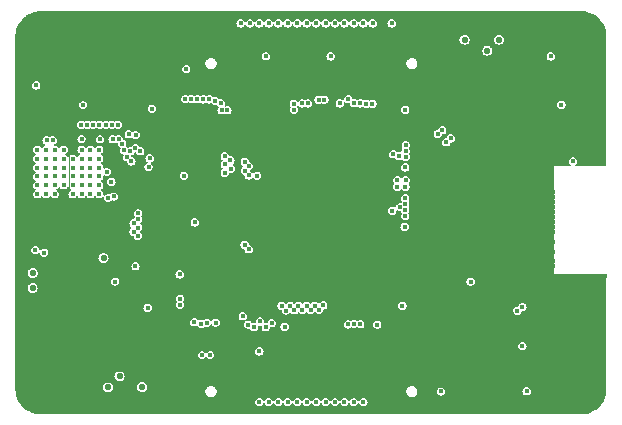
<source format=gbr>
%TF.GenerationSoftware,KiCad,Pcbnew,(6.0.4)*%
%TF.CreationDate,2023-02-01T13:33:48+08:00*%
%TF.ProjectId,Core_M4,436f7265-5f4d-4342-9e6b-696361645f70,rev?*%
%TF.SameCoordinates,Original*%
%TF.FileFunction,Copper,L3,Inr*%
%TF.FilePolarity,Positive*%
%FSLAX46Y46*%
G04 Gerber Fmt 4.6, Leading zero omitted, Abs format (unit mm)*
G04 Created by KiCad (PCBNEW (6.0.4)) date 2023-02-01 13:33:48*
%MOMM*%
%LPD*%
G01*
G04 APERTURE LIST*
%TA.AperFunction,ViaPad*%
%ADD10C,0.400000*%
%TD*%
%TA.AperFunction,ViaPad*%
%ADD11C,0.550000*%
%TD*%
%TA.AperFunction,Conductor*%
%ADD12C,0.100000*%
%TD*%
G04 APERTURE END LIST*
D10*
%TO.N,+3V3*%
X57010000Y-55170000D03*
D11*
X37260000Y-74820000D03*
D10*
X47000000Y-76480000D03*
X82030000Y-59270000D03*
D11*
X43260000Y-72260000D03*
D10*
X68570000Y-76290000D03*
X83010000Y-64080000D03*
X37650000Y-63100000D03*
X68802384Y-64581884D03*
X65000000Y-77870000D03*
X50990000Y-69240000D03*
X66440000Y-77890000D03*
X68810000Y-59700000D03*
X74340000Y-74250000D03*
D11*
X76720000Y-53770000D03*
D10*
X37570000Y-57640000D03*
X68760000Y-69620000D03*
X81130000Y-55190000D03*
X62480000Y-55190000D03*
X78730000Y-79710000D03*
X58600000Y-78080000D03*
D11*
X37260000Y-73530000D03*
D10*
X50070000Y-65280980D03*
X40650000Y-66850000D03*
X39900000Y-63100000D03*
X52770000Y-77720000D03*
X50270000Y-56260000D03*
D11*
X43660000Y-83210000D03*
D10*
%TO.N,GND*%
X84960000Y-63130000D03*
X81280000Y-67930000D03*
X83442572Y-73790000D03*
X78610000Y-55200000D03*
X37360000Y-80950000D03*
X81280000Y-66670000D03*
X47000000Y-78390000D03*
X74390000Y-76760000D03*
X38220000Y-74800000D03*
X85245144Y-73790000D03*
X82090643Y-73790000D03*
X57640000Y-77210000D03*
X46420000Y-57650000D03*
D11*
X46530000Y-82240000D03*
D10*
X85695793Y-73790000D03*
X81280000Y-70030000D03*
X53730000Y-77710000D03*
X77340000Y-62330000D03*
X40180000Y-57640000D03*
X68772668Y-65117332D03*
X68570000Y-77250000D03*
X81280000Y-68770000D03*
X81640000Y-73790000D03*
X76720000Y-54730000D03*
X71440000Y-60690000D03*
X81280000Y-70870000D03*
X68780000Y-70350500D03*
X81280000Y-72970000D03*
X81280000Y-71710000D03*
X81280000Y-69190000D03*
X61760000Y-81690000D03*
X84343858Y-73790000D03*
X44270000Y-70960000D03*
D11*
X73820000Y-54730000D03*
D10*
X77800000Y-71290000D03*
X81280000Y-67510000D03*
X76040000Y-83570000D03*
X77760000Y-78730000D03*
X65510000Y-77860000D03*
X81280000Y-69610000D03*
X83330000Y-83560000D03*
X81280000Y-67090000D03*
X83893215Y-73790000D03*
X74330000Y-73280000D03*
X40260000Y-72910000D03*
X81280000Y-68350000D03*
X50070000Y-64680000D03*
X50360000Y-69060000D03*
X82541286Y-73790000D03*
X81280000Y-72550000D03*
X40650000Y-63100000D03*
X82991929Y-73790000D03*
X39900000Y-66850000D03*
X57520000Y-55200000D03*
X84794501Y-73790000D03*
X63100000Y-55220000D03*
X47000000Y-75530000D03*
%TO.N,+5V*%
X56460000Y-80162000D03*
D11*
X73830000Y-53770000D03*
X46540000Y-83200000D03*
D10*
X67656000Y-52394000D03*
D11*
%TO.N,Net-(C10-Pad1)*%
X44620000Y-82280000D03*
D10*
%TO.N,/NRST*%
X62060000Y-84458000D03*
X79080000Y-83540000D03*
%TO.N,/FSMC_A19*%
X42150000Y-66100000D03*
X50950000Y-77700000D03*
X43637808Y-67178003D03*
%TO.N,/FSMC_A20*%
X42900000Y-63100000D03*
X44120499Y-67049509D03*
X51530000Y-77820000D03*
%TO.N,/FSMC_A21*%
X40650000Y-65350000D03*
X52023694Y-77744047D03*
%TO.N,/FSMC_A0*%
X45800000Y-69331822D03*
X37650000Y-65350000D03*
X55051747Y-77191489D03*
%TO.N,/FSMC_A1*%
X55500000Y-77890500D03*
X37650000Y-64600000D03*
X45800000Y-70030833D03*
%TO.N,/FSMC_A2*%
X37650000Y-63850000D03*
X56010000Y-78120000D03*
X46166463Y-70380343D03*
%TO.N,/FSMC_A3*%
X38400000Y-65350000D03*
X46193846Y-68982322D03*
X56509276Y-77630724D03*
%TO.N,/FSMC_A4*%
X38400000Y-64600000D03*
X57000000Y-78110000D03*
X46187564Y-69681322D03*
%TO.N,/FSMC_A5*%
X57500000Y-77770000D03*
X39150000Y-65350000D03*
%TO.N,/FSMC_A6*%
X39150000Y-64600000D03*
X67710134Y-68242449D03*
X43920980Y-65814067D03*
%TO.N,/FSMC_A7*%
X68369602Y-67936192D03*
X43560500Y-64970000D03*
X39900000Y-64600000D03*
%TO.N,/FSMC_A8*%
X42900000Y-66100000D03*
X68800000Y-68700000D03*
%TO.N,/FSMC_A9*%
X42900000Y-65350000D03*
X68810000Y-68200000D03*
%TO.N,/FSMC_A10*%
X68810000Y-67700497D03*
X42900000Y-64600000D03*
%TO.N,/FSMC_A11*%
X68810000Y-67200994D03*
X42900000Y-63850000D03*
%TO.N,/FSMC_D4*%
X40650000Y-63850000D03*
X68130000Y-66219503D03*
%TO.N,/FSMC_D5*%
X41399056Y-63850000D03*
X68820000Y-66220000D03*
%TO.N,/FSMC_D6*%
X68831689Y-65670622D03*
X41399067Y-62180981D03*
X41399056Y-63100000D03*
%TO.N,/FSMC_D7*%
X42150000Y-63100000D03*
X68120000Y-65660000D03*
X42960500Y-62201470D03*
%TO.N,/FSMC_D8*%
X68840000Y-63699503D03*
X46363609Y-63221353D03*
X38400000Y-66850000D03*
%TO.N,/FSMC_D9*%
X39150000Y-66850000D03*
X68840000Y-63200000D03*
X45941842Y-62953742D03*
%TO.N,/FSMC_D10*%
X68852484Y-62700653D03*
X45522728Y-63225489D03*
X39150000Y-66100000D03*
%TO.N,/FSMC_D11*%
X39900000Y-66100000D03*
X68292650Y-63646422D03*
X45629544Y-64073112D03*
%TO.N,/FSMC_D12*%
X40650000Y-66100000D03*
X67796014Y-63475011D03*
X45276342Y-63719910D03*
%TO.N,/FSMC_D13*%
X44846461Y-62573185D03*
X41399056Y-66100000D03*
X66024405Y-59200085D03*
%TO.N,/FSMC_D14*%
X41399056Y-66850000D03*
X65500000Y-59190000D03*
X46000000Y-61850500D03*
X45029500Y-63146566D03*
%TO.N,/FSMC_D15*%
X42150000Y-66850000D03*
X44531484Y-62185509D03*
X45398346Y-61781654D03*
X65000931Y-59169205D03*
%TO.N,/FSMC_A16*%
X64501532Y-59159011D03*
X41900497Y-60980000D03*
X40650000Y-64600000D03*
%TO.N,/FSMC_A17*%
X41370000Y-60980000D03*
X39900000Y-65350000D03*
X63980000Y-58809511D03*
%TO.N,/FSMC_A18*%
X42900000Y-66850000D03*
X44475000Y-60985000D03*
X63270000Y-59160000D03*
%TO.N,/FSMC_D0*%
X61969338Y-58847196D03*
X38446001Y-62299971D03*
X38400000Y-63100000D03*
%TO.N,/FSMC_D1*%
X61470000Y-58860000D03*
X38945502Y-62300989D03*
X39150000Y-63850000D03*
%TO.N,/FSMC_A12*%
X42150000Y-65350000D03*
X60576192Y-59167276D03*
X43970000Y-60980000D03*
%TO.N,/FSMC_A13*%
X60076718Y-59172587D03*
X42150000Y-64600000D03*
X43470497Y-60980000D03*
%TO.N,/FSMC_A14*%
X59383721Y-59698792D03*
X41399056Y-65350000D03*
X42400000Y-60980000D03*
%TO.N,/FSMC_A15*%
X41399056Y-64600000D03*
X59370500Y-59191303D03*
X42920000Y-60980000D03*
%TO.N,/FSMC_D2*%
X39150000Y-63100000D03*
%TO.N,/FSMC_D3*%
X39900000Y-63850000D03*
%TO.N,/FSMC_NOE*%
X37650000Y-66100000D03*
%TO.N,/FSMC_NWE*%
X42150000Y-63850000D03*
X47070000Y-64549500D03*
X44032134Y-62197866D03*
%TO.N,/FSMC_NE1*%
X46188350Y-68482850D03*
X38400000Y-63850000D03*
%TO.N,/BOOT0*%
X41530000Y-59300000D03*
X49699125Y-73649125D03*
%TO.N,/FSMC_NBL0*%
X37650000Y-66850000D03*
X49740000Y-75710000D03*
%TO.N,/FSMC_NBL1*%
X49740000Y-76209503D03*
X38400000Y-66100000D03*
%TO.N,/I2C2_SDA*%
X78720000Y-76400000D03*
X72669251Y-62134928D03*
%TO.N,/I2C2_SCL*%
X72290000Y-62460000D03*
X78310000Y-76720000D03*
%TO.N,/SPI2_SCK*%
X37490000Y-71585000D03*
X55200000Y-71120000D03*
%TO.N,/SPI2_NSS*%
X55550000Y-71520000D03*
X44240000Y-74250000D03*
%TO.N,/SPI2_MOSI*%
X38230000Y-71820000D03*
X64470000Y-77830000D03*
%TO.N,/SPI2_MISO*%
X63973553Y-77885161D03*
X45968466Y-72947966D03*
D11*
%TO.N,Net-(C36-Pad1)*%
X75760000Y-54700000D03*
D10*
%TO.N,/UART5_TX*%
X71940000Y-61430000D03*
X47360000Y-59610000D03*
%TO.N,/UART5_RX*%
X71558235Y-61752115D03*
X47170000Y-63810000D03*
%TO.N,/PA0*%
X71830000Y-83560000D03*
%TO.N,/PA13*%
X54860000Y-52392000D03*
%TO.N,/D+*%
X55660000Y-52392000D03*
%TO.N,/D-*%
X56460000Y-52392000D03*
%TO.N,/PA10*%
X57260000Y-52392000D03*
%TO.N,/PA9*%
X58060000Y-52394000D03*
%TO.N,/PA8*%
X58860000Y-52394000D03*
%TO.N,/PC9*%
X59660000Y-52394000D03*
%TO.N,/PC8*%
X60460000Y-52394000D03*
%TO.N,/PC7*%
X61260000Y-52394000D03*
%TO.N,/PC6*%
X62060000Y-52394000D03*
%TO.N,/PG8*%
X62860000Y-52394000D03*
%TO.N,/PG7*%
X63660000Y-52394000D03*
%TO.N,/PG6*%
X64460000Y-52394000D03*
%TO.N,/PB15*%
X65260000Y-52394000D03*
%TO.N,/PB14*%
X66060000Y-52394000D03*
%TO.N,/PA14*%
X50180000Y-58790000D03*
%TO.N,/PA15*%
X50703924Y-58801610D03*
%TO.N,/PC10*%
X51203182Y-58817249D03*
%TO.N,/PC11*%
X51702514Y-58830328D03*
%TO.N,/PD3*%
X52202016Y-58829992D03*
%TO.N,/PD6*%
X52704271Y-58957591D03*
%TO.N,/PG14*%
X53530000Y-64336580D03*
%TO.N,/PG13*%
X54010000Y-63987080D03*
%TO.N,/PG12*%
X53525380Y-63637580D03*
%TO.N,/PG11*%
X53752793Y-59746260D03*
%TO.N,/PG10*%
X53253290Y-59746260D03*
%TO.N,/PG9*%
X53203774Y-59157111D03*
%TO.N,/PB3*%
X54023133Y-64686091D03*
%TO.N,/PB4*%
X53530000Y-65035591D03*
%TO.N,/PB5*%
X55221170Y-64116670D03*
%TO.N,/PB6*%
X55571141Y-64473072D03*
%TO.N,/PB7*%
X55233892Y-64880380D03*
%TO.N,/PB8*%
X55556149Y-65262025D03*
%TO.N,/PB9*%
X56260000Y-65280000D03*
%TO.N,/PE6*%
X57260000Y-84458000D03*
X52280000Y-80470000D03*
%TO.N,/PF6*%
X58060000Y-84458000D03*
%TO.N,/PF7*%
X58860000Y-84458000D03*
%TO.N,/PF8*%
X59660000Y-84458000D03*
%TO.N,/PF9*%
X60460000Y-84458000D03*
%TO.N,/PF10*%
X61260000Y-84458000D03*
%TO.N,/PC1*%
X63660000Y-84458000D03*
%TO.N,/PC0*%
X62860000Y-84458000D03*
%TO.N,/PA2*%
X65260000Y-84458000D03*
%TO.N,/PA1*%
X64460000Y-84458000D03*
%TO.N,/PA3*%
X61860806Y-76253462D03*
%TO.N,/PA4*%
X61507844Y-76659113D03*
%TO.N,/PA5*%
X61158344Y-76300000D03*
%TO.N,/PA6*%
X60808844Y-76658094D03*
%TO.N,/PA7*%
X60459344Y-76294334D03*
%TO.N,/PC4*%
X60104113Y-76645495D03*
%TO.N,/PC5*%
X59753219Y-76290000D03*
%TO.N,/PB0*%
X59403719Y-76674705D03*
%TO.N,/PB1*%
X59054219Y-76302213D03*
%TO.N,/PB2*%
X58704719Y-76703669D03*
%TO.N,/PF11*%
X58340000Y-76290000D03*
%TO.N,/PE2*%
X56460000Y-84458000D03*
X51600000Y-80470000D03*
%TD*%
D12*
%TO.N,GND*%
X40300489Y-63449511D02*
X40300489Y-66449511D01*
X40300489Y-66449511D02*
X39900000Y-66850000D01*
X40650000Y-63100000D02*
X40300489Y-63449511D01*
%TD*%
%TA.AperFunction,Conductor*%
%TO.N,GND*%
G36*
X83679591Y-51343023D02*
G01*
X83689986Y-51345809D01*
X83699396Y-51343288D01*
X83707418Y-51343289D01*
X83718155Y-51342204D01*
X83944796Y-51355918D01*
X83953651Y-51356994D01*
X84076996Y-51379583D01*
X84200339Y-51402172D01*
X84209006Y-51404306D01*
X84448473Y-51478862D01*
X84456820Y-51482025D01*
X84685555Y-51584866D01*
X84693460Y-51589010D01*
X84699921Y-51592911D01*
X84908163Y-51718651D01*
X84915499Y-51723708D01*
X85113029Y-51878257D01*
X85119714Y-51884171D01*
X85297191Y-52061371D01*
X85303116Y-52068047D01*
X85457971Y-52265332D01*
X85463049Y-52272674D01*
X85584577Y-52473231D01*
X85593018Y-52487162D01*
X85597174Y-52495058D01*
X85628533Y-52564516D01*
X85700377Y-52723646D01*
X85703552Y-52731987D01*
X85706167Y-52740341D01*
X85778483Y-52971338D01*
X85780626Y-52979983D01*
X85781454Y-52984462D01*
X85826191Y-53226606D01*
X85827280Y-53235460D01*
X85834972Y-53359369D01*
X85841359Y-53462257D01*
X85840337Y-53472537D01*
X85840351Y-53480843D01*
X85837845Y-53490257D01*
X85840382Y-53499663D01*
X85840601Y-53500475D01*
X85843154Y-53519746D01*
X85843154Y-64426000D01*
X85825841Y-64473566D01*
X85782004Y-64498876D01*
X85769154Y-64500000D01*
X83261858Y-64500000D01*
X83214292Y-64482687D01*
X83188982Y-64438850D01*
X83197772Y-64389000D01*
X83216569Y-64368123D01*
X83218587Y-64367095D01*
X83297095Y-64288587D01*
X83299736Y-64283404D01*
X83299738Y-64283401D01*
X83344856Y-64194851D01*
X83344857Y-64194849D01*
X83347500Y-64189661D01*
X83364869Y-64080000D01*
X83347500Y-63970339D01*
X83344704Y-63964851D01*
X83299738Y-63876599D01*
X83299736Y-63876596D01*
X83297095Y-63871413D01*
X83218587Y-63792905D01*
X83213404Y-63790264D01*
X83213401Y-63790262D01*
X83124851Y-63745144D01*
X83124849Y-63745143D01*
X83119661Y-63742500D01*
X83010000Y-63725131D01*
X82900339Y-63742500D01*
X82895151Y-63745143D01*
X82895149Y-63745144D01*
X82806599Y-63790262D01*
X82806596Y-63790264D01*
X82801413Y-63792905D01*
X82722905Y-63871413D01*
X82720264Y-63876596D01*
X82720262Y-63876599D01*
X82675296Y-63964851D01*
X82672500Y-63970339D01*
X82655131Y-64080000D01*
X82672500Y-64189661D01*
X82675143Y-64194849D01*
X82675144Y-64194851D01*
X82720262Y-64283401D01*
X82720264Y-64283404D01*
X82722905Y-64288587D01*
X82801413Y-64367095D01*
X82802746Y-64367774D01*
X82829944Y-64408099D01*
X82824652Y-64458440D01*
X82788240Y-64493603D01*
X82758142Y-64500000D01*
X81390000Y-64500000D01*
X81400000Y-73640000D01*
X85769154Y-73640000D01*
X85816720Y-73657313D01*
X85842030Y-73701150D01*
X85843154Y-73714000D01*
X85843154Y-83310443D01*
X85840633Y-83329594D01*
X85837845Y-83340000D01*
X85840366Y-83349409D01*
X85840366Y-83357439D01*
X85841450Y-83368169D01*
X85827752Y-83594622D01*
X85826675Y-83603493D01*
X85781499Y-83850005D01*
X85779360Y-83858681D01*
X85704803Y-84097942D01*
X85701635Y-84106295D01*
X85637223Y-84249413D01*
X85598780Y-84334828D01*
X85594632Y-84342733D01*
X85464968Y-84557221D01*
X85459901Y-84564560D01*
X85384030Y-84661401D01*
X85305333Y-84761848D01*
X85299407Y-84768536D01*
X85122200Y-84945739D01*
X85115511Y-84951665D01*
X84918231Y-85106220D01*
X84910877Y-85111296D01*
X84696406Y-85240945D01*
X84688493Y-85245098D01*
X84459961Y-85347947D01*
X84451606Y-85351116D01*
X84212334Y-85425672D01*
X84203658Y-85427810D01*
X83957152Y-85472980D01*
X83948281Y-85474057D01*
X83721686Y-85487759D01*
X83711332Y-85486713D01*
X83703067Y-85486713D01*
X83693657Y-85484191D01*
X83683249Y-85486979D01*
X83664101Y-85489500D01*
X37989508Y-85489500D01*
X37970386Y-85486987D01*
X37969344Y-85486708D01*
X37969343Y-85486708D01*
X37959933Y-85484191D01*
X37950524Y-85486716D01*
X37942518Y-85486720D01*
X37931766Y-85487812D01*
X37797141Y-85479745D01*
X37704775Y-85474211D01*
X37695924Y-85473142D01*
X37695036Y-85472980D01*
X37448852Y-85428077D01*
X37440193Y-85425951D01*
X37439295Y-85425672D01*
X37389622Y-85410253D01*
X37200341Y-85351498D01*
X37192001Y-85348347D01*
X36962838Y-85245586D01*
X36954937Y-85241454D01*
X36739794Y-85111875D01*
X36732447Y-85106823D01*
X36731674Y-85106220D01*
X36534459Y-84952315D01*
X36527775Y-84946419D01*
X36349796Y-84769208D01*
X36343869Y-84762548D01*
X36299169Y-84705778D01*
X36188499Y-84565223D01*
X36183425Y-84557914D01*
X36122656Y-84458000D01*
X56105131Y-84458000D01*
X56122500Y-84567661D01*
X56125143Y-84572849D01*
X56125144Y-84572851D01*
X56170262Y-84661401D01*
X56170264Y-84661404D01*
X56172905Y-84666587D01*
X56251413Y-84745095D01*
X56256596Y-84747736D01*
X56256599Y-84747738D01*
X56345149Y-84792856D01*
X56345151Y-84792857D01*
X56350339Y-84795500D01*
X56460000Y-84812869D01*
X56569661Y-84795500D01*
X56574849Y-84792857D01*
X56574851Y-84792856D01*
X56663401Y-84747738D01*
X56663404Y-84747736D01*
X56668587Y-84745095D01*
X56747095Y-84666587D01*
X56749736Y-84661404D01*
X56749738Y-84661401D01*
X56794065Y-84574403D01*
X56831086Y-84539881D01*
X56881635Y-84537231D01*
X56922062Y-84567695D01*
X56925935Y-84574403D01*
X56970262Y-84661401D01*
X56970264Y-84661404D01*
X56972905Y-84666587D01*
X57051413Y-84745095D01*
X57056596Y-84747736D01*
X57056599Y-84747738D01*
X57145149Y-84792856D01*
X57145151Y-84792857D01*
X57150339Y-84795500D01*
X57260000Y-84812869D01*
X57369661Y-84795500D01*
X57374849Y-84792857D01*
X57374851Y-84792856D01*
X57463401Y-84747738D01*
X57463404Y-84747736D01*
X57468587Y-84745095D01*
X57547095Y-84666587D01*
X57549736Y-84661404D01*
X57549738Y-84661401D01*
X57594065Y-84574403D01*
X57631086Y-84539881D01*
X57681635Y-84537231D01*
X57722062Y-84567695D01*
X57725935Y-84574403D01*
X57770262Y-84661401D01*
X57770264Y-84661404D01*
X57772905Y-84666587D01*
X57851413Y-84745095D01*
X57856596Y-84747736D01*
X57856599Y-84747738D01*
X57945149Y-84792856D01*
X57945151Y-84792857D01*
X57950339Y-84795500D01*
X58060000Y-84812869D01*
X58169661Y-84795500D01*
X58174849Y-84792857D01*
X58174851Y-84792856D01*
X58263401Y-84747738D01*
X58263404Y-84747736D01*
X58268587Y-84745095D01*
X58347095Y-84666587D01*
X58349736Y-84661404D01*
X58349738Y-84661401D01*
X58394065Y-84574403D01*
X58431086Y-84539881D01*
X58481635Y-84537231D01*
X58522062Y-84567695D01*
X58525935Y-84574403D01*
X58570262Y-84661401D01*
X58570264Y-84661404D01*
X58572905Y-84666587D01*
X58651413Y-84745095D01*
X58656596Y-84747736D01*
X58656599Y-84747738D01*
X58745149Y-84792856D01*
X58745151Y-84792857D01*
X58750339Y-84795500D01*
X58860000Y-84812869D01*
X58969661Y-84795500D01*
X58974849Y-84792857D01*
X58974851Y-84792856D01*
X59063401Y-84747738D01*
X59063404Y-84747736D01*
X59068587Y-84745095D01*
X59147095Y-84666587D01*
X59149736Y-84661404D01*
X59149738Y-84661401D01*
X59194065Y-84574403D01*
X59231086Y-84539881D01*
X59281635Y-84537231D01*
X59322062Y-84567695D01*
X59325935Y-84574403D01*
X59370262Y-84661401D01*
X59370264Y-84661404D01*
X59372905Y-84666587D01*
X59451413Y-84745095D01*
X59456596Y-84747736D01*
X59456599Y-84747738D01*
X59545149Y-84792856D01*
X59545151Y-84792857D01*
X59550339Y-84795500D01*
X59660000Y-84812869D01*
X59769661Y-84795500D01*
X59774849Y-84792857D01*
X59774851Y-84792856D01*
X59863401Y-84747738D01*
X59863404Y-84747736D01*
X59868587Y-84745095D01*
X59947095Y-84666587D01*
X59949736Y-84661404D01*
X59949738Y-84661401D01*
X59994065Y-84574403D01*
X60031086Y-84539881D01*
X60081635Y-84537231D01*
X60122062Y-84567695D01*
X60125935Y-84574403D01*
X60170262Y-84661401D01*
X60170264Y-84661404D01*
X60172905Y-84666587D01*
X60251413Y-84745095D01*
X60256596Y-84747736D01*
X60256599Y-84747738D01*
X60345149Y-84792856D01*
X60345151Y-84792857D01*
X60350339Y-84795500D01*
X60460000Y-84812869D01*
X60569661Y-84795500D01*
X60574849Y-84792857D01*
X60574851Y-84792856D01*
X60663401Y-84747738D01*
X60663404Y-84747736D01*
X60668587Y-84745095D01*
X60747095Y-84666587D01*
X60749736Y-84661404D01*
X60749738Y-84661401D01*
X60794065Y-84574403D01*
X60831086Y-84539881D01*
X60881635Y-84537231D01*
X60922062Y-84567695D01*
X60925935Y-84574403D01*
X60970262Y-84661401D01*
X60970264Y-84661404D01*
X60972905Y-84666587D01*
X61051413Y-84745095D01*
X61056596Y-84747736D01*
X61056599Y-84747738D01*
X61145149Y-84792856D01*
X61145151Y-84792857D01*
X61150339Y-84795500D01*
X61260000Y-84812869D01*
X61369661Y-84795500D01*
X61374849Y-84792857D01*
X61374851Y-84792856D01*
X61463401Y-84747738D01*
X61463404Y-84747736D01*
X61468587Y-84745095D01*
X61547095Y-84666587D01*
X61549736Y-84661404D01*
X61549738Y-84661401D01*
X61594065Y-84574403D01*
X61631086Y-84539881D01*
X61681635Y-84537231D01*
X61722062Y-84567695D01*
X61725935Y-84574403D01*
X61770262Y-84661401D01*
X61770264Y-84661404D01*
X61772905Y-84666587D01*
X61851413Y-84745095D01*
X61856596Y-84747736D01*
X61856599Y-84747738D01*
X61945149Y-84792856D01*
X61945151Y-84792857D01*
X61950339Y-84795500D01*
X62060000Y-84812869D01*
X62169661Y-84795500D01*
X62174849Y-84792857D01*
X62174851Y-84792856D01*
X62263401Y-84747738D01*
X62263404Y-84747736D01*
X62268587Y-84745095D01*
X62347095Y-84666587D01*
X62349736Y-84661404D01*
X62349738Y-84661401D01*
X62394065Y-84574403D01*
X62431086Y-84539881D01*
X62481635Y-84537231D01*
X62522062Y-84567695D01*
X62525935Y-84574403D01*
X62570262Y-84661401D01*
X62570264Y-84661404D01*
X62572905Y-84666587D01*
X62651413Y-84745095D01*
X62656596Y-84747736D01*
X62656599Y-84747738D01*
X62745149Y-84792856D01*
X62745151Y-84792857D01*
X62750339Y-84795500D01*
X62860000Y-84812869D01*
X62969661Y-84795500D01*
X62974849Y-84792857D01*
X62974851Y-84792856D01*
X63063401Y-84747738D01*
X63063404Y-84747736D01*
X63068587Y-84745095D01*
X63147095Y-84666587D01*
X63149736Y-84661404D01*
X63149738Y-84661401D01*
X63194065Y-84574403D01*
X63231086Y-84539881D01*
X63281635Y-84537231D01*
X63322062Y-84567695D01*
X63325935Y-84574403D01*
X63370262Y-84661401D01*
X63370264Y-84661404D01*
X63372905Y-84666587D01*
X63451413Y-84745095D01*
X63456596Y-84747736D01*
X63456599Y-84747738D01*
X63545149Y-84792856D01*
X63545151Y-84792857D01*
X63550339Y-84795500D01*
X63660000Y-84812869D01*
X63769661Y-84795500D01*
X63774849Y-84792857D01*
X63774851Y-84792856D01*
X63863401Y-84747738D01*
X63863404Y-84747736D01*
X63868587Y-84745095D01*
X63947095Y-84666587D01*
X63949736Y-84661404D01*
X63949738Y-84661401D01*
X63994065Y-84574403D01*
X64031086Y-84539881D01*
X64081635Y-84537231D01*
X64122062Y-84567695D01*
X64125935Y-84574403D01*
X64170262Y-84661401D01*
X64170264Y-84661404D01*
X64172905Y-84666587D01*
X64251413Y-84745095D01*
X64256596Y-84747736D01*
X64256599Y-84747738D01*
X64345149Y-84792856D01*
X64345151Y-84792857D01*
X64350339Y-84795500D01*
X64460000Y-84812869D01*
X64569661Y-84795500D01*
X64574849Y-84792857D01*
X64574851Y-84792856D01*
X64663401Y-84747738D01*
X64663404Y-84747736D01*
X64668587Y-84745095D01*
X64747095Y-84666587D01*
X64749736Y-84661404D01*
X64749738Y-84661401D01*
X64794065Y-84574403D01*
X64831086Y-84539881D01*
X64881635Y-84537231D01*
X64922062Y-84567695D01*
X64925935Y-84574403D01*
X64970262Y-84661401D01*
X64970264Y-84661404D01*
X64972905Y-84666587D01*
X65051413Y-84745095D01*
X65056596Y-84747736D01*
X65056599Y-84747738D01*
X65145149Y-84792856D01*
X65145151Y-84792857D01*
X65150339Y-84795500D01*
X65260000Y-84812869D01*
X65369661Y-84795500D01*
X65374849Y-84792857D01*
X65374851Y-84792856D01*
X65463401Y-84747738D01*
X65463404Y-84747736D01*
X65468587Y-84745095D01*
X65547095Y-84666587D01*
X65549736Y-84661404D01*
X65549738Y-84661401D01*
X65594856Y-84572851D01*
X65594857Y-84572849D01*
X65597500Y-84567661D01*
X65614869Y-84458000D01*
X65597500Y-84348339D01*
X65594856Y-84343149D01*
X65549738Y-84254599D01*
X65549736Y-84254596D01*
X65547095Y-84249413D01*
X65468587Y-84170905D01*
X65463404Y-84168264D01*
X65463401Y-84168262D01*
X65374851Y-84123144D01*
X65374849Y-84123143D01*
X65369661Y-84120500D01*
X65260000Y-84103131D01*
X65150339Y-84120500D01*
X65145151Y-84123143D01*
X65145149Y-84123144D01*
X65056599Y-84168262D01*
X65056596Y-84168264D01*
X65051413Y-84170905D01*
X64972905Y-84249413D01*
X64970264Y-84254596D01*
X64970262Y-84254599D01*
X64925935Y-84341597D01*
X64888914Y-84376119D01*
X64838365Y-84378769D01*
X64797938Y-84348305D01*
X64794065Y-84341597D01*
X64749738Y-84254599D01*
X64749736Y-84254596D01*
X64747095Y-84249413D01*
X64668587Y-84170905D01*
X64663404Y-84168264D01*
X64663401Y-84168262D01*
X64574851Y-84123144D01*
X64574849Y-84123143D01*
X64569661Y-84120500D01*
X64460000Y-84103131D01*
X64350339Y-84120500D01*
X64345151Y-84123143D01*
X64345149Y-84123144D01*
X64256599Y-84168262D01*
X64256596Y-84168264D01*
X64251413Y-84170905D01*
X64172905Y-84249413D01*
X64170264Y-84254596D01*
X64170262Y-84254599D01*
X64125935Y-84341597D01*
X64088914Y-84376119D01*
X64038365Y-84378769D01*
X63997938Y-84348305D01*
X63994065Y-84341597D01*
X63949738Y-84254599D01*
X63949736Y-84254596D01*
X63947095Y-84249413D01*
X63868587Y-84170905D01*
X63863404Y-84168264D01*
X63863401Y-84168262D01*
X63774851Y-84123144D01*
X63774849Y-84123143D01*
X63769661Y-84120500D01*
X63660000Y-84103131D01*
X63550339Y-84120500D01*
X63545151Y-84123143D01*
X63545149Y-84123144D01*
X63456599Y-84168262D01*
X63456596Y-84168264D01*
X63451413Y-84170905D01*
X63372905Y-84249413D01*
X63370264Y-84254596D01*
X63370262Y-84254599D01*
X63325935Y-84341597D01*
X63288914Y-84376119D01*
X63238365Y-84378769D01*
X63197938Y-84348305D01*
X63194065Y-84341597D01*
X63149738Y-84254599D01*
X63149736Y-84254596D01*
X63147095Y-84249413D01*
X63068587Y-84170905D01*
X63063404Y-84168264D01*
X63063401Y-84168262D01*
X62974851Y-84123144D01*
X62974849Y-84123143D01*
X62969661Y-84120500D01*
X62860000Y-84103131D01*
X62750339Y-84120500D01*
X62745151Y-84123143D01*
X62745149Y-84123144D01*
X62656599Y-84168262D01*
X62656596Y-84168264D01*
X62651413Y-84170905D01*
X62572905Y-84249413D01*
X62570264Y-84254596D01*
X62570262Y-84254599D01*
X62525935Y-84341597D01*
X62488914Y-84376119D01*
X62438365Y-84378769D01*
X62397938Y-84348305D01*
X62394065Y-84341597D01*
X62349738Y-84254599D01*
X62349736Y-84254596D01*
X62347095Y-84249413D01*
X62268587Y-84170905D01*
X62263404Y-84168264D01*
X62263401Y-84168262D01*
X62174851Y-84123144D01*
X62174849Y-84123143D01*
X62169661Y-84120500D01*
X62060000Y-84103131D01*
X61950339Y-84120500D01*
X61945151Y-84123143D01*
X61945149Y-84123144D01*
X61856599Y-84168262D01*
X61856596Y-84168264D01*
X61851413Y-84170905D01*
X61772905Y-84249413D01*
X61770264Y-84254596D01*
X61770262Y-84254599D01*
X61725935Y-84341597D01*
X61688914Y-84376119D01*
X61638365Y-84378769D01*
X61597938Y-84348305D01*
X61594065Y-84341597D01*
X61549738Y-84254599D01*
X61549736Y-84254596D01*
X61547095Y-84249413D01*
X61468587Y-84170905D01*
X61463404Y-84168264D01*
X61463401Y-84168262D01*
X61374851Y-84123144D01*
X61374849Y-84123143D01*
X61369661Y-84120500D01*
X61260000Y-84103131D01*
X61150339Y-84120500D01*
X61145151Y-84123143D01*
X61145149Y-84123144D01*
X61056599Y-84168262D01*
X61056596Y-84168264D01*
X61051413Y-84170905D01*
X60972905Y-84249413D01*
X60970264Y-84254596D01*
X60970262Y-84254599D01*
X60925935Y-84341597D01*
X60888914Y-84376119D01*
X60838365Y-84378769D01*
X60797938Y-84348305D01*
X60794065Y-84341597D01*
X60749738Y-84254599D01*
X60749736Y-84254596D01*
X60747095Y-84249413D01*
X60668587Y-84170905D01*
X60663404Y-84168264D01*
X60663401Y-84168262D01*
X60574851Y-84123144D01*
X60574849Y-84123143D01*
X60569661Y-84120500D01*
X60460000Y-84103131D01*
X60350339Y-84120500D01*
X60345151Y-84123143D01*
X60345149Y-84123144D01*
X60256599Y-84168262D01*
X60256596Y-84168264D01*
X60251413Y-84170905D01*
X60172905Y-84249413D01*
X60170264Y-84254596D01*
X60170262Y-84254599D01*
X60125935Y-84341597D01*
X60088914Y-84376119D01*
X60038365Y-84378769D01*
X59997938Y-84348305D01*
X59994065Y-84341597D01*
X59949738Y-84254599D01*
X59949736Y-84254596D01*
X59947095Y-84249413D01*
X59868587Y-84170905D01*
X59863404Y-84168264D01*
X59863401Y-84168262D01*
X59774851Y-84123144D01*
X59774849Y-84123143D01*
X59769661Y-84120500D01*
X59660000Y-84103131D01*
X59550339Y-84120500D01*
X59545151Y-84123143D01*
X59545149Y-84123144D01*
X59456599Y-84168262D01*
X59456596Y-84168264D01*
X59451413Y-84170905D01*
X59372905Y-84249413D01*
X59370264Y-84254596D01*
X59370262Y-84254599D01*
X59325935Y-84341597D01*
X59288914Y-84376119D01*
X59238365Y-84378769D01*
X59197938Y-84348305D01*
X59194065Y-84341597D01*
X59149738Y-84254599D01*
X59149736Y-84254596D01*
X59147095Y-84249413D01*
X59068587Y-84170905D01*
X59063404Y-84168264D01*
X59063401Y-84168262D01*
X58974851Y-84123144D01*
X58974849Y-84123143D01*
X58969661Y-84120500D01*
X58860000Y-84103131D01*
X58750339Y-84120500D01*
X58745151Y-84123143D01*
X58745149Y-84123144D01*
X58656599Y-84168262D01*
X58656596Y-84168264D01*
X58651413Y-84170905D01*
X58572905Y-84249413D01*
X58570264Y-84254596D01*
X58570262Y-84254599D01*
X58525935Y-84341597D01*
X58488914Y-84376119D01*
X58438365Y-84378769D01*
X58397938Y-84348305D01*
X58394065Y-84341597D01*
X58349738Y-84254599D01*
X58349736Y-84254596D01*
X58347095Y-84249413D01*
X58268587Y-84170905D01*
X58263404Y-84168264D01*
X58263401Y-84168262D01*
X58174851Y-84123144D01*
X58174849Y-84123143D01*
X58169661Y-84120500D01*
X58060000Y-84103131D01*
X57950339Y-84120500D01*
X57945151Y-84123143D01*
X57945149Y-84123144D01*
X57856599Y-84168262D01*
X57856596Y-84168264D01*
X57851413Y-84170905D01*
X57772905Y-84249413D01*
X57770264Y-84254596D01*
X57770262Y-84254599D01*
X57725935Y-84341597D01*
X57688914Y-84376119D01*
X57638365Y-84378769D01*
X57597938Y-84348305D01*
X57594065Y-84341597D01*
X57549738Y-84254599D01*
X57549736Y-84254596D01*
X57547095Y-84249413D01*
X57468587Y-84170905D01*
X57463404Y-84168264D01*
X57463401Y-84168262D01*
X57374851Y-84123144D01*
X57374849Y-84123143D01*
X57369661Y-84120500D01*
X57260000Y-84103131D01*
X57150339Y-84120500D01*
X57145151Y-84123143D01*
X57145149Y-84123144D01*
X57056599Y-84168262D01*
X57056596Y-84168264D01*
X57051413Y-84170905D01*
X56972905Y-84249413D01*
X56970264Y-84254596D01*
X56970262Y-84254599D01*
X56925935Y-84341597D01*
X56888914Y-84376119D01*
X56838365Y-84378769D01*
X56797938Y-84348305D01*
X56794065Y-84341597D01*
X56749738Y-84254599D01*
X56749736Y-84254596D01*
X56747095Y-84249413D01*
X56668587Y-84170905D01*
X56663404Y-84168264D01*
X56663401Y-84168262D01*
X56574851Y-84123144D01*
X56574849Y-84123143D01*
X56569661Y-84120500D01*
X56460000Y-84103131D01*
X56350339Y-84120500D01*
X56345151Y-84123143D01*
X56345149Y-84123144D01*
X56256599Y-84168262D01*
X56256596Y-84168264D01*
X56251413Y-84170905D01*
X56172905Y-84249413D01*
X56170264Y-84254596D01*
X56170262Y-84254599D01*
X56125144Y-84343149D01*
X56122500Y-84348339D01*
X56105131Y-84458000D01*
X36122656Y-84458000D01*
X36055959Y-84348339D01*
X36052911Y-84343327D01*
X36048745Y-84335443D01*
X35944997Y-84106737D01*
X35941809Y-84098411D01*
X35878489Y-83897500D01*
X35866313Y-83858867D01*
X35864151Y-83850220D01*
X35859061Y-83822979D01*
X35844190Y-83743401D01*
X35818018Y-83603349D01*
X35816911Y-83594502D01*
X35802323Y-83367524D01*
X35803356Y-83356898D01*
X35803324Y-83348810D01*
X35805808Y-83339393D01*
X35803097Y-83329431D01*
X35800500Y-83310000D01*
X35800500Y-83210000D01*
X43229196Y-83210000D01*
X43230107Y-83215752D01*
X43249369Y-83337371D01*
X43249370Y-83337374D01*
X43250281Y-83343126D01*
X43252926Y-83348317D01*
X43252927Y-83348320D01*
X43308826Y-83458028D01*
X43308828Y-83458030D01*
X43311472Y-83463220D01*
X43406780Y-83558528D01*
X43411970Y-83561172D01*
X43411972Y-83561174D01*
X43521680Y-83617073D01*
X43521683Y-83617074D01*
X43526874Y-83619719D01*
X43532626Y-83620630D01*
X43532629Y-83620631D01*
X43654248Y-83639893D01*
X43660000Y-83640804D01*
X43665752Y-83639893D01*
X43787371Y-83620631D01*
X43787374Y-83620630D01*
X43793126Y-83619719D01*
X43798317Y-83617074D01*
X43798320Y-83617073D01*
X43908028Y-83561174D01*
X43908030Y-83561172D01*
X43913220Y-83558528D01*
X44008528Y-83463220D01*
X44011172Y-83458030D01*
X44011174Y-83458028D01*
X44067073Y-83348320D01*
X44067074Y-83348317D01*
X44069719Y-83343126D01*
X44070630Y-83337374D01*
X44070631Y-83337371D01*
X44089893Y-83215752D01*
X44090804Y-83210000D01*
X44089220Y-83200000D01*
X46109196Y-83200000D01*
X46110107Y-83205752D01*
X46129369Y-83327371D01*
X46129370Y-83327374D01*
X46130281Y-83333126D01*
X46132926Y-83338317D01*
X46132927Y-83338320D01*
X46188826Y-83448028D01*
X46188828Y-83448030D01*
X46191472Y-83453220D01*
X46286780Y-83548528D01*
X46291970Y-83551172D01*
X46291972Y-83551174D01*
X46401680Y-83607073D01*
X46401683Y-83607074D01*
X46406874Y-83609719D01*
X46412626Y-83610630D01*
X46412629Y-83610631D01*
X46534248Y-83629893D01*
X46540000Y-83630804D01*
X46545752Y-83629893D01*
X46575409Y-83625196D01*
X51884055Y-83625196D01*
X51921484Y-83756158D01*
X51994165Y-83871350D01*
X51998114Y-83874838D01*
X51998116Y-83874840D01*
X52040958Y-83912676D01*
X52096255Y-83961513D01*
X52101024Y-83963752D01*
X52101027Y-83963754D01*
X52200460Y-84010437D01*
X52219548Y-84019399D01*
X52322956Y-84035500D01*
X52394145Y-84035500D01*
X52396740Y-84035128D01*
X52396745Y-84035128D01*
X52489613Y-84021828D01*
X52494829Y-84021081D01*
X52552006Y-83995084D01*
X52614020Y-83966889D01*
X52614023Y-83966887D01*
X52618820Y-83964706D01*
X52622810Y-83961268D01*
X52622813Y-83961266D01*
X52718014Y-83879234D01*
X52722004Y-83875796D01*
X52732975Y-83858871D01*
X52793221Y-83765923D01*
X52793222Y-83765922D01*
X52796087Y-83761501D01*
X52835113Y-83631006D01*
X52835148Y-83625196D01*
X68884055Y-83625196D01*
X68921484Y-83756158D01*
X68994165Y-83871350D01*
X68998114Y-83874838D01*
X68998116Y-83874840D01*
X69040958Y-83912676D01*
X69096255Y-83961513D01*
X69101024Y-83963752D01*
X69101027Y-83963754D01*
X69200460Y-84010437D01*
X69219548Y-84019399D01*
X69322956Y-84035500D01*
X69394145Y-84035500D01*
X69396740Y-84035128D01*
X69396745Y-84035128D01*
X69489613Y-84021828D01*
X69494829Y-84021081D01*
X69552006Y-83995084D01*
X69614020Y-83966889D01*
X69614023Y-83966887D01*
X69618820Y-83964706D01*
X69622810Y-83961268D01*
X69622813Y-83961266D01*
X69718014Y-83879234D01*
X69722004Y-83875796D01*
X69732975Y-83858871D01*
X69793221Y-83765923D01*
X69793222Y-83765922D01*
X69796087Y-83761501D01*
X69835113Y-83631006D01*
X69835547Y-83560000D01*
X71475131Y-83560000D01*
X71492500Y-83669661D01*
X71495143Y-83674849D01*
X71495144Y-83674851D01*
X71540262Y-83763401D01*
X71540264Y-83763404D01*
X71542905Y-83768587D01*
X71621413Y-83847095D01*
X71626596Y-83849736D01*
X71626599Y-83849738D01*
X71715149Y-83894856D01*
X71715151Y-83894857D01*
X71720339Y-83897500D01*
X71830000Y-83914869D01*
X71939661Y-83897500D01*
X71944849Y-83894857D01*
X71944851Y-83894856D01*
X72033401Y-83849738D01*
X72033404Y-83849736D01*
X72038587Y-83847095D01*
X72117095Y-83768587D01*
X72119736Y-83763404D01*
X72119738Y-83763401D01*
X72164856Y-83674851D01*
X72164857Y-83674849D01*
X72167500Y-83669661D01*
X72184869Y-83560000D01*
X72181701Y-83540000D01*
X78725131Y-83540000D01*
X78742500Y-83649661D01*
X78745143Y-83654849D01*
X78745144Y-83654851D01*
X78790262Y-83743401D01*
X78790264Y-83743404D01*
X78792905Y-83748587D01*
X78871413Y-83827095D01*
X78876596Y-83829736D01*
X78876599Y-83829738D01*
X78965149Y-83874856D01*
X78965151Y-83874857D01*
X78970339Y-83877500D01*
X79080000Y-83894869D01*
X79189661Y-83877500D01*
X79194849Y-83874857D01*
X79194851Y-83874856D01*
X79283401Y-83829738D01*
X79283404Y-83829736D01*
X79288587Y-83827095D01*
X79367095Y-83748587D01*
X79369736Y-83743404D01*
X79369738Y-83743401D01*
X79414856Y-83654851D01*
X79414857Y-83654849D01*
X79417500Y-83649661D01*
X79434869Y-83540000D01*
X79417500Y-83430339D01*
X79414856Y-83425149D01*
X79369738Y-83336599D01*
X79369736Y-83336596D01*
X79367095Y-83331413D01*
X79288587Y-83252905D01*
X79283404Y-83250264D01*
X79283401Y-83250262D01*
X79194851Y-83205144D01*
X79194849Y-83205143D01*
X79189661Y-83202500D01*
X79080000Y-83185131D01*
X78970339Y-83202500D01*
X78965151Y-83205143D01*
X78965149Y-83205144D01*
X78876599Y-83250262D01*
X78876596Y-83250264D01*
X78871413Y-83252905D01*
X78792905Y-83331413D01*
X78790264Y-83336596D01*
X78790262Y-83336599D01*
X78745144Y-83425149D01*
X78742500Y-83430339D01*
X78725131Y-83540000D01*
X72181701Y-83540000D01*
X72167500Y-83450339D01*
X72164856Y-83445149D01*
X72119738Y-83356599D01*
X72119736Y-83356596D01*
X72117095Y-83351413D01*
X72038587Y-83272905D01*
X72033404Y-83270264D01*
X72033401Y-83270262D01*
X71944851Y-83225144D01*
X71944849Y-83225143D01*
X71939661Y-83222500D01*
X71830000Y-83205131D01*
X71720339Y-83222500D01*
X71715151Y-83225143D01*
X71715149Y-83225144D01*
X71626599Y-83270262D01*
X71626596Y-83270264D01*
X71621413Y-83272905D01*
X71542905Y-83351413D01*
X71540264Y-83356596D01*
X71540262Y-83356599D01*
X71495144Y-83445149D01*
X71492500Y-83450339D01*
X71475131Y-83560000D01*
X69835547Y-83560000D01*
X69835945Y-83494804D01*
X69798516Y-83363842D01*
X69725835Y-83248650D01*
X69721886Y-83245162D01*
X69721884Y-83245160D01*
X69670749Y-83200000D01*
X69623745Y-83158487D01*
X69618976Y-83156248D01*
X69618973Y-83156246D01*
X69505225Y-83102842D01*
X69500452Y-83100601D01*
X69397044Y-83084500D01*
X69325855Y-83084500D01*
X69323260Y-83084872D01*
X69323255Y-83084872D01*
X69230387Y-83098172D01*
X69225171Y-83098919D01*
X69167994Y-83124916D01*
X69105980Y-83153111D01*
X69105977Y-83153113D01*
X69101180Y-83155294D01*
X69097190Y-83158732D01*
X69097187Y-83158734D01*
X69037691Y-83210000D01*
X68997996Y-83244204D01*
X68995132Y-83248623D01*
X68995130Y-83248625D01*
X68935510Y-83340607D01*
X68923913Y-83358499D01*
X68884887Y-83488994D01*
X68884540Y-83545752D01*
X68884105Y-83617073D01*
X68884055Y-83625196D01*
X52835148Y-83625196D01*
X52835945Y-83494804D01*
X52798516Y-83363842D01*
X52725835Y-83248650D01*
X52721886Y-83245162D01*
X52721884Y-83245160D01*
X52670749Y-83200000D01*
X52623745Y-83158487D01*
X52618976Y-83156248D01*
X52618973Y-83156246D01*
X52505225Y-83102842D01*
X52500452Y-83100601D01*
X52397044Y-83084500D01*
X52325855Y-83084500D01*
X52323260Y-83084872D01*
X52323255Y-83084872D01*
X52230387Y-83098172D01*
X52225171Y-83098919D01*
X52167994Y-83124916D01*
X52105980Y-83153111D01*
X52105977Y-83153113D01*
X52101180Y-83155294D01*
X52097190Y-83158732D01*
X52097187Y-83158734D01*
X52037691Y-83210000D01*
X51997996Y-83244204D01*
X51995132Y-83248623D01*
X51995130Y-83248625D01*
X51935510Y-83340607D01*
X51923913Y-83358499D01*
X51884887Y-83488994D01*
X51884540Y-83545752D01*
X51884105Y-83617073D01*
X51884055Y-83625196D01*
X46575409Y-83625196D01*
X46667371Y-83610631D01*
X46667374Y-83610630D01*
X46673126Y-83609719D01*
X46678317Y-83607074D01*
X46678320Y-83607073D01*
X46788028Y-83551174D01*
X46788030Y-83551172D01*
X46793220Y-83548528D01*
X46888528Y-83453220D01*
X46891172Y-83448030D01*
X46891174Y-83448028D01*
X46947073Y-83338320D01*
X46947074Y-83338317D01*
X46949719Y-83333126D01*
X46950630Y-83327374D01*
X46950631Y-83327371D01*
X46969893Y-83205752D01*
X46970804Y-83200000D01*
X46955061Y-83100601D01*
X46950631Y-83072629D01*
X46950630Y-83072626D01*
X46949719Y-83066874D01*
X46896269Y-82961972D01*
X46891174Y-82951972D01*
X46891172Y-82951970D01*
X46888528Y-82946780D01*
X46793220Y-82851472D01*
X46788030Y-82848828D01*
X46788028Y-82848826D01*
X46678320Y-82792927D01*
X46678317Y-82792926D01*
X46673126Y-82790281D01*
X46667374Y-82789370D01*
X46667371Y-82789369D01*
X46545752Y-82770107D01*
X46540000Y-82769196D01*
X46534248Y-82770107D01*
X46412629Y-82789369D01*
X46412626Y-82789370D01*
X46406874Y-82790281D01*
X46401683Y-82792926D01*
X46401680Y-82792927D01*
X46291972Y-82848826D01*
X46291970Y-82848828D01*
X46286780Y-82851472D01*
X46191472Y-82946780D01*
X46188828Y-82951970D01*
X46188826Y-82951972D01*
X46183731Y-82961972D01*
X46130281Y-83066874D01*
X46129370Y-83072626D01*
X46129369Y-83072629D01*
X46124939Y-83100601D01*
X46109196Y-83200000D01*
X44089220Y-83200000D01*
X44088309Y-83194248D01*
X44070631Y-83082629D01*
X44070630Y-83082626D01*
X44069719Y-83076874D01*
X44064624Y-83066874D01*
X44011174Y-82961972D01*
X44011172Y-82961970D01*
X44008528Y-82956780D01*
X43913220Y-82861472D01*
X43908030Y-82858828D01*
X43908028Y-82858826D01*
X43798320Y-82802927D01*
X43798317Y-82802926D01*
X43793126Y-82800281D01*
X43787374Y-82799370D01*
X43787371Y-82799369D01*
X43665752Y-82780107D01*
X43660000Y-82779196D01*
X43654248Y-82780107D01*
X43532629Y-82799369D01*
X43532626Y-82799370D01*
X43526874Y-82800281D01*
X43521683Y-82802926D01*
X43521680Y-82802927D01*
X43411972Y-82858826D01*
X43411970Y-82858828D01*
X43406780Y-82861472D01*
X43311472Y-82956780D01*
X43308828Y-82961970D01*
X43308826Y-82961972D01*
X43255376Y-83066874D01*
X43250281Y-83076874D01*
X43249370Y-83082626D01*
X43249369Y-83082629D01*
X43231691Y-83194248D01*
X43229196Y-83210000D01*
X35800500Y-83210000D01*
X35800500Y-82280000D01*
X44189196Y-82280000D01*
X44190107Y-82285752D01*
X44209369Y-82407371D01*
X44209370Y-82407374D01*
X44210281Y-82413126D01*
X44212926Y-82418317D01*
X44212927Y-82418320D01*
X44268826Y-82528028D01*
X44268828Y-82528030D01*
X44271472Y-82533220D01*
X44366780Y-82628528D01*
X44371970Y-82631172D01*
X44371972Y-82631174D01*
X44481680Y-82687073D01*
X44481683Y-82687074D01*
X44486874Y-82689719D01*
X44492626Y-82690630D01*
X44492629Y-82690631D01*
X44614248Y-82709893D01*
X44620000Y-82710804D01*
X44625752Y-82709893D01*
X44747371Y-82690631D01*
X44747374Y-82690630D01*
X44753126Y-82689719D01*
X44758317Y-82687074D01*
X44758320Y-82687073D01*
X44868028Y-82631174D01*
X44868030Y-82631172D01*
X44873220Y-82628528D01*
X44968528Y-82533220D01*
X44971172Y-82528030D01*
X44971174Y-82528028D01*
X45027073Y-82418320D01*
X45027074Y-82418317D01*
X45029719Y-82413126D01*
X45030630Y-82407374D01*
X45030631Y-82407371D01*
X45049893Y-82285752D01*
X45050804Y-82280000D01*
X45049893Y-82274248D01*
X45030631Y-82152629D01*
X45030630Y-82152626D01*
X45029719Y-82146874D01*
X45027073Y-82141680D01*
X44971174Y-82031972D01*
X44971172Y-82031970D01*
X44968528Y-82026780D01*
X44873220Y-81931472D01*
X44868030Y-81928828D01*
X44868028Y-81928826D01*
X44758320Y-81872927D01*
X44758317Y-81872926D01*
X44753126Y-81870281D01*
X44747374Y-81869370D01*
X44747371Y-81869369D01*
X44625752Y-81850107D01*
X44620000Y-81849196D01*
X44614248Y-81850107D01*
X44492629Y-81869369D01*
X44492626Y-81869370D01*
X44486874Y-81870281D01*
X44481683Y-81872926D01*
X44481680Y-81872927D01*
X44371972Y-81928826D01*
X44371970Y-81928828D01*
X44366780Y-81931472D01*
X44271472Y-82026780D01*
X44268828Y-82031970D01*
X44268826Y-82031972D01*
X44212927Y-82141680D01*
X44210281Y-82146874D01*
X44209370Y-82152626D01*
X44209369Y-82152629D01*
X44190107Y-82274248D01*
X44189196Y-82280000D01*
X35800500Y-82280000D01*
X35800500Y-80470000D01*
X51245131Y-80470000D01*
X51262500Y-80579661D01*
X51265143Y-80584849D01*
X51265144Y-80584851D01*
X51310262Y-80673401D01*
X51310264Y-80673404D01*
X51312905Y-80678587D01*
X51391413Y-80757095D01*
X51396596Y-80759736D01*
X51396599Y-80759738D01*
X51485149Y-80804856D01*
X51485151Y-80804857D01*
X51490339Y-80807500D01*
X51600000Y-80824869D01*
X51709661Y-80807500D01*
X51714849Y-80804857D01*
X51714851Y-80804856D01*
X51803401Y-80759738D01*
X51803404Y-80759736D01*
X51808587Y-80757095D01*
X51887095Y-80678587D01*
X51889088Y-80680580D01*
X51922095Y-80658315D01*
X51972436Y-80663604D01*
X51991713Y-80679779D01*
X51992905Y-80678587D01*
X52071413Y-80757095D01*
X52076596Y-80759736D01*
X52076599Y-80759738D01*
X52165149Y-80804856D01*
X52165151Y-80804857D01*
X52170339Y-80807500D01*
X52280000Y-80824869D01*
X52389661Y-80807500D01*
X52394849Y-80804857D01*
X52394851Y-80804856D01*
X52483401Y-80759738D01*
X52483404Y-80759736D01*
X52488587Y-80757095D01*
X52567095Y-80678587D01*
X52569736Y-80673404D01*
X52569738Y-80673401D01*
X52614856Y-80584851D01*
X52614857Y-80584849D01*
X52617500Y-80579661D01*
X52634869Y-80470000D01*
X52617500Y-80360339D01*
X52614856Y-80355149D01*
X52569738Y-80266599D01*
X52569736Y-80266596D01*
X52567095Y-80261413D01*
X52488587Y-80182905D01*
X52483404Y-80180264D01*
X52483401Y-80180262D01*
X52447559Y-80162000D01*
X56105131Y-80162000D01*
X56122500Y-80271661D01*
X56125143Y-80276849D01*
X56125144Y-80276851D01*
X56170262Y-80365401D01*
X56170264Y-80365404D01*
X56172905Y-80370587D01*
X56251413Y-80449095D01*
X56256596Y-80451736D01*
X56256599Y-80451738D01*
X56345149Y-80496856D01*
X56345151Y-80496857D01*
X56350339Y-80499500D01*
X56460000Y-80516869D01*
X56569661Y-80499500D01*
X56574849Y-80496857D01*
X56574851Y-80496856D01*
X56663401Y-80451738D01*
X56663404Y-80451736D01*
X56668587Y-80449095D01*
X56747095Y-80370587D01*
X56749736Y-80365404D01*
X56749738Y-80365401D01*
X56794856Y-80276851D01*
X56794857Y-80276849D01*
X56797500Y-80271661D01*
X56814869Y-80162000D01*
X56797500Y-80052339D01*
X56794856Y-80047149D01*
X56749738Y-79958599D01*
X56749736Y-79958596D01*
X56747095Y-79953413D01*
X56668587Y-79874905D01*
X56663404Y-79872264D01*
X56663401Y-79872262D01*
X56574851Y-79827144D01*
X56574849Y-79827143D01*
X56569661Y-79824500D01*
X56460000Y-79807131D01*
X56350339Y-79824500D01*
X56345151Y-79827143D01*
X56345149Y-79827144D01*
X56256599Y-79872262D01*
X56256596Y-79872264D01*
X56251413Y-79874905D01*
X56172905Y-79953413D01*
X56170264Y-79958596D01*
X56170262Y-79958599D01*
X56125144Y-80047149D01*
X56122500Y-80052339D01*
X56105131Y-80162000D01*
X52447559Y-80162000D01*
X52394851Y-80135144D01*
X52394849Y-80135143D01*
X52389661Y-80132500D01*
X52280000Y-80115131D01*
X52170339Y-80132500D01*
X52165151Y-80135143D01*
X52165149Y-80135144D01*
X52076599Y-80180262D01*
X52076596Y-80180264D01*
X52071413Y-80182905D01*
X51992905Y-80261413D01*
X51990912Y-80259420D01*
X51957905Y-80281685D01*
X51907564Y-80276396D01*
X51888287Y-80260221D01*
X51887095Y-80261413D01*
X51808587Y-80182905D01*
X51803404Y-80180264D01*
X51803401Y-80180262D01*
X51714851Y-80135144D01*
X51714849Y-80135143D01*
X51709661Y-80132500D01*
X51600000Y-80115131D01*
X51490339Y-80132500D01*
X51485151Y-80135143D01*
X51485149Y-80135144D01*
X51396599Y-80180262D01*
X51396596Y-80180264D01*
X51391413Y-80182905D01*
X51312905Y-80261413D01*
X51310264Y-80266596D01*
X51310262Y-80266599D01*
X51265144Y-80355149D01*
X51262500Y-80360339D01*
X51245131Y-80470000D01*
X35800500Y-80470000D01*
X35800500Y-79710000D01*
X78375131Y-79710000D01*
X78392500Y-79819661D01*
X78395143Y-79824849D01*
X78395144Y-79824851D01*
X78440262Y-79913401D01*
X78440264Y-79913404D01*
X78442905Y-79918587D01*
X78521413Y-79997095D01*
X78526596Y-79999736D01*
X78526599Y-79999738D01*
X78615149Y-80044856D01*
X78615151Y-80044857D01*
X78620339Y-80047500D01*
X78730000Y-80064869D01*
X78839661Y-80047500D01*
X78844849Y-80044857D01*
X78844851Y-80044856D01*
X78933401Y-79999738D01*
X78933404Y-79999736D01*
X78938587Y-79997095D01*
X79017095Y-79918587D01*
X79019736Y-79913404D01*
X79019738Y-79913401D01*
X79064856Y-79824851D01*
X79064857Y-79824849D01*
X79067500Y-79819661D01*
X79084869Y-79710000D01*
X79067500Y-79600339D01*
X79064856Y-79595149D01*
X79019738Y-79506599D01*
X79019736Y-79506596D01*
X79017095Y-79501413D01*
X78938587Y-79422905D01*
X78933404Y-79420264D01*
X78933401Y-79420262D01*
X78844851Y-79375144D01*
X78844849Y-79375143D01*
X78839661Y-79372500D01*
X78730000Y-79355131D01*
X78620339Y-79372500D01*
X78615151Y-79375143D01*
X78615149Y-79375144D01*
X78526599Y-79420262D01*
X78526596Y-79420264D01*
X78521413Y-79422905D01*
X78442905Y-79501413D01*
X78440264Y-79506596D01*
X78440262Y-79506599D01*
X78395144Y-79595149D01*
X78392500Y-79600339D01*
X78375131Y-79710000D01*
X35800500Y-79710000D01*
X35800500Y-77700000D01*
X50595131Y-77700000D01*
X50612500Y-77809661D01*
X50615143Y-77814849D01*
X50615144Y-77814851D01*
X50660262Y-77903401D01*
X50660264Y-77903404D01*
X50662905Y-77908587D01*
X50741413Y-77987095D01*
X50746596Y-77989736D01*
X50746599Y-77989738D01*
X50835149Y-78034856D01*
X50835151Y-78034857D01*
X50840339Y-78037500D01*
X50950000Y-78054869D01*
X51059661Y-78037500D01*
X51064851Y-78034856D01*
X51064856Y-78034854D01*
X51142809Y-77995135D01*
X51193050Y-77988966D01*
X51235503Y-78016535D01*
X51236900Y-78018770D01*
X51240259Y-78023393D01*
X51242905Y-78028587D01*
X51321413Y-78107095D01*
X51326596Y-78109736D01*
X51326599Y-78109738D01*
X51415149Y-78154856D01*
X51415151Y-78154857D01*
X51420339Y-78157500D01*
X51530000Y-78174869D01*
X51639661Y-78157500D01*
X51644849Y-78154857D01*
X51644851Y-78154856D01*
X51733401Y-78109738D01*
X51733404Y-78109736D01*
X51738587Y-78107095D01*
X51742701Y-78102982D01*
X51776716Y-78068967D01*
X51822592Y-78047576D01*
X51862636Y-78055359D01*
X51908843Y-78078903D01*
X51908845Y-78078904D01*
X51914033Y-78081547D01*
X52023694Y-78098916D01*
X52133355Y-78081547D01*
X52138543Y-78078904D01*
X52138545Y-78078903D01*
X52227095Y-78033785D01*
X52227098Y-78033783D01*
X52232281Y-78031142D01*
X52310789Y-77952634D01*
X52313430Y-77947451D01*
X52313432Y-77947448D01*
X52337038Y-77901117D01*
X52374059Y-77866595D01*
X52424608Y-77863945D01*
X52465034Y-77894408D01*
X52468907Y-77901116D01*
X52477418Y-77917819D01*
X52482905Y-77928587D01*
X52561413Y-78007095D01*
X52566596Y-78009736D01*
X52566599Y-78009738D01*
X52655149Y-78054856D01*
X52655151Y-78054857D01*
X52660339Y-78057500D01*
X52752746Y-78072136D01*
X52760732Y-78073401D01*
X52770000Y-78074869D01*
X52779269Y-78073401D01*
X52787254Y-78072136D01*
X52879661Y-78057500D01*
X52884849Y-78054857D01*
X52884851Y-78054856D01*
X52973401Y-78009738D01*
X52973404Y-78009736D01*
X52978587Y-78007095D01*
X53057095Y-77928587D01*
X53059736Y-77923404D01*
X53059738Y-77923401D01*
X53104856Y-77834851D01*
X53104857Y-77834849D01*
X53107500Y-77829661D01*
X53124869Y-77720000D01*
X53107500Y-77610339D01*
X53103967Y-77603405D01*
X53059738Y-77516599D01*
X53059736Y-77516596D01*
X53057095Y-77511413D01*
X52978587Y-77432905D01*
X52973404Y-77430264D01*
X52973401Y-77430262D01*
X52884851Y-77385144D01*
X52884849Y-77385143D01*
X52879661Y-77382500D01*
X52770000Y-77365131D01*
X52660339Y-77382500D01*
X52655151Y-77385143D01*
X52655149Y-77385144D01*
X52566599Y-77430262D01*
X52566596Y-77430264D01*
X52561413Y-77432905D01*
X52482905Y-77511413D01*
X52480264Y-77516596D01*
X52480262Y-77516599D01*
X52456656Y-77562930D01*
X52419635Y-77597452D01*
X52369086Y-77600102D01*
X52328660Y-77569639D01*
X52324787Y-77562931D01*
X52313433Y-77540649D01*
X52310789Y-77535460D01*
X52232281Y-77456952D01*
X52227098Y-77454311D01*
X52227095Y-77454309D01*
X52138545Y-77409191D01*
X52138543Y-77409190D01*
X52133355Y-77406547D01*
X52023694Y-77389178D01*
X51914033Y-77406547D01*
X51908845Y-77409190D01*
X51908843Y-77409191D01*
X51820293Y-77454309D01*
X51820290Y-77454311D01*
X51815107Y-77456952D01*
X51776980Y-77495079D01*
X51731104Y-77516471D01*
X51691059Y-77508688D01*
X51644851Y-77485144D01*
X51644849Y-77485143D01*
X51639661Y-77482500D01*
X51530000Y-77465131D01*
X51420339Y-77482500D01*
X51415149Y-77485144D01*
X51415144Y-77485146D01*
X51337191Y-77524865D01*
X51286950Y-77531034D01*
X51244497Y-77503465D01*
X51243100Y-77501230D01*
X51239741Y-77496607D01*
X51237095Y-77491413D01*
X51158587Y-77412905D01*
X51153404Y-77410264D01*
X51153401Y-77410262D01*
X51064851Y-77365144D01*
X51064849Y-77365143D01*
X51059661Y-77362500D01*
X50950000Y-77345131D01*
X50840339Y-77362500D01*
X50835151Y-77365143D01*
X50835149Y-77365144D01*
X50746599Y-77410262D01*
X50746596Y-77410264D01*
X50741413Y-77412905D01*
X50662905Y-77491413D01*
X50660264Y-77496596D01*
X50660262Y-77496599D01*
X50615144Y-77585149D01*
X50612500Y-77590339D01*
X50595131Y-77700000D01*
X35800500Y-77700000D01*
X35800500Y-77191489D01*
X54696878Y-77191489D01*
X54714247Y-77301150D01*
X54716890Y-77306338D01*
X54716891Y-77306340D01*
X54762009Y-77394890D01*
X54762011Y-77394893D01*
X54764652Y-77400076D01*
X54843160Y-77478584D01*
X54848343Y-77481225D01*
X54848346Y-77481227D01*
X54936896Y-77526345D01*
X54936898Y-77526346D01*
X54942086Y-77528989D01*
X55051747Y-77546358D01*
X55161408Y-77528989D01*
X55166598Y-77526344D01*
X55172137Y-77524545D01*
X55173054Y-77527368D01*
X55212153Y-77522576D01*
X55254599Y-77550155D01*
X55269388Y-77598566D01*
X55247816Y-77647002D01*
X55212905Y-77681913D01*
X55210264Y-77687096D01*
X55210262Y-77687099D01*
X55166496Y-77772996D01*
X55162500Y-77780839D01*
X55145131Y-77890500D01*
X55162500Y-78000161D01*
X55165143Y-78005349D01*
X55165144Y-78005351D01*
X55210262Y-78093901D01*
X55210264Y-78093904D01*
X55212905Y-78099087D01*
X55291413Y-78177595D01*
X55296596Y-78180236D01*
X55296599Y-78180238D01*
X55385149Y-78225356D01*
X55385151Y-78225357D01*
X55390339Y-78228000D01*
X55466292Y-78240030D01*
X55491092Y-78243958D01*
X55500000Y-78245369D01*
X55508909Y-78243958D01*
X55609661Y-78228000D01*
X55609929Y-78229693D01*
X55652905Y-78231192D01*
X55691122Y-78266209D01*
X55722905Y-78328587D01*
X55801413Y-78407095D01*
X55806596Y-78409736D01*
X55806599Y-78409738D01*
X55895149Y-78454856D01*
X55895151Y-78454857D01*
X55900339Y-78457500D01*
X56010000Y-78474869D01*
X56119661Y-78457500D01*
X56124849Y-78454857D01*
X56124851Y-78454856D01*
X56213401Y-78409738D01*
X56213404Y-78409736D01*
X56218587Y-78407095D01*
X56297095Y-78328587D01*
X56299736Y-78323404D01*
X56299738Y-78323401D01*
X56344856Y-78234851D01*
X56344857Y-78234849D01*
X56347500Y-78229661D01*
X56364869Y-78120000D01*
X56355250Y-78059271D01*
X56364908Y-78009584D01*
X56404246Y-77977728D01*
X56439915Y-77974607D01*
X56465043Y-77978587D01*
X56491030Y-77982703D01*
X56509276Y-77985593D01*
X56515028Y-77984682D01*
X56568240Y-77976254D01*
X56617929Y-77985913D01*
X56649784Y-78025251D01*
X56652905Y-78060919D01*
X56645131Y-78110000D01*
X56662500Y-78219661D01*
X56665143Y-78224849D01*
X56665144Y-78224851D01*
X56710262Y-78313401D01*
X56710264Y-78313404D01*
X56712905Y-78318587D01*
X56791413Y-78397095D01*
X56796596Y-78399736D01*
X56796599Y-78399738D01*
X56885149Y-78444856D01*
X56885151Y-78444857D01*
X56890339Y-78447500D01*
X57000000Y-78464869D01*
X57109661Y-78447500D01*
X57114849Y-78444857D01*
X57114851Y-78444856D01*
X57203401Y-78399738D01*
X57203404Y-78399736D01*
X57208587Y-78397095D01*
X57287095Y-78318587D01*
X57289736Y-78313404D01*
X57289738Y-78313401D01*
X57334856Y-78224851D01*
X57334857Y-78224849D01*
X57337500Y-78219661D01*
X57344547Y-78175169D01*
X57369088Y-78130897D01*
X57416345Y-78112757D01*
X57429212Y-78113657D01*
X57500000Y-78124869D01*
X57609661Y-78107500D01*
X57614849Y-78104857D01*
X57614851Y-78104856D01*
X57663634Y-78080000D01*
X58245131Y-78080000D01*
X58262500Y-78189661D01*
X58265143Y-78194849D01*
X58265144Y-78194851D01*
X58310262Y-78283401D01*
X58310264Y-78283404D01*
X58312905Y-78288587D01*
X58391413Y-78367095D01*
X58396596Y-78369736D01*
X58396599Y-78369738D01*
X58485149Y-78414856D01*
X58485151Y-78414857D01*
X58490339Y-78417500D01*
X58600000Y-78434869D01*
X58709661Y-78417500D01*
X58714849Y-78414857D01*
X58714851Y-78414856D01*
X58803401Y-78369738D01*
X58803404Y-78369736D01*
X58808587Y-78367095D01*
X58887095Y-78288587D01*
X58889736Y-78283404D01*
X58889738Y-78283401D01*
X58934856Y-78194851D01*
X58934857Y-78194849D01*
X58937500Y-78189661D01*
X58954869Y-78080000D01*
X58937500Y-77970339D01*
X58934856Y-77965149D01*
X58894101Y-77885161D01*
X63618684Y-77885161D01*
X63636053Y-77994822D01*
X63638696Y-78000010D01*
X63638697Y-78000012D01*
X63683815Y-78088562D01*
X63683817Y-78088565D01*
X63686458Y-78093748D01*
X63764966Y-78172256D01*
X63770149Y-78174897D01*
X63770152Y-78174899D01*
X63858702Y-78220017D01*
X63858704Y-78220018D01*
X63863892Y-78222661D01*
X63973553Y-78240030D01*
X64083214Y-78222661D01*
X64088402Y-78220018D01*
X64088404Y-78220017D01*
X64176954Y-78174899D01*
X64176957Y-78174897D01*
X64182140Y-78172256D01*
X64207423Y-78146973D01*
X64253299Y-78125581D01*
X64293345Y-78133365D01*
X64355147Y-78164855D01*
X64355149Y-78164856D01*
X64360339Y-78167500D01*
X64470000Y-78184869D01*
X64579661Y-78167500D01*
X64584849Y-78164857D01*
X64584851Y-78164856D01*
X64678587Y-78117095D01*
X64679957Y-78119784D01*
X64717725Y-78109000D01*
X64764806Y-78130488D01*
X64791413Y-78157095D01*
X64796596Y-78159736D01*
X64796599Y-78159738D01*
X64885149Y-78204856D01*
X64885151Y-78204857D01*
X64890339Y-78207500D01*
X64982746Y-78222136D01*
X64986060Y-78222661D01*
X65000000Y-78224869D01*
X65013941Y-78222661D01*
X65017254Y-78222136D01*
X65109661Y-78207500D01*
X65114849Y-78204857D01*
X65114851Y-78204856D01*
X65203401Y-78159738D01*
X65203404Y-78159736D01*
X65208587Y-78157095D01*
X65287095Y-78078587D01*
X65289736Y-78073404D01*
X65289738Y-78073401D01*
X65334856Y-77984851D01*
X65334857Y-77984849D01*
X65337500Y-77979661D01*
X65351701Y-77890000D01*
X66085131Y-77890000D01*
X66102500Y-77999661D01*
X66105143Y-78004849D01*
X66105144Y-78004851D01*
X66150262Y-78093401D01*
X66150264Y-78093404D01*
X66152905Y-78098587D01*
X66231413Y-78177095D01*
X66236596Y-78179736D01*
X66236599Y-78179738D01*
X66325149Y-78224856D01*
X66325151Y-78224857D01*
X66330339Y-78227500D01*
X66440000Y-78244869D01*
X66549661Y-78227500D01*
X66554849Y-78224857D01*
X66554851Y-78224856D01*
X66643401Y-78179738D01*
X66643404Y-78179736D01*
X66648587Y-78177095D01*
X66727095Y-78098587D01*
X66729736Y-78093404D01*
X66729738Y-78093401D01*
X66774856Y-78004851D01*
X66774857Y-78004849D01*
X66777500Y-77999661D01*
X66794869Y-77890000D01*
X66777500Y-77780339D01*
X66772232Y-77770000D01*
X66729738Y-77686599D01*
X66729736Y-77686596D01*
X66727095Y-77681413D01*
X66648587Y-77602905D01*
X66643404Y-77600264D01*
X66643401Y-77600262D01*
X66554851Y-77555144D01*
X66554849Y-77555143D01*
X66549661Y-77552500D01*
X66457254Y-77537864D01*
X66445752Y-77536042D01*
X66440000Y-77535131D01*
X66434248Y-77536042D01*
X66422746Y-77537864D01*
X66330339Y-77552500D01*
X66325151Y-77555143D01*
X66325149Y-77555144D01*
X66236599Y-77600262D01*
X66236596Y-77600264D01*
X66231413Y-77602905D01*
X66152905Y-77681413D01*
X66150264Y-77686596D01*
X66150262Y-77686599D01*
X66107768Y-77770000D01*
X66102500Y-77780339D01*
X66085131Y-77890000D01*
X65351701Y-77890000D01*
X65354869Y-77870000D01*
X65337500Y-77760339D01*
X65334856Y-77755149D01*
X65289738Y-77666599D01*
X65289736Y-77666596D01*
X65287095Y-77661413D01*
X65208587Y-77582905D01*
X65203404Y-77580264D01*
X65203401Y-77580262D01*
X65114851Y-77535144D01*
X65114849Y-77535143D01*
X65109661Y-77532500D01*
X65017254Y-77517864D01*
X65005752Y-77516042D01*
X65000000Y-77515131D01*
X64994248Y-77516042D01*
X64982746Y-77517864D01*
X64890339Y-77532500D01*
X64885151Y-77535143D01*
X64885149Y-77535144D01*
X64791413Y-77582905D01*
X64790043Y-77580216D01*
X64752275Y-77591000D01*
X64705194Y-77569512D01*
X64678587Y-77542905D01*
X64673404Y-77540264D01*
X64673401Y-77540262D01*
X64584851Y-77495144D01*
X64584849Y-77495143D01*
X64579661Y-77492500D01*
X64470000Y-77475131D01*
X64360339Y-77492500D01*
X64355151Y-77495143D01*
X64355149Y-77495144D01*
X64266599Y-77540262D01*
X64266596Y-77540264D01*
X64261413Y-77542905D01*
X64236130Y-77568188D01*
X64190254Y-77589580D01*
X64150208Y-77581796D01*
X64088406Y-77550306D01*
X64088404Y-77550305D01*
X64083214Y-77547661D01*
X63990050Y-77532905D01*
X63979305Y-77531203D01*
X63973553Y-77530292D01*
X63967801Y-77531203D01*
X63957056Y-77532905D01*
X63863892Y-77547661D01*
X63858704Y-77550304D01*
X63858702Y-77550305D01*
X63770152Y-77595423D01*
X63770149Y-77595425D01*
X63764966Y-77598066D01*
X63686458Y-77676574D01*
X63683817Y-77681757D01*
X63683815Y-77681760D01*
X63640260Y-77767243D01*
X63636053Y-77775500D01*
X63618684Y-77885161D01*
X58894101Y-77885161D01*
X58889738Y-77876599D01*
X58889736Y-77876596D01*
X58887095Y-77871413D01*
X58808587Y-77792905D01*
X58803404Y-77790264D01*
X58803401Y-77790262D01*
X58714851Y-77745144D01*
X58714849Y-77745143D01*
X58709661Y-77742500D01*
X58600000Y-77725131D01*
X58490339Y-77742500D01*
X58485151Y-77745143D01*
X58485149Y-77745144D01*
X58396599Y-77790262D01*
X58396596Y-77790264D01*
X58391413Y-77792905D01*
X58312905Y-77871413D01*
X58310264Y-77876596D01*
X58310262Y-77876599D01*
X58265144Y-77965149D01*
X58262500Y-77970339D01*
X58245131Y-78080000D01*
X57663634Y-78080000D01*
X57703401Y-78059738D01*
X57703404Y-78059736D01*
X57708587Y-78057095D01*
X57787095Y-77978587D01*
X57789736Y-77973404D01*
X57789738Y-77973401D01*
X57834856Y-77884851D01*
X57834857Y-77884849D01*
X57837500Y-77879661D01*
X57854869Y-77770000D01*
X57837500Y-77660339D01*
X57825341Y-77636475D01*
X57789738Y-77566599D01*
X57789736Y-77566596D01*
X57787095Y-77561413D01*
X57708587Y-77482905D01*
X57703404Y-77480264D01*
X57703401Y-77480262D01*
X57614851Y-77435144D01*
X57614849Y-77435143D01*
X57609661Y-77432500D01*
X57500000Y-77415131D01*
X57390339Y-77432500D01*
X57385151Y-77435143D01*
X57385149Y-77435144D01*
X57296599Y-77480262D01*
X57296596Y-77480264D01*
X57291413Y-77482905D01*
X57212905Y-77561413D01*
X57210264Y-77566596D01*
X57210262Y-77566599D01*
X57174659Y-77636475D01*
X57162500Y-77660339D01*
X57159929Y-77676574D01*
X57155453Y-77704831D01*
X57130912Y-77749103D01*
X57083655Y-77767243D01*
X57070788Y-77766343D01*
X57005752Y-77756042D01*
X57000000Y-77755131D01*
X56994248Y-77756042D01*
X56941036Y-77764470D01*
X56891347Y-77754811D01*
X56859492Y-77715473D01*
X56856371Y-77679804D01*
X56863234Y-77636475D01*
X56863234Y-77636474D01*
X56864145Y-77630724D01*
X56846776Y-77521063D01*
X56843754Y-77515131D01*
X56799014Y-77427323D01*
X56799012Y-77427320D01*
X56796371Y-77422137D01*
X56717863Y-77343629D01*
X56712680Y-77340988D01*
X56712677Y-77340986D01*
X56624127Y-77295868D01*
X56624125Y-77295867D01*
X56618937Y-77293224D01*
X56509276Y-77275855D01*
X56399615Y-77293224D01*
X56394427Y-77295867D01*
X56394425Y-77295868D01*
X56305875Y-77340986D01*
X56305872Y-77340988D01*
X56300689Y-77343629D01*
X56222181Y-77422137D01*
X56219540Y-77427320D01*
X56219538Y-77427323D01*
X56174798Y-77515131D01*
X56171776Y-77521063D01*
X56154407Y-77630724D01*
X56164026Y-77691453D01*
X56154368Y-77741140D01*
X56115030Y-77772996D01*
X56079361Y-77776117D01*
X56073250Y-77775149D01*
X56040741Y-77770000D01*
X56015752Y-77766042D01*
X56010000Y-77765131D01*
X56004248Y-77766042D01*
X55942943Y-77775752D01*
X55900339Y-77782500D01*
X55900071Y-77780807D01*
X55857095Y-77779308D01*
X55818877Y-77744290D01*
X55818754Y-77744047D01*
X55787095Y-77681913D01*
X55708587Y-77603405D01*
X55703404Y-77600764D01*
X55703401Y-77600762D01*
X55614851Y-77555644D01*
X55614849Y-77555643D01*
X55609661Y-77553000D01*
X55500000Y-77535631D01*
X55390339Y-77553000D01*
X55385149Y-77555645D01*
X55379610Y-77557444D01*
X55378693Y-77554621D01*
X55339594Y-77559413D01*
X55297148Y-77531834D01*
X55282359Y-77483423D01*
X55303931Y-77434987D01*
X55338842Y-77400076D01*
X55341483Y-77394893D01*
X55341485Y-77394890D01*
X55386603Y-77306340D01*
X55386604Y-77306338D01*
X55389247Y-77301150D01*
X55406616Y-77191489D01*
X55389247Y-77081828D01*
X55386603Y-77076638D01*
X55341485Y-76988088D01*
X55341483Y-76988085D01*
X55338842Y-76982902D01*
X55260334Y-76904394D01*
X55255151Y-76901753D01*
X55255148Y-76901751D01*
X55166598Y-76856633D01*
X55166596Y-76856632D01*
X55161408Y-76853989D01*
X55051747Y-76836620D01*
X54942086Y-76853989D01*
X54936898Y-76856632D01*
X54936896Y-76856633D01*
X54848346Y-76901751D01*
X54848343Y-76901753D01*
X54843160Y-76904394D01*
X54764652Y-76982902D01*
X54762011Y-76988085D01*
X54762009Y-76988088D01*
X54716891Y-77076638D01*
X54714247Y-77081828D01*
X54696878Y-77191489D01*
X35800500Y-77191489D01*
X35800500Y-76480000D01*
X46645131Y-76480000D01*
X46662500Y-76589661D01*
X46665143Y-76594849D01*
X46665144Y-76594851D01*
X46710262Y-76683401D01*
X46710264Y-76683404D01*
X46712905Y-76688587D01*
X46791413Y-76767095D01*
X46796596Y-76769736D01*
X46796599Y-76769738D01*
X46885149Y-76814856D01*
X46885151Y-76814857D01*
X46890339Y-76817500D01*
X47000000Y-76834869D01*
X47109661Y-76817500D01*
X47114849Y-76814857D01*
X47114851Y-76814856D01*
X47203401Y-76769738D01*
X47203404Y-76769736D01*
X47208587Y-76767095D01*
X47287095Y-76688587D01*
X47289736Y-76683404D01*
X47289738Y-76683401D01*
X47334856Y-76594851D01*
X47334857Y-76594849D01*
X47337500Y-76589661D01*
X47354869Y-76480000D01*
X47337500Y-76370339D01*
X47334856Y-76365149D01*
X47289738Y-76276599D01*
X47289736Y-76276596D01*
X47287095Y-76271413D01*
X47225185Y-76209503D01*
X49385131Y-76209503D01*
X49402500Y-76319164D01*
X49405143Y-76324352D01*
X49405144Y-76324354D01*
X49450262Y-76412904D01*
X49450264Y-76412907D01*
X49452905Y-76418090D01*
X49531413Y-76496598D01*
X49536596Y-76499239D01*
X49536599Y-76499241D01*
X49625149Y-76544359D01*
X49625151Y-76544360D01*
X49630339Y-76547003D01*
X49740000Y-76564372D01*
X49849661Y-76547003D01*
X49854849Y-76544360D01*
X49854851Y-76544359D01*
X49943401Y-76499241D01*
X49943404Y-76499239D01*
X49948587Y-76496598D01*
X50027095Y-76418090D01*
X50029736Y-76412907D01*
X50029738Y-76412904D01*
X50074856Y-76324354D01*
X50074857Y-76324352D01*
X50077500Y-76319164D01*
X50082119Y-76290000D01*
X57985131Y-76290000D01*
X58002500Y-76399661D01*
X58005143Y-76404849D01*
X58005144Y-76404851D01*
X58050262Y-76493401D01*
X58050264Y-76493404D01*
X58052905Y-76498587D01*
X58131413Y-76577095D01*
X58136596Y-76579736D01*
X58136599Y-76579738D01*
X58225149Y-76624856D01*
X58225151Y-76624857D01*
X58230339Y-76627500D01*
X58288337Y-76636686D01*
X58332610Y-76661227D01*
X58348555Y-76703874D01*
X58349850Y-76703669D01*
X58367219Y-76813330D01*
X58369862Y-76818518D01*
X58369863Y-76818520D01*
X58414981Y-76907070D01*
X58414983Y-76907073D01*
X58417624Y-76912256D01*
X58496132Y-76990764D01*
X58501315Y-76993405D01*
X58501318Y-76993407D01*
X58589868Y-77038525D01*
X58589870Y-77038526D01*
X58595058Y-77041169D01*
X58704719Y-77058538D01*
X58814380Y-77041169D01*
X58819568Y-77038526D01*
X58819570Y-77038525D01*
X58908120Y-76993407D01*
X58908123Y-76993405D01*
X58913306Y-76990764D01*
X58991814Y-76912256D01*
X58994456Y-76907071D01*
X58994458Y-76907068D01*
X58997578Y-76900944D01*
X59034598Y-76866421D01*
X59085147Y-76863771D01*
X59114916Y-76885000D01*
X59116624Y-76883292D01*
X59195132Y-76961800D01*
X59200315Y-76964441D01*
X59200318Y-76964443D01*
X59288868Y-77009561D01*
X59288870Y-77009562D01*
X59294058Y-77012205D01*
X59403719Y-77029574D01*
X59513380Y-77012205D01*
X59518568Y-77009562D01*
X59518570Y-77009561D01*
X59607120Y-76964443D01*
X59607123Y-76964441D01*
X59612306Y-76961800D01*
X59690814Y-76883292D01*
X59693457Y-76878105D01*
X59693459Y-76878102D01*
X59697229Y-76870704D01*
X59734251Y-76836184D01*
X59784800Y-76833536D01*
X59815596Y-76855504D01*
X59817018Y-76854082D01*
X59895526Y-76932590D01*
X59900709Y-76935231D01*
X59900712Y-76935233D01*
X59989262Y-76980351D01*
X59989264Y-76980352D01*
X59994452Y-76982995D01*
X60104113Y-77000364D01*
X60213774Y-76982995D01*
X60218962Y-76980352D01*
X60218964Y-76980351D01*
X60307514Y-76935233D01*
X60307517Y-76935231D01*
X60312700Y-76932590D01*
X60391208Y-76854082D01*
X60393236Y-76850102D01*
X60434690Y-76822143D01*
X60485031Y-76827437D01*
X60515226Y-76857111D01*
X60515681Y-76856780D01*
X60517658Y-76859501D01*
X60518524Y-76860352D01*
X60521749Y-76866681D01*
X60600257Y-76945189D01*
X60605440Y-76947830D01*
X60605443Y-76947832D01*
X60693993Y-76992950D01*
X60693995Y-76992951D01*
X60699183Y-76995594D01*
X60808844Y-77012963D01*
X60918505Y-76995594D01*
X60923693Y-76992951D01*
X60923695Y-76992950D01*
X61012245Y-76947832D01*
X61012248Y-76947830D01*
X61017431Y-76945189D01*
X61095939Y-76866681D01*
X61098324Y-76862001D01*
X61140073Y-76833842D01*
X61190414Y-76839134D01*
X61217842Y-76862148D01*
X61218104Y-76862508D01*
X61220749Y-76867700D01*
X61299257Y-76946208D01*
X61304440Y-76948849D01*
X61304443Y-76948851D01*
X61392993Y-76993969D01*
X61392995Y-76993970D01*
X61398183Y-76996613D01*
X61507844Y-77013982D01*
X61617505Y-76996613D01*
X61622693Y-76993970D01*
X61622695Y-76993969D01*
X61711245Y-76948851D01*
X61711248Y-76948849D01*
X61716431Y-76946208D01*
X61794939Y-76867700D01*
X61797580Y-76862517D01*
X61797582Y-76862514D01*
X61842700Y-76773964D01*
X61842701Y-76773962D01*
X61845344Y-76768774D01*
X61853069Y-76720000D01*
X77955131Y-76720000D01*
X77972500Y-76829661D01*
X77975143Y-76834849D01*
X77975144Y-76834851D01*
X78020262Y-76923401D01*
X78020264Y-76923404D01*
X78022905Y-76928587D01*
X78101413Y-77007095D01*
X78106596Y-77009736D01*
X78106599Y-77009738D01*
X78195149Y-77054856D01*
X78195151Y-77054857D01*
X78200339Y-77057500D01*
X78310000Y-77074869D01*
X78419661Y-77057500D01*
X78424849Y-77054857D01*
X78424851Y-77054856D01*
X78513401Y-77009738D01*
X78513404Y-77009736D01*
X78518587Y-77007095D01*
X78597095Y-76928587D01*
X78599736Y-76923404D01*
X78599738Y-76923401D01*
X78644858Y-76834847D01*
X78644859Y-76834845D01*
X78647500Y-76829661D01*
X78648412Y-76823907D01*
X78649603Y-76816384D01*
X78674142Y-76772111D01*
X78720014Y-76754959D01*
X78720000Y-76754869D01*
X78720443Y-76754799D01*
X78720444Y-76754799D01*
X78829661Y-76737500D01*
X78834849Y-76734857D01*
X78834851Y-76734856D01*
X78923401Y-76689738D01*
X78923404Y-76689736D01*
X78928587Y-76687095D01*
X79007095Y-76608587D01*
X79009736Y-76603404D01*
X79009738Y-76603401D01*
X79054856Y-76514851D01*
X79054857Y-76514849D01*
X79057500Y-76509661D01*
X79074869Y-76400000D01*
X79057500Y-76290339D01*
X79054856Y-76285149D01*
X79009738Y-76196599D01*
X79009736Y-76196596D01*
X79007095Y-76191413D01*
X78928587Y-76112905D01*
X78923404Y-76110264D01*
X78923401Y-76110262D01*
X78834851Y-76065144D01*
X78834849Y-76065143D01*
X78829661Y-76062500D01*
X78720000Y-76045131D01*
X78610339Y-76062500D01*
X78605151Y-76065143D01*
X78605149Y-76065144D01*
X78516599Y-76110262D01*
X78516596Y-76110264D01*
X78511413Y-76112905D01*
X78432905Y-76191413D01*
X78430264Y-76196596D01*
X78430262Y-76196599D01*
X78385144Y-76285149D01*
X78382500Y-76290339D01*
X78381589Y-76296088D01*
X78381589Y-76296089D01*
X78380397Y-76303616D01*
X78355858Y-76347889D01*
X78309986Y-76365041D01*
X78310000Y-76365131D01*
X78309557Y-76365201D01*
X78309556Y-76365201D01*
X78200339Y-76382500D01*
X78195151Y-76385143D01*
X78195149Y-76385144D01*
X78106599Y-76430262D01*
X78106596Y-76430264D01*
X78101413Y-76432905D01*
X78022905Y-76511413D01*
X78020264Y-76516596D01*
X78020262Y-76516599D01*
X77980391Y-76594851D01*
X77972500Y-76610339D01*
X77955131Y-76720000D01*
X61853069Y-76720000D01*
X61857425Y-76692501D01*
X61862602Y-76659816D01*
X61887143Y-76615544D01*
X61924114Y-76598304D01*
X61945913Y-76594851D01*
X61970467Y-76590962D01*
X61975655Y-76588319D01*
X61975657Y-76588318D01*
X62064207Y-76543200D01*
X62064210Y-76543198D01*
X62069393Y-76540557D01*
X62147901Y-76462049D01*
X62150542Y-76456866D01*
X62150544Y-76456863D01*
X62195662Y-76368313D01*
X62195663Y-76368311D01*
X62198306Y-76363123D01*
X62209888Y-76290000D01*
X68215131Y-76290000D01*
X68232500Y-76399661D01*
X68235143Y-76404849D01*
X68235144Y-76404851D01*
X68280262Y-76493401D01*
X68280264Y-76493404D01*
X68282905Y-76498587D01*
X68361413Y-76577095D01*
X68366596Y-76579736D01*
X68366599Y-76579738D01*
X68455149Y-76624856D01*
X68455151Y-76624857D01*
X68460339Y-76627500D01*
X68570000Y-76644869D01*
X68679661Y-76627500D01*
X68684849Y-76624857D01*
X68684851Y-76624856D01*
X68773401Y-76579738D01*
X68773404Y-76579736D01*
X68778587Y-76577095D01*
X68857095Y-76498587D01*
X68859736Y-76493404D01*
X68859738Y-76493401D01*
X68904856Y-76404851D01*
X68904857Y-76404849D01*
X68907500Y-76399661D01*
X68924869Y-76290000D01*
X68907500Y-76180339D01*
X68891815Y-76149555D01*
X68859738Y-76086599D01*
X68859736Y-76086596D01*
X68857095Y-76081413D01*
X68778587Y-76002905D01*
X68773404Y-76000264D01*
X68773401Y-76000262D01*
X68684851Y-75955144D01*
X68684849Y-75955143D01*
X68679661Y-75952500D01*
X68570000Y-75935131D01*
X68460339Y-75952500D01*
X68455151Y-75955143D01*
X68455149Y-75955144D01*
X68366599Y-76000262D01*
X68366596Y-76000264D01*
X68361413Y-76002905D01*
X68282905Y-76081413D01*
X68280264Y-76086596D01*
X68280262Y-76086599D01*
X68248185Y-76149555D01*
X68232500Y-76180339D01*
X68215131Y-76290000D01*
X62209888Y-76290000D01*
X62215675Y-76253462D01*
X62198306Y-76143801D01*
X62191298Y-76130047D01*
X62150544Y-76050061D01*
X62150542Y-76050058D01*
X62147901Y-76044875D01*
X62069393Y-75966367D01*
X62064210Y-75963726D01*
X62064207Y-75963724D01*
X61975657Y-75918606D01*
X61975655Y-75918605D01*
X61970467Y-75915962D01*
X61860806Y-75898593D01*
X61751145Y-75915962D01*
X61745957Y-75918605D01*
X61745955Y-75918606D01*
X61657405Y-75963724D01*
X61657402Y-75963726D01*
X61652219Y-75966367D01*
X61573711Y-76044875D01*
X61560946Y-76069928D01*
X61523925Y-76104450D01*
X61473376Y-76107100D01*
X61442685Y-76088659D01*
X61366931Y-76012905D01*
X61361748Y-76010264D01*
X61361745Y-76010262D01*
X61273195Y-75965144D01*
X61273193Y-75965143D01*
X61268005Y-75962500D01*
X61158344Y-75945131D01*
X61048683Y-75962500D01*
X61043495Y-75965143D01*
X61043493Y-75965144D01*
X60954943Y-76010262D01*
X60954940Y-76010264D01*
X60949757Y-76012905D01*
X60871249Y-76091413D01*
X60869784Y-76094288D01*
X60828801Y-76121929D01*
X60778460Y-76116635D01*
X60751035Y-76093622D01*
X60749082Y-76090933D01*
X60746439Y-76085747D01*
X60667931Y-76007239D01*
X60662748Y-76004598D01*
X60662745Y-76004596D01*
X60574195Y-75959478D01*
X60574193Y-75959477D01*
X60569005Y-75956834D01*
X60459344Y-75939465D01*
X60349683Y-75956834D01*
X60344495Y-75959477D01*
X60344493Y-75959478D01*
X60255943Y-76004596D01*
X60255940Y-76004598D01*
X60250757Y-76007239D01*
X60172249Y-76085747D01*
X60169606Y-76090934D01*
X60167441Y-76093914D01*
X60125476Y-76122220D01*
X60075135Y-76116929D01*
X60047926Y-76090192D01*
X60046382Y-76091314D01*
X60042956Y-76086599D01*
X60040314Y-76081413D01*
X59961806Y-76002905D01*
X59956623Y-76000264D01*
X59956620Y-76000262D01*
X59868070Y-75955144D01*
X59868068Y-75955143D01*
X59862880Y-75952500D01*
X59753219Y-75935131D01*
X59643558Y-75952500D01*
X59638370Y-75955143D01*
X59638368Y-75955144D01*
X59549818Y-76000262D01*
X59549815Y-76000264D01*
X59544632Y-76002905D01*
X59466124Y-76081413D01*
X59463482Y-76086599D01*
X59460056Y-76091314D01*
X59457960Y-76089791D01*
X59428374Y-76117395D01*
X59377825Y-76120057D01*
X59341631Y-76094249D01*
X59341314Y-76093626D01*
X59262806Y-76015118D01*
X59257623Y-76012477D01*
X59257620Y-76012475D01*
X59169070Y-75967357D01*
X59169068Y-75967356D01*
X59163880Y-75964713D01*
X59054219Y-75947344D01*
X58944558Y-75964713D01*
X58939370Y-75967356D01*
X58939368Y-75967357D01*
X58850818Y-76012475D01*
X58850815Y-76012477D01*
X58845632Y-76015118D01*
X58767124Y-76093626D01*
X58764482Y-76098812D01*
X58761056Y-76103527D01*
X58759100Y-76102106D01*
X58729138Y-76130047D01*
X58678588Y-76132698D01*
X58638161Y-76102237D01*
X58634287Y-76095527D01*
X58629739Y-76086602D01*
X58629737Y-76086599D01*
X58627095Y-76081413D01*
X58548587Y-76002905D01*
X58543404Y-76000264D01*
X58543401Y-76000262D01*
X58454851Y-75955144D01*
X58454849Y-75955143D01*
X58449661Y-75952500D01*
X58340000Y-75935131D01*
X58230339Y-75952500D01*
X58225151Y-75955143D01*
X58225149Y-75955144D01*
X58136599Y-76000262D01*
X58136596Y-76000264D01*
X58131413Y-76002905D01*
X58052905Y-76081413D01*
X58050264Y-76086596D01*
X58050262Y-76086599D01*
X58018185Y-76149555D01*
X58002500Y-76180339D01*
X57985131Y-76290000D01*
X50082119Y-76290000D01*
X50094869Y-76209503D01*
X50077500Y-76099842D01*
X50074333Y-76093625D01*
X50050088Y-76046042D01*
X50027095Y-76000916D01*
X50026956Y-76000777D01*
X50013710Y-75954595D01*
X50026654Y-75919028D01*
X50027095Y-75918587D01*
X50029736Y-75913404D01*
X50029738Y-75913401D01*
X50074856Y-75824851D01*
X50074857Y-75824849D01*
X50077500Y-75819661D01*
X50094869Y-75710000D01*
X50077500Y-75600339D01*
X50074856Y-75595149D01*
X50029738Y-75506599D01*
X50029736Y-75506596D01*
X50027095Y-75501413D01*
X49948587Y-75422905D01*
X49943404Y-75420264D01*
X49943401Y-75420262D01*
X49854851Y-75375144D01*
X49854849Y-75375143D01*
X49849661Y-75372500D01*
X49740000Y-75355131D01*
X49630339Y-75372500D01*
X49625151Y-75375143D01*
X49625149Y-75375144D01*
X49536599Y-75420262D01*
X49536596Y-75420264D01*
X49531413Y-75422905D01*
X49452905Y-75501413D01*
X49450264Y-75506596D01*
X49450262Y-75506599D01*
X49405144Y-75595149D01*
X49402500Y-75600339D01*
X49385131Y-75710000D01*
X49402500Y-75819661D01*
X49405143Y-75824849D01*
X49405144Y-75824851D01*
X49450262Y-75913401D01*
X49450264Y-75913404D01*
X49452905Y-75918587D01*
X49453046Y-75918728D01*
X49466290Y-75964914D01*
X49453344Y-76000477D01*
X49452905Y-76000916D01*
X49429912Y-76046042D01*
X49405668Y-76093625D01*
X49402500Y-76099842D01*
X49385131Y-76209503D01*
X47225185Y-76209503D01*
X47208587Y-76192905D01*
X47203404Y-76190264D01*
X47203401Y-76190262D01*
X47114851Y-76145144D01*
X47114849Y-76145143D01*
X47109661Y-76142500D01*
X47000000Y-76125131D01*
X46890339Y-76142500D01*
X46885151Y-76145143D01*
X46885149Y-76145144D01*
X46796599Y-76190262D01*
X46796596Y-76190264D01*
X46791413Y-76192905D01*
X46712905Y-76271413D01*
X46710264Y-76276596D01*
X46710262Y-76276599D01*
X46665144Y-76365149D01*
X46662500Y-76370339D01*
X46645131Y-76480000D01*
X35800500Y-76480000D01*
X35800500Y-74820000D01*
X36829196Y-74820000D01*
X36830107Y-74825752D01*
X36849369Y-74947371D01*
X36849370Y-74947374D01*
X36850281Y-74953126D01*
X36852926Y-74958317D01*
X36852927Y-74958320D01*
X36908826Y-75068028D01*
X36908828Y-75068030D01*
X36911472Y-75073220D01*
X37006780Y-75168528D01*
X37011970Y-75171172D01*
X37011972Y-75171174D01*
X37121680Y-75227073D01*
X37121683Y-75227074D01*
X37126874Y-75229719D01*
X37132626Y-75230630D01*
X37132629Y-75230631D01*
X37254248Y-75249893D01*
X37260000Y-75250804D01*
X37265752Y-75249893D01*
X37387371Y-75230631D01*
X37387374Y-75230630D01*
X37393126Y-75229719D01*
X37398317Y-75227074D01*
X37398320Y-75227073D01*
X37508028Y-75171174D01*
X37508030Y-75171172D01*
X37513220Y-75168528D01*
X37608528Y-75073220D01*
X37611172Y-75068030D01*
X37611174Y-75068028D01*
X37667073Y-74958320D01*
X37667074Y-74958317D01*
X37669719Y-74953126D01*
X37670630Y-74947374D01*
X37670631Y-74947371D01*
X37689893Y-74825752D01*
X37690804Y-74820000D01*
X37689893Y-74814248D01*
X37670631Y-74692629D01*
X37670630Y-74692626D01*
X37669719Y-74686874D01*
X37667073Y-74681680D01*
X37611174Y-74571972D01*
X37611172Y-74571970D01*
X37608528Y-74566780D01*
X37513220Y-74471472D01*
X37508030Y-74468828D01*
X37508028Y-74468826D01*
X37398320Y-74412927D01*
X37398317Y-74412926D01*
X37393126Y-74410281D01*
X37387374Y-74409370D01*
X37387371Y-74409369D01*
X37265752Y-74390107D01*
X37260000Y-74389196D01*
X37254248Y-74390107D01*
X37132629Y-74409369D01*
X37132626Y-74409370D01*
X37126874Y-74410281D01*
X37121683Y-74412926D01*
X37121680Y-74412927D01*
X37011972Y-74468826D01*
X37011970Y-74468828D01*
X37006780Y-74471472D01*
X36911472Y-74566780D01*
X36908828Y-74571970D01*
X36908826Y-74571972D01*
X36852927Y-74681680D01*
X36850281Y-74686874D01*
X36849370Y-74692626D01*
X36849369Y-74692629D01*
X36830107Y-74814248D01*
X36829196Y-74820000D01*
X35800500Y-74820000D01*
X35800500Y-74250000D01*
X43885131Y-74250000D01*
X43902500Y-74359661D01*
X43905143Y-74364849D01*
X43905144Y-74364851D01*
X43950262Y-74453401D01*
X43950264Y-74453404D01*
X43952905Y-74458587D01*
X44031413Y-74537095D01*
X44036596Y-74539736D01*
X44036599Y-74539738D01*
X44125149Y-74584856D01*
X44125151Y-74584857D01*
X44130339Y-74587500D01*
X44240000Y-74604869D01*
X44349661Y-74587500D01*
X44354849Y-74584857D01*
X44354851Y-74584856D01*
X44443401Y-74539738D01*
X44443404Y-74539736D01*
X44448587Y-74537095D01*
X44527095Y-74458587D01*
X44529736Y-74453404D01*
X44529738Y-74453401D01*
X44574856Y-74364851D01*
X44574857Y-74364849D01*
X44577500Y-74359661D01*
X44594869Y-74250000D01*
X73985131Y-74250000D01*
X74002500Y-74359661D01*
X74005143Y-74364849D01*
X74005144Y-74364851D01*
X74050262Y-74453401D01*
X74050264Y-74453404D01*
X74052905Y-74458587D01*
X74131413Y-74537095D01*
X74136596Y-74539736D01*
X74136599Y-74539738D01*
X74225149Y-74584856D01*
X74225151Y-74584857D01*
X74230339Y-74587500D01*
X74340000Y-74604869D01*
X74449661Y-74587500D01*
X74454849Y-74584857D01*
X74454851Y-74584856D01*
X74543401Y-74539738D01*
X74543404Y-74539736D01*
X74548587Y-74537095D01*
X74627095Y-74458587D01*
X74629736Y-74453404D01*
X74629738Y-74453401D01*
X74674856Y-74364851D01*
X74674857Y-74364849D01*
X74677500Y-74359661D01*
X74694869Y-74250000D01*
X74677500Y-74140339D01*
X74674856Y-74135149D01*
X74629738Y-74046599D01*
X74629736Y-74046596D01*
X74627095Y-74041413D01*
X74548587Y-73962905D01*
X74543404Y-73960264D01*
X74543401Y-73960262D01*
X74454851Y-73915144D01*
X74454849Y-73915143D01*
X74449661Y-73912500D01*
X74340000Y-73895131D01*
X74230339Y-73912500D01*
X74225151Y-73915143D01*
X74225149Y-73915144D01*
X74136599Y-73960262D01*
X74136596Y-73960264D01*
X74131413Y-73962905D01*
X74052905Y-74041413D01*
X74050264Y-74046596D01*
X74050262Y-74046599D01*
X74005144Y-74135149D01*
X74002500Y-74140339D01*
X73985131Y-74250000D01*
X44594869Y-74250000D01*
X44577500Y-74140339D01*
X44574856Y-74135149D01*
X44529738Y-74046599D01*
X44529736Y-74046596D01*
X44527095Y-74041413D01*
X44448587Y-73962905D01*
X44443404Y-73960264D01*
X44443401Y-73960262D01*
X44354851Y-73915144D01*
X44354849Y-73915143D01*
X44349661Y-73912500D01*
X44240000Y-73895131D01*
X44130339Y-73912500D01*
X44125151Y-73915143D01*
X44125149Y-73915144D01*
X44036599Y-73960262D01*
X44036596Y-73960264D01*
X44031413Y-73962905D01*
X43952905Y-74041413D01*
X43950264Y-74046596D01*
X43950262Y-74046599D01*
X43905144Y-74135149D01*
X43902500Y-74140339D01*
X43885131Y-74250000D01*
X35800500Y-74250000D01*
X35800500Y-73530000D01*
X36829196Y-73530000D01*
X36830107Y-73535752D01*
X36849369Y-73657371D01*
X36849370Y-73657374D01*
X36850281Y-73663126D01*
X36852926Y-73668317D01*
X36852927Y-73668320D01*
X36908826Y-73778028D01*
X36908828Y-73778030D01*
X36911472Y-73783220D01*
X37006780Y-73878528D01*
X37011970Y-73881172D01*
X37011972Y-73881174D01*
X37121680Y-73937073D01*
X37121683Y-73937074D01*
X37126874Y-73939719D01*
X37132626Y-73940630D01*
X37132629Y-73940631D01*
X37254248Y-73959893D01*
X37260000Y-73960804D01*
X37265752Y-73959893D01*
X37387371Y-73940631D01*
X37387374Y-73940630D01*
X37393126Y-73939719D01*
X37398317Y-73937074D01*
X37398320Y-73937073D01*
X37508028Y-73881174D01*
X37508030Y-73881172D01*
X37513220Y-73878528D01*
X37608528Y-73783220D01*
X37611172Y-73778030D01*
X37611174Y-73778028D01*
X37667073Y-73668320D01*
X37667074Y-73668317D01*
X37669719Y-73663126D01*
X37670630Y-73657374D01*
X37670631Y-73657371D01*
X37671937Y-73649125D01*
X49344256Y-73649125D01*
X49361625Y-73758786D01*
X49364268Y-73763974D01*
X49364269Y-73763976D01*
X49409387Y-73852526D01*
X49409389Y-73852529D01*
X49412030Y-73857712D01*
X49490538Y-73936220D01*
X49495721Y-73938861D01*
X49495724Y-73938863D01*
X49584274Y-73983981D01*
X49584276Y-73983982D01*
X49589464Y-73986625D01*
X49699125Y-74003994D01*
X49808786Y-73986625D01*
X49813974Y-73983982D01*
X49813976Y-73983981D01*
X49902526Y-73938863D01*
X49902529Y-73938861D01*
X49907712Y-73936220D01*
X49986220Y-73857712D01*
X49988861Y-73852529D01*
X49988863Y-73852526D01*
X50033981Y-73763976D01*
X50033982Y-73763974D01*
X50036625Y-73758786D01*
X50053994Y-73649125D01*
X50036625Y-73539464D01*
X50031803Y-73530000D01*
X49988863Y-73445724D01*
X49988861Y-73445721D01*
X49986220Y-73440538D01*
X49907712Y-73362030D01*
X49902529Y-73359389D01*
X49902526Y-73359387D01*
X49813976Y-73314269D01*
X49813974Y-73314268D01*
X49808786Y-73311625D01*
X49699125Y-73294256D01*
X49589464Y-73311625D01*
X49584276Y-73314268D01*
X49584274Y-73314269D01*
X49495724Y-73359387D01*
X49495721Y-73359389D01*
X49490538Y-73362030D01*
X49412030Y-73440538D01*
X49409389Y-73445721D01*
X49409387Y-73445724D01*
X49366447Y-73530000D01*
X49361625Y-73539464D01*
X49344256Y-73649125D01*
X37671937Y-73649125D01*
X37689893Y-73535752D01*
X37690804Y-73530000D01*
X37675983Y-73436422D01*
X37670631Y-73402629D01*
X37670630Y-73402626D01*
X37669719Y-73396874D01*
X37667073Y-73391680D01*
X37611174Y-73281972D01*
X37611172Y-73281970D01*
X37608528Y-73276780D01*
X37513220Y-73181472D01*
X37508030Y-73178828D01*
X37508028Y-73178826D01*
X37398320Y-73122927D01*
X37398317Y-73122926D01*
X37393126Y-73120281D01*
X37387374Y-73119370D01*
X37387371Y-73119369D01*
X37265752Y-73100107D01*
X37260000Y-73099196D01*
X37254248Y-73100107D01*
X37132629Y-73119369D01*
X37132626Y-73119370D01*
X37126874Y-73120281D01*
X37121683Y-73122926D01*
X37121680Y-73122927D01*
X37011972Y-73178826D01*
X37011970Y-73178828D01*
X37006780Y-73181472D01*
X36911472Y-73276780D01*
X36908828Y-73281970D01*
X36908826Y-73281972D01*
X36852927Y-73391680D01*
X36850281Y-73396874D01*
X36849370Y-73402626D01*
X36849369Y-73402629D01*
X36844017Y-73436422D01*
X36829196Y-73530000D01*
X35800500Y-73530000D01*
X35800500Y-72947966D01*
X45613597Y-72947966D01*
X45630966Y-73057627D01*
X45633609Y-73062815D01*
X45633610Y-73062817D01*
X45678728Y-73151367D01*
X45678730Y-73151370D01*
X45681371Y-73156553D01*
X45759879Y-73235061D01*
X45765062Y-73237702D01*
X45765065Y-73237704D01*
X45853615Y-73282822D01*
X45853617Y-73282823D01*
X45858805Y-73285466D01*
X45968466Y-73302835D01*
X46078127Y-73285466D01*
X46083315Y-73282823D01*
X46083317Y-73282822D01*
X46171867Y-73237704D01*
X46171870Y-73237702D01*
X46177053Y-73235061D01*
X46255561Y-73156553D01*
X46258202Y-73151370D01*
X46258204Y-73151367D01*
X46303322Y-73062817D01*
X46303323Y-73062815D01*
X46305966Y-73057627D01*
X46323335Y-72947966D01*
X46305966Y-72838305D01*
X46303322Y-72833115D01*
X46258204Y-72744565D01*
X46258202Y-72744562D01*
X46255561Y-72739379D01*
X46177053Y-72660871D01*
X46171870Y-72658230D01*
X46171867Y-72658228D01*
X46083317Y-72613110D01*
X46083315Y-72613109D01*
X46078127Y-72610466D01*
X45968466Y-72593097D01*
X45858805Y-72610466D01*
X45853617Y-72613109D01*
X45853615Y-72613110D01*
X45765065Y-72658228D01*
X45765062Y-72658230D01*
X45759879Y-72660871D01*
X45681371Y-72739379D01*
X45678730Y-72744562D01*
X45678728Y-72744565D01*
X45633610Y-72833115D01*
X45630966Y-72838305D01*
X45613597Y-72947966D01*
X35800500Y-72947966D01*
X35800500Y-72260000D01*
X42829196Y-72260000D01*
X42830107Y-72265752D01*
X42849369Y-72387371D01*
X42849370Y-72387374D01*
X42850281Y-72393126D01*
X42852926Y-72398317D01*
X42852927Y-72398320D01*
X42908826Y-72508028D01*
X42908828Y-72508030D01*
X42911472Y-72513220D01*
X43006780Y-72608528D01*
X43011970Y-72611172D01*
X43011972Y-72611174D01*
X43121680Y-72667073D01*
X43121683Y-72667074D01*
X43126874Y-72669719D01*
X43132626Y-72670630D01*
X43132629Y-72670631D01*
X43254248Y-72689893D01*
X43260000Y-72690804D01*
X43265752Y-72689893D01*
X43387371Y-72670631D01*
X43387374Y-72670630D01*
X43393126Y-72669719D01*
X43398317Y-72667074D01*
X43398320Y-72667073D01*
X43508028Y-72611174D01*
X43508030Y-72611172D01*
X43513220Y-72608528D01*
X43608528Y-72513220D01*
X43611172Y-72508030D01*
X43611174Y-72508028D01*
X43667073Y-72398320D01*
X43667074Y-72398317D01*
X43669719Y-72393126D01*
X43670630Y-72387374D01*
X43670631Y-72387371D01*
X43689893Y-72265752D01*
X43690804Y-72260000D01*
X43677321Y-72174869D01*
X43670631Y-72132629D01*
X43670630Y-72132626D01*
X43669719Y-72126874D01*
X43660988Y-72109738D01*
X43611174Y-72011972D01*
X43611172Y-72011970D01*
X43608528Y-72006780D01*
X43513220Y-71911472D01*
X43508030Y-71908828D01*
X43508028Y-71908826D01*
X43398320Y-71852927D01*
X43398317Y-71852926D01*
X43393126Y-71850281D01*
X43387374Y-71849370D01*
X43387371Y-71849369D01*
X43265752Y-71830107D01*
X43260000Y-71829196D01*
X43254248Y-71830107D01*
X43132629Y-71849369D01*
X43132626Y-71849370D01*
X43126874Y-71850281D01*
X43121683Y-71852926D01*
X43121680Y-71852927D01*
X43011972Y-71908826D01*
X43011970Y-71908828D01*
X43006780Y-71911472D01*
X42911472Y-72006780D01*
X42908828Y-72011970D01*
X42908826Y-72011972D01*
X42859012Y-72109738D01*
X42850281Y-72126874D01*
X42849370Y-72132626D01*
X42849369Y-72132629D01*
X42842679Y-72174869D01*
X42829196Y-72260000D01*
X35800500Y-72260000D01*
X35800500Y-71585000D01*
X37135131Y-71585000D01*
X37152500Y-71694661D01*
X37155143Y-71699849D01*
X37155144Y-71699851D01*
X37200262Y-71788401D01*
X37200264Y-71788404D01*
X37202905Y-71793587D01*
X37281413Y-71872095D01*
X37286596Y-71874736D01*
X37286599Y-71874738D01*
X37375149Y-71919856D01*
X37375151Y-71919857D01*
X37380339Y-71922500D01*
X37490000Y-71939869D01*
X37599661Y-71922500D01*
X37604849Y-71919857D01*
X37604851Y-71919856D01*
X37693401Y-71874738D01*
X37693404Y-71874736D01*
X37698587Y-71872095D01*
X37755420Y-71815262D01*
X37801296Y-71793870D01*
X37850191Y-71806971D01*
X37879225Y-71848435D01*
X37880835Y-71856010D01*
X37892500Y-71929661D01*
X37895143Y-71934849D01*
X37895144Y-71934851D01*
X37940262Y-72023401D01*
X37940264Y-72023404D01*
X37942905Y-72028587D01*
X38021413Y-72107095D01*
X38026596Y-72109736D01*
X38026599Y-72109738D01*
X38115149Y-72154856D01*
X38115151Y-72154857D01*
X38120339Y-72157500D01*
X38230000Y-72174869D01*
X38339661Y-72157500D01*
X38344849Y-72154857D01*
X38344851Y-72154856D01*
X38433401Y-72109738D01*
X38433404Y-72109736D01*
X38438587Y-72107095D01*
X38517095Y-72028587D01*
X38519736Y-72023404D01*
X38519738Y-72023401D01*
X38564856Y-71934851D01*
X38564857Y-71934849D01*
X38567500Y-71929661D01*
X38584869Y-71820000D01*
X38567500Y-71710339D01*
X38564856Y-71705149D01*
X38519738Y-71616599D01*
X38519736Y-71616596D01*
X38517095Y-71611413D01*
X38438587Y-71532905D01*
X38433404Y-71530264D01*
X38433401Y-71530262D01*
X38344851Y-71485144D01*
X38344849Y-71485143D01*
X38339661Y-71482500D01*
X38230000Y-71465131D01*
X38120339Y-71482500D01*
X38115151Y-71485143D01*
X38115149Y-71485144D01*
X38026599Y-71530262D01*
X38026596Y-71530264D01*
X38021413Y-71532905D01*
X37964580Y-71589738D01*
X37918704Y-71611130D01*
X37869809Y-71598029D01*
X37840775Y-71556565D01*
X37839165Y-71548988D01*
X37834574Y-71520000D01*
X37827500Y-71475339D01*
X37822299Y-71465131D01*
X37779738Y-71381599D01*
X37779736Y-71381596D01*
X37777095Y-71376413D01*
X37698587Y-71297905D01*
X37693404Y-71295264D01*
X37693401Y-71295262D01*
X37604851Y-71250144D01*
X37604849Y-71250143D01*
X37599661Y-71247500D01*
X37490000Y-71230131D01*
X37380339Y-71247500D01*
X37375151Y-71250143D01*
X37375149Y-71250144D01*
X37286599Y-71295262D01*
X37286596Y-71295264D01*
X37281413Y-71297905D01*
X37202905Y-71376413D01*
X37200264Y-71381596D01*
X37200262Y-71381599D01*
X37157701Y-71465131D01*
X37152500Y-71475339D01*
X37135131Y-71585000D01*
X35800500Y-71585000D01*
X35800500Y-71120000D01*
X54845131Y-71120000D01*
X54862500Y-71229661D01*
X54865143Y-71234849D01*
X54865144Y-71234851D01*
X54910262Y-71323401D01*
X54910264Y-71323404D01*
X54912905Y-71328587D01*
X54991413Y-71407095D01*
X54996596Y-71409736D01*
X54996599Y-71409738D01*
X55085149Y-71454856D01*
X55085151Y-71454857D01*
X55090339Y-71457500D01*
X55131470Y-71464015D01*
X55134572Y-71464506D01*
X55178844Y-71489047D01*
X55196084Y-71526018D01*
X55212500Y-71629661D01*
X55215143Y-71634849D01*
X55215144Y-71634851D01*
X55260262Y-71723401D01*
X55260264Y-71723404D01*
X55262905Y-71728587D01*
X55341413Y-71807095D01*
X55346596Y-71809736D01*
X55346599Y-71809738D01*
X55435149Y-71854856D01*
X55435151Y-71854857D01*
X55440339Y-71857500D01*
X55550000Y-71874869D01*
X55659661Y-71857500D01*
X55664849Y-71854857D01*
X55664851Y-71854856D01*
X55753401Y-71809738D01*
X55753404Y-71809736D01*
X55758587Y-71807095D01*
X55837095Y-71728587D01*
X55839736Y-71723404D01*
X55839738Y-71723401D01*
X55884856Y-71634851D01*
X55884857Y-71634849D01*
X55887500Y-71629661D01*
X55904869Y-71520000D01*
X55887500Y-71410339D01*
X55883750Y-71402979D01*
X55839738Y-71316599D01*
X55839736Y-71316596D01*
X55837095Y-71311413D01*
X55758587Y-71232905D01*
X55753404Y-71230264D01*
X55753401Y-71230262D01*
X55664851Y-71185144D01*
X55664849Y-71185143D01*
X55659661Y-71182500D01*
X55615428Y-71175494D01*
X55571156Y-71150953D01*
X55553916Y-71113982D01*
X55538411Y-71016092D01*
X55537500Y-71010339D01*
X55534856Y-71005149D01*
X55489738Y-70916599D01*
X55489736Y-70916596D01*
X55487095Y-70911413D01*
X55408587Y-70832905D01*
X55403404Y-70830264D01*
X55403401Y-70830262D01*
X55314851Y-70785144D01*
X55314849Y-70785143D01*
X55309661Y-70782500D01*
X55200000Y-70765131D01*
X55090339Y-70782500D01*
X55085151Y-70785143D01*
X55085149Y-70785144D01*
X54996599Y-70830262D01*
X54996596Y-70830264D01*
X54991413Y-70832905D01*
X54912905Y-70911413D01*
X54910264Y-70916596D01*
X54910262Y-70916599D01*
X54865144Y-71005149D01*
X54862500Y-71010339D01*
X54845131Y-71120000D01*
X35800500Y-71120000D01*
X35800500Y-70030833D01*
X45445131Y-70030833D01*
X45462500Y-70140494D01*
X45465143Y-70145682D01*
X45465144Y-70145684D01*
X45510262Y-70234234D01*
X45510264Y-70234237D01*
X45512905Y-70239420D01*
X45591413Y-70317928D01*
X45596596Y-70320569D01*
X45596599Y-70320571D01*
X45685149Y-70365689D01*
X45685151Y-70365690D01*
X45690339Y-70368333D01*
X45727007Y-70374141D01*
X45759661Y-70379313D01*
X45803933Y-70403854D01*
X45821173Y-70440825D01*
X45828052Y-70484255D01*
X45828963Y-70490004D01*
X45831604Y-70495188D01*
X45831605Y-70495190D01*
X45876725Y-70583744D01*
X45876727Y-70583747D01*
X45879368Y-70588930D01*
X45957876Y-70667438D01*
X45963059Y-70670079D01*
X45963062Y-70670081D01*
X46051612Y-70715199D01*
X46051614Y-70715200D01*
X46056802Y-70717843D01*
X46166463Y-70735212D01*
X46276124Y-70717843D01*
X46281312Y-70715200D01*
X46281314Y-70715199D01*
X46369864Y-70670081D01*
X46369867Y-70670079D01*
X46375050Y-70667438D01*
X46453558Y-70588930D01*
X46456199Y-70583747D01*
X46456201Y-70583744D01*
X46501319Y-70495194D01*
X46501320Y-70495192D01*
X46503963Y-70490004D01*
X46521332Y-70380343D01*
X46503963Y-70270682D01*
X46490132Y-70243536D01*
X46456201Y-70176942D01*
X46456199Y-70176939D01*
X46453558Y-70171756D01*
X46375050Y-70093248D01*
X46375964Y-70092334D01*
X46351235Y-70055669D01*
X46356529Y-70005328D01*
X46386500Y-69974829D01*
X46386250Y-69974485D01*
X46388309Y-69972989D01*
X46389442Y-69971836D01*
X46390962Y-69971061D01*
X46396151Y-69968417D01*
X46474659Y-69889909D01*
X46477300Y-69884726D01*
X46477302Y-69884723D01*
X46522420Y-69796173D01*
X46522421Y-69796171D01*
X46525064Y-69790983D01*
X46542433Y-69681322D01*
X46532720Y-69620000D01*
X68405131Y-69620000D01*
X68422500Y-69729661D01*
X68425143Y-69734849D01*
X68425144Y-69734851D01*
X68470262Y-69823401D01*
X68470264Y-69823404D01*
X68472905Y-69828587D01*
X68551413Y-69907095D01*
X68556596Y-69909736D01*
X68556599Y-69909738D01*
X68645149Y-69954856D01*
X68645151Y-69954857D01*
X68650339Y-69957500D01*
X68760000Y-69974869D01*
X68869661Y-69957500D01*
X68874849Y-69954857D01*
X68874851Y-69954856D01*
X68963401Y-69909738D01*
X68963404Y-69909736D01*
X68968587Y-69907095D01*
X69047095Y-69828587D01*
X69049736Y-69823404D01*
X69049738Y-69823401D01*
X69094856Y-69734851D01*
X69094857Y-69734849D01*
X69097500Y-69729661D01*
X69114869Y-69620000D01*
X69097500Y-69510339D01*
X69094856Y-69505149D01*
X69049738Y-69416599D01*
X69049736Y-69416596D01*
X69047095Y-69411413D01*
X68968587Y-69332905D01*
X68963404Y-69330264D01*
X68963401Y-69330262D01*
X68874851Y-69285144D01*
X68874849Y-69285143D01*
X68869661Y-69282500D01*
X68760000Y-69265131D01*
X68650339Y-69282500D01*
X68645151Y-69285143D01*
X68645149Y-69285144D01*
X68556599Y-69330262D01*
X68556596Y-69330264D01*
X68551413Y-69332905D01*
X68472905Y-69411413D01*
X68470264Y-69416596D01*
X68470262Y-69416599D01*
X68425144Y-69505149D01*
X68422500Y-69510339D01*
X68405131Y-69620000D01*
X46532720Y-69620000D01*
X46525064Y-69571661D01*
X46511238Y-69544525D01*
X46477302Y-69477921D01*
X46477300Y-69477918D01*
X46474659Y-69472735D01*
X46396151Y-69394227D01*
X46393516Y-69392884D01*
X46365944Y-69352004D01*
X46371236Y-69301663D01*
X46394249Y-69274237D01*
X46397244Y-69272061D01*
X46402433Y-69269417D01*
X46431850Y-69240000D01*
X50635131Y-69240000D01*
X50652500Y-69349661D01*
X50655143Y-69354849D01*
X50655144Y-69354851D01*
X50700262Y-69443401D01*
X50700264Y-69443404D01*
X50702905Y-69448587D01*
X50781413Y-69527095D01*
X50786596Y-69529736D01*
X50786599Y-69529738D01*
X50875149Y-69574856D01*
X50875151Y-69574857D01*
X50880339Y-69577500D01*
X50990000Y-69594869D01*
X51099661Y-69577500D01*
X51104849Y-69574857D01*
X51104851Y-69574856D01*
X51193401Y-69529738D01*
X51193404Y-69529736D01*
X51198587Y-69527095D01*
X51277095Y-69448587D01*
X51279736Y-69443404D01*
X51279738Y-69443401D01*
X51324856Y-69354851D01*
X51324857Y-69354849D01*
X51327500Y-69349661D01*
X51344869Y-69240000D01*
X51327500Y-69130339D01*
X51324856Y-69125149D01*
X51279738Y-69036599D01*
X51279736Y-69036596D01*
X51277095Y-69031413D01*
X51198587Y-68952905D01*
X51193404Y-68950264D01*
X51193401Y-68950262D01*
X51104851Y-68905144D01*
X51104849Y-68905143D01*
X51099661Y-68902500D01*
X50990000Y-68885131D01*
X50880339Y-68902500D01*
X50875151Y-68905143D01*
X50875149Y-68905144D01*
X50786599Y-68950262D01*
X50786596Y-68950264D01*
X50781413Y-68952905D01*
X50702905Y-69031413D01*
X50700264Y-69036596D01*
X50700262Y-69036599D01*
X50655144Y-69125149D01*
X50652500Y-69130339D01*
X50635131Y-69240000D01*
X46431850Y-69240000D01*
X46480941Y-69190909D01*
X46483582Y-69185726D01*
X46483584Y-69185723D01*
X46528702Y-69097173D01*
X46528703Y-69097171D01*
X46531346Y-69091983D01*
X46548715Y-68982322D01*
X46531346Y-68872661D01*
X46480941Y-68773735D01*
X46478478Y-68771272D01*
X46464820Y-68723642D01*
X46476369Y-68691908D01*
X46475445Y-68691437D01*
X46523206Y-68597701D01*
X46523207Y-68597699D01*
X46525850Y-68592511D01*
X46543219Y-68482850D01*
X46525850Y-68373189D01*
X46523206Y-68367999D01*
X46478088Y-68279449D01*
X46478086Y-68279446D01*
X46475445Y-68274263D01*
X46443631Y-68242449D01*
X67355265Y-68242449D01*
X67372634Y-68352110D01*
X67375277Y-68357298D01*
X67375278Y-68357300D01*
X67420396Y-68445850D01*
X67420398Y-68445853D01*
X67423039Y-68451036D01*
X67501547Y-68529544D01*
X67506730Y-68532185D01*
X67506733Y-68532187D01*
X67595283Y-68577305D01*
X67595285Y-68577306D01*
X67600473Y-68579949D01*
X67710134Y-68597318D01*
X67819795Y-68579949D01*
X67824983Y-68577306D01*
X67824985Y-68577305D01*
X67913535Y-68532187D01*
X67913538Y-68532185D01*
X67918721Y-68529544D01*
X67997229Y-68451036D01*
X67999870Y-68445853D01*
X67999872Y-68445850D01*
X68044990Y-68357300D01*
X68044991Y-68357298D01*
X68047634Y-68352110D01*
X68056610Y-68295438D01*
X68059048Y-68280048D01*
X68083589Y-68235776D01*
X68130846Y-68217636D01*
X68165732Y-68225691D01*
X68254746Y-68271046D01*
X68254751Y-68271048D01*
X68259941Y-68273692D01*
X68369602Y-68291061D01*
X68402943Y-68285780D01*
X68452632Y-68295438D01*
X68480455Y-68325274D01*
X68522905Y-68408587D01*
X68520448Y-68409839D01*
X68531470Y-68448282D01*
X68517518Y-68486614D01*
X68517024Y-68487294D01*
X68512905Y-68491413D01*
X68510262Y-68496600D01*
X68510260Y-68496603D01*
X68465144Y-68585149D01*
X68462500Y-68590339D01*
X68445131Y-68700000D01*
X68462500Y-68809661D01*
X68465143Y-68814849D01*
X68465144Y-68814851D01*
X68510262Y-68903401D01*
X68510264Y-68903404D01*
X68512905Y-68908587D01*
X68591413Y-68987095D01*
X68596596Y-68989736D01*
X68596599Y-68989738D01*
X68685149Y-69034856D01*
X68685151Y-69034857D01*
X68690339Y-69037500D01*
X68800000Y-69054869D01*
X68909661Y-69037500D01*
X68914849Y-69034857D01*
X68914851Y-69034856D01*
X69003401Y-68989738D01*
X69003404Y-68989736D01*
X69008587Y-68987095D01*
X69087095Y-68908587D01*
X69089736Y-68903404D01*
X69089738Y-68903401D01*
X69134856Y-68814851D01*
X69134857Y-68814849D01*
X69137500Y-68809661D01*
X69154869Y-68700000D01*
X69137500Y-68590339D01*
X69132671Y-68580860D01*
X69087095Y-68491413D01*
X69089552Y-68490161D01*
X69078530Y-68451718D01*
X69092482Y-68413386D01*
X69092976Y-68412706D01*
X69097095Y-68408587D01*
X69099738Y-68403400D01*
X69099740Y-68403397D01*
X69144856Y-68314851D01*
X69144857Y-68314849D01*
X69147500Y-68309661D01*
X69164869Y-68200000D01*
X69147500Y-68090339D01*
X69097095Y-67991413D01*
X69096956Y-67991274D01*
X69083710Y-67945092D01*
X69096654Y-67909525D01*
X69097095Y-67909084D01*
X69099736Y-67903901D01*
X69099738Y-67903898D01*
X69144856Y-67815348D01*
X69144857Y-67815346D01*
X69147500Y-67810158D01*
X69164869Y-67700497D01*
X69147500Y-67590836D01*
X69097095Y-67491910D01*
X69096956Y-67491771D01*
X69083710Y-67445589D01*
X69096654Y-67410022D01*
X69097095Y-67409581D01*
X69099736Y-67404398D01*
X69099738Y-67404395D01*
X69144856Y-67315845D01*
X69144857Y-67315843D01*
X69147500Y-67310655D01*
X69164869Y-67200994D01*
X69147500Y-67091333D01*
X69143395Y-67083276D01*
X69099738Y-66997593D01*
X69099736Y-66997590D01*
X69097095Y-66992407D01*
X69018587Y-66913899D01*
X69013404Y-66911258D01*
X69013401Y-66911256D01*
X68924851Y-66866138D01*
X68924849Y-66866137D01*
X68919661Y-66863494D01*
X68810000Y-66846125D01*
X68700339Y-66863494D01*
X68695151Y-66866137D01*
X68695149Y-66866138D01*
X68606599Y-66911256D01*
X68606596Y-66911258D01*
X68601413Y-66913899D01*
X68522905Y-66992407D01*
X68520264Y-66997590D01*
X68520262Y-66997593D01*
X68476605Y-67083276D01*
X68472500Y-67091333D01*
X68455131Y-67200994D01*
X68472500Y-67310655D01*
X68475143Y-67315843D01*
X68475144Y-67315845D01*
X68520262Y-67404395D01*
X68520264Y-67404398D01*
X68522905Y-67409581D01*
X68523046Y-67409722D01*
X68536290Y-67455908D01*
X68523344Y-67491471D01*
X68522905Y-67491910D01*
X68520262Y-67497098D01*
X68493710Y-67549209D01*
X68456689Y-67583731D01*
X68416199Y-67588703D01*
X68375355Y-67582234D01*
X68375354Y-67582234D01*
X68369602Y-67581323D01*
X68259941Y-67598692D01*
X68254753Y-67601335D01*
X68254751Y-67601336D01*
X68166201Y-67646454D01*
X68166198Y-67646456D01*
X68161015Y-67649097D01*
X68082507Y-67727605D01*
X68079866Y-67732788D01*
X68079864Y-67732791D01*
X68043376Y-67804404D01*
X68032102Y-67826531D01*
X68031191Y-67832284D01*
X68020688Y-67898593D01*
X67996147Y-67942865D01*
X67948890Y-67961005D01*
X67914004Y-67952950D01*
X67824990Y-67907595D01*
X67824985Y-67907593D01*
X67819795Y-67904949D01*
X67710134Y-67887580D01*
X67600473Y-67904949D01*
X67595285Y-67907592D01*
X67595283Y-67907593D01*
X67506733Y-67952711D01*
X67506730Y-67952713D01*
X67501547Y-67955354D01*
X67423039Y-68033862D01*
X67420398Y-68039045D01*
X67420396Y-68039048D01*
X67375278Y-68127598D01*
X67372634Y-68132788D01*
X67355265Y-68242449D01*
X46443631Y-68242449D01*
X46396937Y-68195755D01*
X46391754Y-68193114D01*
X46391751Y-68193112D01*
X46303201Y-68147994D01*
X46303199Y-68147993D01*
X46298011Y-68145350D01*
X46188350Y-68127981D01*
X46078689Y-68145350D01*
X46073501Y-68147993D01*
X46073499Y-68147994D01*
X45984949Y-68193112D01*
X45984946Y-68193114D01*
X45979763Y-68195755D01*
X45901255Y-68274263D01*
X45898614Y-68279446D01*
X45898612Y-68279449D01*
X45853494Y-68367999D01*
X45850850Y-68373189D01*
X45833481Y-68482850D01*
X45850850Y-68592511D01*
X45901255Y-68691437D01*
X45903718Y-68693900D01*
X45917376Y-68741530D01*
X45905827Y-68773264D01*
X45906751Y-68773735D01*
X45856346Y-68872661D01*
X45855435Y-68878415D01*
X45849263Y-68917380D01*
X45824722Y-68961653D01*
X45787751Y-68978893D01*
X45758673Y-68983499D01*
X45690339Y-68994322D01*
X45685151Y-68996965D01*
X45685149Y-68996966D01*
X45596599Y-69042084D01*
X45596596Y-69042086D01*
X45591413Y-69044727D01*
X45512905Y-69123235D01*
X45510264Y-69128418D01*
X45510262Y-69128421D01*
X45476326Y-69195025D01*
X45462500Y-69222161D01*
X45445131Y-69331822D01*
X45462500Y-69441483D01*
X45465143Y-69446671D01*
X45465144Y-69446673D01*
X45510262Y-69535223D01*
X45510264Y-69535226D01*
X45512905Y-69540409D01*
X45591413Y-69618917D01*
X45596495Y-69621506D01*
X45624769Y-69663428D01*
X45619477Y-69713769D01*
X45596507Y-69741143D01*
X45591413Y-69743738D01*
X45512905Y-69822246D01*
X45510264Y-69827429D01*
X45510262Y-69827432D01*
X45465144Y-69915982D01*
X45462500Y-69921172D01*
X45445131Y-70030833D01*
X35800500Y-70030833D01*
X35800500Y-66850000D01*
X37295131Y-66850000D01*
X37312500Y-66959661D01*
X37315143Y-66964849D01*
X37315144Y-66964851D01*
X37360262Y-67053401D01*
X37360264Y-67053404D01*
X37362905Y-67058587D01*
X37441413Y-67137095D01*
X37446596Y-67139736D01*
X37446599Y-67139738D01*
X37535149Y-67184856D01*
X37535151Y-67184857D01*
X37540339Y-67187500D01*
X37650000Y-67204869D01*
X37759661Y-67187500D01*
X37764849Y-67184857D01*
X37764851Y-67184856D01*
X37853401Y-67139738D01*
X37853404Y-67139736D01*
X37858587Y-67137095D01*
X37937095Y-67058587D01*
X37959065Y-67015468D01*
X37996086Y-66980946D01*
X38046635Y-66978296D01*
X38087061Y-67008759D01*
X38090934Y-67015467D01*
X38112905Y-67058587D01*
X38191413Y-67137095D01*
X38196596Y-67139736D01*
X38196599Y-67139738D01*
X38285149Y-67184856D01*
X38285151Y-67184857D01*
X38290339Y-67187500D01*
X38400000Y-67204869D01*
X38509661Y-67187500D01*
X38514849Y-67184857D01*
X38514851Y-67184856D01*
X38603401Y-67139738D01*
X38603404Y-67139736D01*
X38608587Y-67137095D01*
X38687095Y-67058587D01*
X38709065Y-67015468D01*
X38746086Y-66980946D01*
X38796635Y-66978296D01*
X38837061Y-67008759D01*
X38840934Y-67015467D01*
X38862905Y-67058587D01*
X38941413Y-67137095D01*
X38946596Y-67139736D01*
X38946599Y-67139738D01*
X39035149Y-67184856D01*
X39035151Y-67184857D01*
X39040339Y-67187500D01*
X39150000Y-67204869D01*
X39259661Y-67187500D01*
X39264849Y-67184857D01*
X39264851Y-67184856D01*
X39353401Y-67139738D01*
X39353404Y-67139736D01*
X39358587Y-67137095D01*
X39437095Y-67058587D01*
X39439736Y-67053404D01*
X39439738Y-67053401D01*
X39484856Y-66964851D01*
X39484857Y-66964849D01*
X39487500Y-66959661D01*
X39504869Y-66850000D01*
X39503221Y-66839592D01*
X39490996Y-66762414D01*
X39487500Y-66740339D01*
X39478477Y-66722630D01*
X39439738Y-66646599D01*
X39439736Y-66646596D01*
X39437095Y-66641413D01*
X39358587Y-66562905D01*
X39315468Y-66540935D01*
X39280946Y-66503914D01*
X39278296Y-66453365D01*
X39308759Y-66412939D01*
X39315468Y-66409065D01*
X39320551Y-66406475D01*
X39358587Y-66387095D01*
X39437095Y-66308587D01*
X39459065Y-66265468D01*
X39496086Y-66230946D01*
X39546635Y-66228296D01*
X39587061Y-66258759D01*
X39590934Y-66265467D01*
X39612905Y-66308587D01*
X39691413Y-66387095D01*
X39696596Y-66389736D01*
X39696599Y-66389738D01*
X39785149Y-66434856D01*
X39785151Y-66434857D01*
X39790339Y-66437500D01*
X39900000Y-66454869D01*
X40009661Y-66437500D01*
X40014849Y-66434857D01*
X40014851Y-66434856D01*
X40103401Y-66389738D01*
X40103404Y-66389736D01*
X40108587Y-66387095D01*
X40187095Y-66308587D01*
X40209065Y-66265468D01*
X40246086Y-66230946D01*
X40296635Y-66228296D01*
X40337061Y-66258759D01*
X40340934Y-66265467D01*
X40362905Y-66308587D01*
X40441413Y-66387095D01*
X40479449Y-66406475D01*
X40484532Y-66409065D01*
X40519054Y-66446086D01*
X40521704Y-66496635D01*
X40491241Y-66537061D01*
X40484533Y-66540934D01*
X40441413Y-66562905D01*
X40362905Y-66641413D01*
X40360264Y-66646596D01*
X40360262Y-66646599D01*
X40321523Y-66722630D01*
X40312500Y-66740339D01*
X40309004Y-66762414D01*
X40296780Y-66839592D01*
X40295131Y-66850000D01*
X40312500Y-66959661D01*
X40315143Y-66964849D01*
X40315144Y-66964851D01*
X40360262Y-67053401D01*
X40360264Y-67053404D01*
X40362905Y-67058587D01*
X40441413Y-67137095D01*
X40446596Y-67139736D01*
X40446599Y-67139738D01*
X40535149Y-67184856D01*
X40535151Y-67184857D01*
X40540339Y-67187500D01*
X40650000Y-67204869D01*
X40759661Y-67187500D01*
X40764849Y-67184857D01*
X40764851Y-67184856D01*
X40853401Y-67139738D01*
X40853404Y-67139736D01*
X40858587Y-67137095D01*
X40937095Y-67058587D01*
X40939737Y-67053401D01*
X40939741Y-67053396D01*
X40958594Y-67016395D01*
X40995614Y-66981873D01*
X41046164Y-66979223D01*
X41086590Y-67009687D01*
X41090462Y-67016395D01*
X41109315Y-67053396D01*
X41109319Y-67053401D01*
X41111961Y-67058587D01*
X41190469Y-67137095D01*
X41195652Y-67139736D01*
X41195655Y-67139738D01*
X41284205Y-67184856D01*
X41284207Y-67184857D01*
X41289395Y-67187500D01*
X41399056Y-67204869D01*
X41508717Y-67187500D01*
X41513905Y-67184857D01*
X41513907Y-67184856D01*
X41602457Y-67139738D01*
X41602460Y-67139736D01*
X41607643Y-67137095D01*
X41686151Y-67058587D01*
X41688792Y-67053404D01*
X41688794Y-67053401D01*
X41708593Y-67014542D01*
X41745614Y-66980020D01*
X41796163Y-66977370D01*
X41836590Y-67007834D01*
X41840463Y-67014542D01*
X41860262Y-67053401D01*
X41860264Y-67053404D01*
X41862905Y-67058587D01*
X41941413Y-67137095D01*
X41946596Y-67139736D01*
X41946599Y-67139738D01*
X42035149Y-67184856D01*
X42035151Y-67184857D01*
X42040339Y-67187500D01*
X42150000Y-67204869D01*
X42259661Y-67187500D01*
X42264849Y-67184857D01*
X42264851Y-67184856D01*
X42353401Y-67139738D01*
X42353404Y-67139736D01*
X42358587Y-67137095D01*
X42437095Y-67058587D01*
X42459065Y-67015468D01*
X42496086Y-66980946D01*
X42546635Y-66978296D01*
X42587061Y-67008759D01*
X42590934Y-67015467D01*
X42612905Y-67058587D01*
X42691413Y-67137095D01*
X42696596Y-67139736D01*
X42696599Y-67139738D01*
X42785149Y-67184856D01*
X42785151Y-67184857D01*
X42790339Y-67187500D01*
X42900000Y-67204869D01*
X43009661Y-67187500D01*
X43014849Y-67184857D01*
X43014851Y-67184856D01*
X43103401Y-67139738D01*
X43103404Y-67139736D01*
X43108587Y-67137095D01*
X43162406Y-67083276D01*
X43208282Y-67061884D01*
X43257177Y-67074985D01*
X43286211Y-67116449D01*
X43287821Y-67147178D01*
X43282939Y-67178003D01*
X43283850Y-67183755D01*
X43285669Y-67195242D01*
X43300308Y-67287664D01*
X43302951Y-67292852D01*
X43302952Y-67292854D01*
X43348070Y-67381404D01*
X43348072Y-67381407D01*
X43350713Y-67386590D01*
X43429221Y-67465098D01*
X43434404Y-67467739D01*
X43434407Y-67467741D01*
X43522957Y-67512859D01*
X43522959Y-67512860D01*
X43528147Y-67515503D01*
X43637808Y-67532872D01*
X43747469Y-67515503D01*
X43752657Y-67512860D01*
X43752659Y-67512859D01*
X43841209Y-67467741D01*
X43841212Y-67467739D01*
X43846395Y-67465098D01*
X43915615Y-67395878D01*
X43961491Y-67374486D01*
X44001533Y-67382268D01*
X44010838Y-67387009D01*
X44016590Y-67387920D01*
X44016593Y-67387921D01*
X44114747Y-67403467D01*
X44120499Y-67404378D01*
X44230160Y-67387009D01*
X44235348Y-67384366D01*
X44235350Y-67384365D01*
X44323900Y-67339247D01*
X44323903Y-67339245D01*
X44329086Y-67336604D01*
X44407594Y-67258096D01*
X44410235Y-67252913D01*
X44410237Y-67252910D01*
X44455355Y-67164360D01*
X44455356Y-67164358D01*
X44457999Y-67159170D01*
X44475368Y-67049509D01*
X44457999Y-66939848D01*
X44446875Y-66918015D01*
X44410237Y-66846108D01*
X44410235Y-66846105D01*
X44407594Y-66840922D01*
X44329086Y-66762414D01*
X44323903Y-66759773D01*
X44323900Y-66759771D01*
X44235350Y-66714653D01*
X44235348Y-66714652D01*
X44230160Y-66712009D01*
X44120499Y-66694640D01*
X44010838Y-66712009D01*
X44005650Y-66714652D01*
X44005648Y-66714653D01*
X43917098Y-66759771D01*
X43917095Y-66759773D01*
X43911912Y-66762414D01*
X43842692Y-66831634D01*
X43796816Y-66853026D01*
X43756774Y-66845244D01*
X43752662Y-66843149D01*
X43747469Y-66840503D01*
X43741717Y-66839592D01*
X43741714Y-66839591D01*
X43643560Y-66824045D01*
X43637808Y-66823134D01*
X43528147Y-66840503D01*
X43522959Y-66843146D01*
X43522957Y-66843147D01*
X43434407Y-66888265D01*
X43434404Y-66888267D01*
X43429221Y-66890908D01*
X43375402Y-66944727D01*
X43329526Y-66966119D01*
X43280631Y-66953018D01*
X43251597Y-66911554D01*
X43249987Y-66880825D01*
X43253958Y-66855752D01*
X43254869Y-66850000D01*
X43253221Y-66839592D01*
X43240996Y-66762414D01*
X43237500Y-66740339D01*
X43228477Y-66722630D01*
X43189738Y-66646599D01*
X43189736Y-66646596D01*
X43187095Y-66641413D01*
X43108587Y-66562905D01*
X43065468Y-66540935D01*
X43030946Y-66503914D01*
X43028296Y-66453365D01*
X43058759Y-66412939D01*
X43065468Y-66409065D01*
X43070551Y-66406475D01*
X43108587Y-66387095D01*
X43187095Y-66308587D01*
X43189736Y-66303404D01*
X43189738Y-66303401D01*
X43234856Y-66214851D01*
X43234857Y-66214849D01*
X43237500Y-66209661D01*
X43254869Y-66100000D01*
X43237500Y-65990339D01*
X43234856Y-65985149D01*
X43189738Y-65896599D01*
X43189736Y-65896596D01*
X43187095Y-65891413D01*
X43109749Y-65814067D01*
X43566111Y-65814067D01*
X43583480Y-65923728D01*
X43586123Y-65928916D01*
X43586124Y-65928918D01*
X43631242Y-66017468D01*
X43631244Y-66017471D01*
X43633885Y-66022654D01*
X43712393Y-66101162D01*
X43717576Y-66103803D01*
X43717579Y-66103805D01*
X43806129Y-66148923D01*
X43806131Y-66148924D01*
X43811319Y-66151567D01*
X43920980Y-66168936D01*
X44030641Y-66151567D01*
X44035829Y-66148924D01*
X44035831Y-66148923D01*
X44124381Y-66103805D01*
X44124384Y-66103803D01*
X44129567Y-66101162D01*
X44208075Y-66022654D01*
X44210716Y-66017471D01*
X44210718Y-66017468D01*
X44255836Y-65928918D01*
X44255837Y-65928916D01*
X44258480Y-65923728D01*
X44275849Y-65814067D01*
X44258480Y-65704406D01*
X44249866Y-65687500D01*
X44235854Y-65660000D01*
X67765131Y-65660000D01*
X67782500Y-65769661D01*
X67785143Y-65774849D01*
X67785144Y-65774851D01*
X67830262Y-65863401D01*
X67830264Y-65863404D01*
X67832905Y-65868587D01*
X67856744Y-65892426D01*
X67878136Y-65938302D01*
X67865035Y-65987197D01*
X67856746Y-65997075D01*
X67842905Y-66010916D01*
X67840264Y-66016099D01*
X67840262Y-66016102D01*
X67795576Y-66103805D01*
X67792500Y-66109842D01*
X67775131Y-66219503D01*
X67792500Y-66329164D01*
X67795143Y-66334352D01*
X67795144Y-66334354D01*
X67840262Y-66422904D01*
X67840264Y-66422907D01*
X67842905Y-66428090D01*
X67921413Y-66506598D01*
X67926596Y-66509239D01*
X67926599Y-66509241D01*
X68015149Y-66554359D01*
X68015151Y-66554360D01*
X68020339Y-66557003D01*
X68130000Y-66574372D01*
X68239661Y-66557003D01*
X68244849Y-66554360D01*
X68244851Y-66554359D01*
X68333401Y-66509241D01*
X68333404Y-66509239D01*
X68338587Y-66506598D01*
X68417095Y-66428090D01*
X68417130Y-66428021D01*
X68456915Y-66401184D01*
X68507257Y-66406475D01*
X68532377Y-66427550D01*
X68532905Y-66428587D01*
X68611413Y-66507095D01*
X68616596Y-66509736D01*
X68616599Y-66509738D01*
X68705149Y-66554856D01*
X68705151Y-66554857D01*
X68710339Y-66557500D01*
X68820000Y-66574869D01*
X68929661Y-66557500D01*
X68934849Y-66554857D01*
X68934851Y-66554856D01*
X69023401Y-66509738D01*
X69023404Y-66509736D01*
X69028587Y-66507095D01*
X69107095Y-66428587D01*
X69109736Y-66423404D01*
X69109738Y-66423401D01*
X69154856Y-66334851D01*
X69154857Y-66334849D01*
X69157500Y-66329661D01*
X69174869Y-66220000D01*
X69157500Y-66110339D01*
X69154856Y-66105149D01*
X69109738Y-66016599D01*
X69109736Y-66016596D01*
X69107095Y-66011413D01*
X69099164Y-66003482D01*
X69077772Y-65957606D01*
X69090873Y-65908711D01*
X69099163Y-65898831D01*
X69114667Y-65883326D01*
X69118784Y-65879209D01*
X69121425Y-65874026D01*
X69121427Y-65874023D01*
X69166545Y-65785473D01*
X69166546Y-65785471D01*
X69169189Y-65780283D01*
X69186558Y-65670622D01*
X69169189Y-65560961D01*
X69165337Y-65553401D01*
X69121427Y-65467221D01*
X69121425Y-65467218D01*
X69118784Y-65462035D01*
X69040276Y-65383527D01*
X69035093Y-65380886D01*
X69035090Y-65380884D01*
X68946540Y-65335766D01*
X68946538Y-65335765D01*
X68941350Y-65333122D01*
X68831689Y-65315753D01*
X68722028Y-65333122D01*
X68716840Y-65335765D01*
X68716838Y-65335766D01*
X68628288Y-65380884D01*
X68628285Y-65380886D01*
X68623102Y-65383527D01*
X68544594Y-65462035D01*
X68541952Y-65467221D01*
X68538526Y-65471936D01*
X68536014Y-65470111D01*
X68507599Y-65496713D01*
X68457055Y-65499462D01*
X68416569Y-65469079D01*
X68412617Y-65462250D01*
X68409738Y-65456600D01*
X68409737Y-65456599D01*
X68407095Y-65451413D01*
X68328587Y-65372905D01*
X68323404Y-65370264D01*
X68323401Y-65370262D01*
X68234851Y-65325144D01*
X68234849Y-65325143D01*
X68229661Y-65322500D01*
X68120000Y-65305131D01*
X68010339Y-65322500D01*
X68005151Y-65325143D01*
X68005149Y-65325144D01*
X67916599Y-65370262D01*
X67916596Y-65370264D01*
X67911413Y-65372905D01*
X67832905Y-65451413D01*
X67830264Y-65456596D01*
X67830262Y-65456599D01*
X67785218Y-65545004D01*
X67782500Y-65550339D01*
X67765131Y-65660000D01*
X44235854Y-65660000D01*
X44210718Y-65610666D01*
X44210716Y-65610663D01*
X44208075Y-65605480D01*
X44129567Y-65526972D01*
X44124384Y-65524331D01*
X44124381Y-65524329D01*
X44035831Y-65479211D01*
X44035829Y-65479210D01*
X44030641Y-65476567D01*
X43920980Y-65459198D01*
X43811319Y-65476567D01*
X43806131Y-65479210D01*
X43806129Y-65479211D01*
X43717579Y-65524329D01*
X43717576Y-65524331D01*
X43712393Y-65526972D01*
X43633885Y-65605480D01*
X43631244Y-65610663D01*
X43631242Y-65610666D01*
X43592094Y-65687500D01*
X43583480Y-65704406D01*
X43566111Y-65814067D01*
X43109749Y-65814067D01*
X43108587Y-65812905D01*
X43065468Y-65790935D01*
X43030946Y-65753914D01*
X43028296Y-65703365D01*
X43058759Y-65662939D01*
X43065468Y-65659065D01*
X43074922Y-65654248D01*
X43108587Y-65637095D01*
X43187095Y-65558587D01*
X43189736Y-65553404D01*
X43189738Y-65553401D01*
X43234856Y-65464851D01*
X43234857Y-65464849D01*
X43237500Y-65459661D01*
X43254869Y-65350000D01*
X43253063Y-65338598D01*
X43262721Y-65288910D01*
X43302059Y-65257054D01*
X43352671Y-65257937D01*
X43359747Y-65261087D01*
X43445649Y-65304856D01*
X43445651Y-65304857D01*
X43450839Y-65307500D01*
X43560500Y-65324869D01*
X43670161Y-65307500D01*
X43675349Y-65304857D01*
X43675351Y-65304856D01*
X43722211Y-65280980D01*
X49715131Y-65280980D01*
X49732500Y-65390641D01*
X49735143Y-65395829D01*
X49735144Y-65395831D01*
X49780262Y-65484381D01*
X49780264Y-65484384D01*
X49782905Y-65489567D01*
X49861413Y-65568075D01*
X49866596Y-65570716D01*
X49866599Y-65570718D01*
X49955149Y-65615836D01*
X49955151Y-65615837D01*
X49960339Y-65618480D01*
X50051880Y-65632979D01*
X50063813Y-65634869D01*
X50070000Y-65635849D01*
X50076188Y-65634869D01*
X50088120Y-65632979D01*
X50179661Y-65618480D01*
X50184849Y-65615837D01*
X50184851Y-65615836D01*
X50273401Y-65570718D01*
X50273404Y-65570716D01*
X50278587Y-65568075D01*
X50357095Y-65489567D01*
X50359736Y-65484384D01*
X50359738Y-65484381D01*
X50404856Y-65395831D01*
X50404857Y-65395829D01*
X50407500Y-65390641D01*
X50424869Y-65280980D01*
X50407500Y-65171319D01*
X50404856Y-65166129D01*
X50359738Y-65077579D01*
X50359736Y-65077576D01*
X50357095Y-65072393D01*
X50278587Y-64993885D01*
X50273404Y-64991244D01*
X50273401Y-64991242D01*
X50184851Y-64946124D01*
X50184849Y-64946123D01*
X50179661Y-64943480D01*
X50070000Y-64926111D01*
X49960339Y-64943480D01*
X49955151Y-64946123D01*
X49955149Y-64946124D01*
X49866599Y-64991242D01*
X49866596Y-64991244D01*
X49861413Y-64993885D01*
X49782905Y-65072393D01*
X49780264Y-65077576D01*
X49780262Y-65077579D01*
X49735144Y-65166129D01*
X49732500Y-65171319D01*
X49715131Y-65280980D01*
X43722211Y-65280980D01*
X43763901Y-65259738D01*
X43763904Y-65259736D01*
X43769087Y-65257095D01*
X43847595Y-65178587D01*
X43850236Y-65173404D01*
X43850238Y-65173401D01*
X43895356Y-65084851D01*
X43895357Y-65084849D01*
X43898000Y-65079661D01*
X43915369Y-64970000D01*
X43913536Y-64958424D01*
X43908562Y-64927022D01*
X43898000Y-64860339D01*
X43883805Y-64832479D01*
X43850238Y-64766599D01*
X43850236Y-64766596D01*
X43847595Y-64761413D01*
X43769087Y-64682905D01*
X43763904Y-64680264D01*
X43763901Y-64680262D01*
X43675351Y-64635144D01*
X43675349Y-64635143D01*
X43670161Y-64632500D01*
X43560500Y-64615131D01*
X43450839Y-64632500D01*
X43445649Y-64635144D01*
X43445644Y-64635146D01*
X43361470Y-64678035D01*
X43311229Y-64684204D01*
X43268776Y-64656635D01*
X43255000Y-64611576D01*
X43253958Y-64611576D01*
X43253958Y-64605752D01*
X43254869Y-64600000D01*
X43246870Y-64549500D01*
X46715131Y-64549500D01*
X46732500Y-64659161D01*
X46735143Y-64664349D01*
X46735144Y-64664351D01*
X46780262Y-64752901D01*
X46780264Y-64752904D01*
X46782905Y-64758087D01*
X46861413Y-64836595D01*
X46866596Y-64839236D01*
X46866599Y-64839238D01*
X46955149Y-64884356D01*
X46955151Y-64884357D01*
X46960339Y-64887000D01*
X47070000Y-64904369D01*
X47179661Y-64887000D01*
X47184849Y-64884357D01*
X47184851Y-64884356D01*
X47273401Y-64839238D01*
X47273404Y-64839236D01*
X47278587Y-64836595D01*
X47357095Y-64758087D01*
X47359736Y-64752904D01*
X47359738Y-64752901D01*
X47404856Y-64664351D01*
X47404857Y-64664349D01*
X47407500Y-64659161D01*
X47424869Y-64549500D01*
X47423821Y-64542880D01*
X47416410Y-64496093D01*
X47407500Y-64439839D01*
X47404324Y-64433605D01*
X47359738Y-64346099D01*
X47359736Y-64346096D01*
X47357095Y-64340913D01*
X47278587Y-64262405D01*
X47279432Y-64261560D01*
X47254546Y-64224657D01*
X47259843Y-64174316D01*
X47292754Y-64140829D01*
X47378587Y-64097095D01*
X47457095Y-64018587D01*
X47459736Y-64013404D01*
X47459738Y-64013401D01*
X47504856Y-63924851D01*
X47504857Y-63924849D01*
X47507500Y-63919661D01*
X47524869Y-63810000D01*
X47507500Y-63700339D01*
X47504856Y-63695149D01*
X47475523Y-63637580D01*
X53170511Y-63637580D01*
X53171422Y-63643332D01*
X53171940Y-63646604D01*
X53187880Y-63747241D01*
X53190523Y-63752429D01*
X53190524Y-63752431D01*
X53235642Y-63840981D01*
X53235644Y-63840984D01*
X53238285Y-63846167D01*
X53316793Y-63924675D01*
X53321979Y-63927318D01*
X53324145Y-63928891D01*
X53352451Y-63970856D01*
X53347160Y-64021198D01*
X53324927Y-64047694D01*
X53321413Y-64049485D01*
X53242905Y-64127993D01*
X53240264Y-64133176D01*
X53240262Y-64133179D01*
X53196702Y-64218672D01*
X53192500Y-64226919D01*
X53183554Y-64283401D01*
X53176273Y-64329373D01*
X53175131Y-64336580D01*
X53192500Y-64446241D01*
X53195143Y-64451429D01*
X53195144Y-64451431D01*
X53240262Y-64539981D01*
X53240264Y-64539984D01*
X53242905Y-64545167D01*
X53321413Y-64623675D01*
X53326495Y-64626264D01*
X53354769Y-64668186D01*
X53349477Y-64718527D01*
X53326507Y-64745901D01*
X53321413Y-64748496D01*
X53242905Y-64827004D01*
X53240264Y-64832187D01*
X53240262Y-64832190D01*
X53195835Y-64919384D01*
X53192500Y-64925930D01*
X53175131Y-65035591D01*
X53192500Y-65145252D01*
X53195143Y-65150440D01*
X53195144Y-65150442D01*
X53240262Y-65238992D01*
X53240264Y-65238995D01*
X53242905Y-65244178D01*
X53321413Y-65322686D01*
X53326596Y-65325327D01*
X53326599Y-65325329D01*
X53415149Y-65370447D01*
X53415151Y-65370448D01*
X53420339Y-65373091D01*
X53530000Y-65390460D01*
X53639661Y-65373091D01*
X53644849Y-65370448D01*
X53644851Y-65370447D01*
X53733401Y-65325329D01*
X53733404Y-65325327D01*
X53738587Y-65322686D01*
X53817095Y-65244178D01*
X53819736Y-65238995D01*
X53819738Y-65238992D01*
X53864856Y-65150442D01*
X53864857Y-65150440D01*
X53867500Y-65145252D01*
X53871687Y-65118816D01*
X53875847Y-65092554D01*
X53900388Y-65048282D01*
X53947645Y-65030142D01*
X53960512Y-65031042D01*
X54017381Y-65040049D01*
X54023133Y-65040960D01*
X54132794Y-65023591D01*
X54137982Y-65020948D01*
X54137984Y-65020947D01*
X54226534Y-64975829D01*
X54226537Y-64975827D01*
X54231720Y-64973186D01*
X54310228Y-64894678D01*
X54312869Y-64889495D01*
X54312871Y-64889492D01*
X54357989Y-64800942D01*
X54357990Y-64800940D01*
X54360633Y-64795752D01*
X54378002Y-64686091D01*
X54360633Y-64576430D01*
X54357989Y-64571240D01*
X54312871Y-64482690D01*
X54312869Y-64482687D01*
X54310228Y-64477504D01*
X54231720Y-64398996D01*
X54226534Y-64396354D01*
X54221819Y-64392928D01*
X54223212Y-64391010D01*
X54195177Y-64360939D01*
X54192534Y-64310389D01*
X54218245Y-64274349D01*
X54218587Y-64274175D01*
X54297095Y-64195667D01*
X54299736Y-64190484D01*
X54299738Y-64190481D01*
X54337346Y-64116670D01*
X54866301Y-64116670D01*
X54867212Y-64122422D01*
X54868008Y-64127449D01*
X54883670Y-64226331D01*
X54886313Y-64231519D01*
X54886314Y-64231521D01*
X54931432Y-64320071D01*
X54931434Y-64320074D01*
X54934075Y-64325257D01*
X55012583Y-64403765D01*
X55075517Y-64435832D01*
X55110039Y-64472851D01*
X55112689Y-64523401D01*
X55082226Y-64563827D01*
X55075519Y-64567700D01*
X55025305Y-64593285D01*
X54946797Y-64671793D01*
X54944156Y-64676976D01*
X54944154Y-64676979D01*
X54899036Y-64765529D01*
X54896392Y-64770719D01*
X54879023Y-64880380D01*
X54879934Y-64886132D01*
X54880087Y-64887095D01*
X54896392Y-64990041D01*
X54899035Y-64995229D01*
X54899036Y-64995231D01*
X54944154Y-65083781D01*
X54944156Y-65083784D01*
X54946797Y-65088967D01*
X55025305Y-65167475D01*
X55030488Y-65170116D01*
X55030491Y-65170118D01*
X55119041Y-65215236D01*
X55119043Y-65215237D01*
X55124231Y-65217880D01*
X55137490Y-65219980D01*
X55142989Y-65220851D01*
X55187261Y-65245392D01*
X55204501Y-65282363D01*
X55210888Y-65322686D01*
X55218649Y-65371686D01*
X55221292Y-65376874D01*
X55221293Y-65376876D01*
X55266411Y-65465426D01*
X55266413Y-65465429D01*
X55269054Y-65470612D01*
X55347562Y-65549120D01*
X55352745Y-65551761D01*
X55352748Y-65551763D01*
X55441298Y-65596881D01*
X55441300Y-65596882D01*
X55446488Y-65599525D01*
X55556149Y-65616894D01*
X55665810Y-65599525D01*
X55670998Y-65596882D01*
X55671000Y-65596881D01*
X55759550Y-65551763D01*
X55759553Y-65551761D01*
X55764736Y-65549120D01*
X55843244Y-65470612D01*
X55844113Y-65468907D01*
X55884595Y-65441602D01*
X55934937Y-65446894D01*
X55968430Y-65479806D01*
X55970260Y-65483397D01*
X55970262Y-65483400D01*
X55972905Y-65488587D01*
X56051413Y-65567095D01*
X56056596Y-65569736D01*
X56056599Y-65569738D01*
X56145149Y-65614856D01*
X56145151Y-65614857D01*
X56150339Y-65617500D01*
X56260000Y-65634869D01*
X56369661Y-65617500D01*
X56374849Y-65614857D01*
X56374851Y-65614856D01*
X56463401Y-65569738D01*
X56463404Y-65569736D01*
X56468587Y-65567095D01*
X56547095Y-65488587D01*
X56549736Y-65483404D01*
X56549738Y-65483401D01*
X56594856Y-65394851D01*
X56594857Y-65394849D01*
X56597500Y-65389661D01*
X56614869Y-65280000D01*
X56597500Y-65170339D01*
X56593944Y-65163359D01*
X56549738Y-65076599D01*
X56549736Y-65076596D01*
X56547095Y-65071413D01*
X56468587Y-64992905D01*
X56463404Y-64990264D01*
X56463401Y-64990262D01*
X56374851Y-64945144D01*
X56374849Y-64945143D01*
X56369661Y-64942500D01*
X56271939Y-64927022D01*
X56265752Y-64926042D01*
X56260000Y-64925131D01*
X56254248Y-64926042D01*
X56248061Y-64927022D01*
X56150339Y-64942500D01*
X56145151Y-64945143D01*
X56145149Y-64945144D01*
X56056599Y-64990262D01*
X56056596Y-64990264D01*
X56051413Y-64992905D01*
X55972905Y-65071413D01*
X55972036Y-65073118D01*
X55931554Y-65100423D01*
X55881212Y-65095131D01*
X55847719Y-65062219D01*
X55845889Y-65058628D01*
X55845887Y-65058625D01*
X55843244Y-65053438D01*
X55764736Y-64974930D01*
X55690888Y-64937303D01*
X55656366Y-64900282D01*
X55653716Y-64849733D01*
X55684179Y-64809307D01*
X55690888Y-64805433D01*
X55774542Y-64762810D01*
X55774545Y-64762808D01*
X55779728Y-64760167D01*
X55858236Y-64681659D01*
X55860877Y-64676476D01*
X55860879Y-64676473D01*
X55905997Y-64587923D01*
X55905998Y-64587921D01*
X55908641Y-64582733D01*
X55908775Y-64581884D01*
X68447515Y-64581884D01*
X68448426Y-64587636D01*
X68448902Y-64590643D01*
X68464884Y-64691545D01*
X68467527Y-64696733D01*
X68467528Y-64696735D01*
X68512646Y-64785285D01*
X68512648Y-64785288D01*
X68515289Y-64790471D01*
X68593797Y-64868979D01*
X68598980Y-64871620D01*
X68598983Y-64871622D01*
X68687533Y-64916740D01*
X68687535Y-64916741D01*
X68692723Y-64919384D01*
X68802384Y-64936753D01*
X68912045Y-64919384D01*
X68917233Y-64916741D01*
X68917235Y-64916740D01*
X69005785Y-64871622D01*
X69005788Y-64871620D01*
X69010971Y-64868979D01*
X69089479Y-64790471D01*
X69092120Y-64785288D01*
X69092122Y-64785285D01*
X69137240Y-64696735D01*
X69137241Y-64696733D01*
X69139884Y-64691545D01*
X69155866Y-64590643D01*
X69156342Y-64587636D01*
X69157253Y-64581884D01*
X69139884Y-64472223D01*
X69137240Y-64467033D01*
X69092122Y-64378483D01*
X69092120Y-64378480D01*
X69089479Y-64373297D01*
X69010971Y-64294789D01*
X69005788Y-64292148D01*
X69005785Y-64292146D01*
X68917235Y-64247028D01*
X68917233Y-64247027D01*
X68912045Y-64244384D01*
X68802384Y-64227015D01*
X68692723Y-64244384D01*
X68687535Y-64247027D01*
X68687533Y-64247028D01*
X68598983Y-64292146D01*
X68598980Y-64292148D01*
X68593797Y-64294789D01*
X68515289Y-64373297D01*
X68512648Y-64378480D01*
X68512646Y-64378483D01*
X68467528Y-64467033D01*
X68464884Y-64472223D01*
X68447515Y-64581884D01*
X55908775Y-64581884D01*
X55926010Y-64473072D01*
X55925054Y-64467033D01*
X55915451Y-64406407D01*
X55908641Y-64363411D01*
X55905997Y-64358221D01*
X55860879Y-64269671D01*
X55860877Y-64269668D01*
X55858236Y-64264485D01*
X55779728Y-64185977D01*
X55774545Y-64183336D01*
X55774542Y-64183334D01*
X55685988Y-64138214D01*
X55685986Y-64138213D01*
X55680802Y-64135572D01*
X55675055Y-64134662D01*
X55675053Y-64134661D01*
X55644882Y-64129883D01*
X55629515Y-64127449D01*
X55585244Y-64102908D01*
X55568003Y-64065936D01*
X55566234Y-64054766D01*
X55558670Y-64007009D01*
X55555757Y-64001291D01*
X55510908Y-63913269D01*
X55510906Y-63913266D01*
X55508265Y-63908083D01*
X55429757Y-63829575D01*
X55424574Y-63826934D01*
X55424571Y-63826932D01*
X55336021Y-63781814D01*
X55336019Y-63781813D01*
X55330831Y-63779170D01*
X55221170Y-63761801D01*
X55111509Y-63779170D01*
X55106321Y-63781813D01*
X55106319Y-63781814D01*
X55017769Y-63826932D01*
X55017766Y-63826934D01*
X55012583Y-63829575D01*
X54934075Y-63908083D01*
X54931434Y-63913266D01*
X54931432Y-63913269D01*
X54886583Y-64001291D01*
X54883670Y-64007009D01*
X54866301Y-64116670D01*
X54337346Y-64116670D01*
X54344856Y-64101931D01*
X54344857Y-64101929D01*
X54347500Y-64096741D01*
X54364869Y-63987080D01*
X54347500Y-63877419D01*
X54342343Y-63867297D01*
X54299738Y-63783679D01*
X54299736Y-63783676D01*
X54297095Y-63778493D01*
X54218587Y-63699985D01*
X54213404Y-63697344D01*
X54213401Y-63697342D01*
X54124851Y-63652224D01*
X54124849Y-63652223D01*
X54119661Y-63649580D01*
X54010000Y-63632211D01*
X54004248Y-63633122D01*
X53955683Y-63640814D01*
X53905994Y-63631155D01*
X53874139Y-63591817D01*
X53871018Y-63579301D01*
X53862880Y-63527919D01*
X53856371Y-63515144D01*
X53835923Y-63475011D01*
X67441145Y-63475011D01*
X67458514Y-63584672D01*
X67461157Y-63589860D01*
X67461158Y-63589862D01*
X67506276Y-63678412D01*
X67506278Y-63678415D01*
X67508919Y-63683598D01*
X67587427Y-63762106D01*
X67592610Y-63764747D01*
X67592613Y-63764749D01*
X67681163Y-63809867D01*
X67681165Y-63809868D01*
X67686353Y-63812511D01*
X67796014Y-63829880D01*
X67905675Y-63812511D01*
X67910860Y-63809869D01*
X67912264Y-63809413D01*
X67962852Y-63811180D01*
X68001062Y-63846191D01*
X68005555Y-63855009D01*
X68084063Y-63933517D01*
X68089246Y-63936158D01*
X68089249Y-63936160D01*
X68177799Y-63981278D01*
X68177801Y-63981279D01*
X68182989Y-63983922D01*
X68292650Y-64001291D01*
X68402311Y-63983922D01*
X68407499Y-63981279D01*
X68407501Y-63981278D01*
X68501237Y-63933517D01*
X68502132Y-63935273D01*
X68542756Y-63923619D01*
X68589928Y-63945113D01*
X68631413Y-63986598D01*
X68636596Y-63989239D01*
X68636599Y-63989241D01*
X68725149Y-64034359D01*
X68725151Y-64034360D01*
X68730339Y-64037003D01*
X68840000Y-64054372D01*
X68949661Y-64037003D01*
X68954849Y-64034360D01*
X68954851Y-64034359D01*
X69043401Y-63989241D01*
X69043404Y-63989239D01*
X69048587Y-63986598D01*
X69127095Y-63908090D01*
X69129736Y-63902907D01*
X69129738Y-63902904D01*
X69174856Y-63814354D01*
X69174857Y-63814352D01*
X69177500Y-63809164D01*
X69194869Y-63699503D01*
X69177500Y-63589842D01*
X69170561Y-63576222D01*
X69139481Y-63515226D01*
X69127095Y-63490916D01*
X69126956Y-63490777D01*
X69113710Y-63444595D01*
X69126654Y-63409028D01*
X69127095Y-63408587D01*
X69129736Y-63403404D01*
X69129738Y-63403401D01*
X69174856Y-63314851D01*
X69174857Y-63314849D01*
X69177500Y-63309661D01*
X69194869Y-63200000D01*
X69177500Y-63090339D01*
X69174856Y-63085149D01*
X69174854Y-63085144D01*
X69127754Y-62992705D01*
X69121585Y-62942464D01*
X69133823Y-62915610D01*
X69135455Y-62913364D01*
X69139579Y-62909240D01*
X69142223Y-62904051D01*
X69142225Y-62904048D01*
X69187340Y-62815504D01*
X69187341Y-62815502D01*
X69189984Y-62810314D01*
X69207353Y-62700653D01*
X69189984Y-62590992D01*
X69187340Y-62585802D01*
X69142222Y-62497252D01*
X69142220Y-62497249D01*
X69139579Y-62492066D01*
X69107513Y-62460000D01*
X71935131Y-62460000D01*
X71936042Y-62465752D01*
X71936681Y-62469784D01*
X71952500Y-62569661D01*
X71955143Y-62574849D01*
X71955144Y-62574851D01*
X72000262Y-62663401D01*
X72000264Y-62663404D01*
X72002905Y-62668587D01*
X72081413Y-62747095D01*
X72086596Y-62749736D01*
X72086599Y-62749738D01*
X72175149Y-62794856D01*
X72175151Y-62794857D01*
X72180339Y-62797500D01*
X72290000Y-62814869D01*
X72399661Y-62797500D01*
X72404849Y-62794857D01*
X72404851Y-62794856D01*
X72493401Y-62749738D01*
X72493404Y-62749736D01*
X72498587Y-62747095D01*
X72577095Y-62668587D01*
X72579736Y-62663404D01*
X72579738Y-62663401D01*
X72624858Y-62574847D01*
X72624859Y-62574845D01*
X72627500Y-62569661D01*
X72628412Y-62563907D01*
X72630990Y-62547627D01*
X72655531Y-62503354D01*
X72692502Y-62486114D01*
X72778912Y-62472428D01*
X72784100Y-62469785D01*
X72784102Y-62469784D01*
X72872652Y-62424666D01*
X72872655Y-62424664D01*
X72877838Y-62422023D01*
X72956346Y-62343515D01*
X72958987Y-62338332D01*
X72958989Y-62338329D01*
X73004107Y-62249779D01*
X73004108Y-62249777D01*
X73006751Y-62244589D01*
X73024120Y-62134928D01*
X73006751Y-62025267D01*
X73004107Y-62020077D01*
X72958989Y-61931527D01*
X72958987Y-61931524D01*
X72956346Y-61926341D01*
X72877838Y-61847833D01*
X72872655Y-61845192D01*
X72872652Y-61845190D01*
X72784102Y-61800072D01*
X72784100Y-61800071D01*
X72778912Y-61797428D01*
X72669251Y-61780059D01*
X72559590Y-61797428D01*
X72554402Y-61800071D01*
X72554400Y-61800072D01*
X72465850Y-61845190D01*
X72465847Y-61845192D01*
X72460664Y-61847833D01*
X72382156Y-61926341D01*
X72379515Y-61931524D01*
X72379513Y-61931527D01*
X72334395Y-62020077D01*
X72331751Y-62025267D01*
X72330841Y-62031014D01*
X72330840Y-62031016D01*
X72328261Y-62047301D01*
X72303720Y-62091574D01*
X72266749Y-62108814D01*
X72180339Y-62122500D01*
X72175151Y-62125143D01*
X72175149Y-62125144D01*
X72086599Y-62170262D01*
X72086596Y-62170264D01*
X72081413Y-62172905D01*
X72002905Y-62251413D01*
X72000264Y-62256596D01*
X72000262Y-62256599D01*
X71958619Y-62338329D01*
X71952500Y-62350339D01*
X71935131Y-62460000D01*
X69107513Y-62460000D01*
X69061071Y-62413558D01*
X69055888Y-62410917D01*
X69055885Y-62410915D01*
X68967335Y-62365797D01*
X68967333Y-62365796D01*
X68962145Y-62363153D01*
X68852484Y-62345784D01*
X68742823Y-62363153D01*
X68737635Y-62365796D01*
X68737633Y-62365797D01*
X68649083Y-62410915D01*
X68649080Y-62410917D01*
X68643897Y-62413558D01*
X68565389Y-62492066D01*
X68562748Y-62497249D01*
X68562746Y-62497252D01*
X68517628Y-62585802D01*
X68514984Y-62590992D01*
X68497615Y-62700653D01*
X68514984Y-62810314D01*
X68517628Y-62815504D01*
X68517630Y-62815509D01*
X68564730Y-62907948D01*
X68570899Y-62958189D01*
X68558661Y-62985043D01*
X68557028Y-62987290D01*
X68552905Y-62991413D01*
X68550261Y-62996602D01*
X68550259Y-62996605D01*
X68526794Y-63042659D01*
X68502500Y-63090339D01*
X68485131Y-63200000D01*
X68486042Y-63205752D01*
X68486042Y-63205753D01*
X68489081Y-63224942D01*
X68479422Y-63274630D01*
X68440083Y-63306486D01*
X68402645Y-63306812D01*
X68402311Y-63308922D01*
X68298402Y-63292464D01*
X68292650Y-63291553D01*
X68182989Y-63308922D01*
X68177804Y-63311564D01*
X68176400Y-63312020D01*
X68125812Y-63310253D01*
X68087602Y-63275242D01*
X68083109Y-63266424D01*
X68004601Y-63187916D01*
X67999418Y-63185275D01*
X67999415Y-63185273D01*
X67910865Y-63140155D01*
X67910863Y-63140154D01*
X67905675Y-63137511D01*
X67796014Y-63120142D01*
X67686353Y-63137511D01*
X67681165Y-63140154D01*
X67681163Y-63140155D01*
X67592613Y-63185273D01*
X67592610Y-63185275D01*
X67587427Y-63187916D01*
X67508919Y-63266424D01*
X67506278Y-63271607D01*
X67506276Y-63271610D01*
X67461158Y-63360160D01*
X67458514Y-63365350D01*
X67441145Y-63475011D01*
X53835923Y-63475011D01*
X53815118Y-63434179D01*
X53815116Y-63434176D01*
X53812475Y-63428993D01*
X53733967Y-63350485D01*
X53728784Y-63347844D01*
X53728781Y-63347842D01*
X53640231Y-63302724D01*
X53640229Y-63302723D01*
X53635041Y-63300080D01*
X53525380Y-63282711D01*
X53415719Y-63300080D01*
X53410531Y-63302723D01*
X53410529Y-63302724D01*
X53321979Y-63347842D01*
X53321976Y-63347844D01*
X53316793Y-63350485D01*
X53238285Y-63428993D01*
X53235644Y-63434176D01*
X53235642Y-63434179D01*
X53194389Y-63515144D01*
X53187880Y-63527919D01*
X53170511Y-63637580D01*
X47475523Y-63637580D01*
X47459738Y-63606599D01*
X47459736Y-63606596D01*
X47457095Y-63601413D01*
X47378587Y-63522905D01*
X47373404Y-63520264D01*
X47373401Y-63520262D01*
X47284851Y-63475144D01*
X47284849Y-63475143D01*
X47279661Y-63472500D01*
X47170000Y-63455131D01*
X47060339Y-63472500D01*
X47055151Y-63475143D01*
X47055149Y-63475144D01*
X46966599Y-63520262D01*
X46966596Y-63520264D01*
X46961413Y-63522905D01*
X46882905Y-63601413D01*
X46880264Y-63606596D01*
X46880262Y-63606599D01*
X46835144Y-63695149D01*
X46832500Y-63700339D01*
X46815131Y-63810000D01*
X46832500Y-63919661D01*
X46835143Y-63924849D01*
X46835144Y-63924851D01*
X46880262Y-64013401D01*
X46880264Y-64013404D01*
X46882905Y-64018587D01*
X46961413Y-64097095D01*
X46960568Y-64097940D01*
X46985454Y-64134843D01*
X46980157Y-64185184D01*
X46947246Y-64218671D01*
X46861413Y-64262405D01*
X46782905Y-64340913D01*
X46780264Y-64346096D01*
X46780262Y-64346099D01*
X46735676Y-64433605D01*
X46732500Y-64439839D01*
X46723590Y-64496093D01*
X46716180Y-64542880D01*
X46715131Y-64549500D01*
X43246870Y-64549500D01*
X43237500Y-64490339D01*
X43233603Y-64482690D01*
X43189738Y-64396599D01*
X43189736Y-64396596D01*
X43187095Y-64391413D01*
X43108587Y-64312905D01*
X43065468Y-64290935D01*
X43030946Y-64253914D01*
X43028296Y-64203365D01*
X43058759Y-64162939D01*
X43065468Y-64159065D01*
X43108587Y-64137095D01*
X43187095Y-64058587D01*
X43189736Y-64053404D01*
X43189738Y-64053401D01*
X43234856Y-63964851D01*
X43234857Y-63964849D01*
X43237500Y-63959661D01*
X43254869Y-63850000D01*
X43253441Y-63840981D01*
X43250722Y-63823817D01*
X43237500Y-63740339D01*
X43234856Y-63735149D01*
X43189738Y-63646599D01*
X43189736Y-63646596D01*
X43187095Y-63641413D01*
X43108587Y-63562905D01*
X43065468Y-63540935D01*
X43030946Y-63503914D01*
X43028296Y-63453365D01*
X43058759Y-63412939D01*
X43065468Y-63409065D01*
X43076584Y-63403401D01*
X43108587Y-63387095D01*
X43187095Y-63308587D01*
X43189736Y-63303404D01*
X43189738Y-63303401D01*
X43234856Y-63214851D01*
X43234857Y-63214849D01*
X43237500Y-63209661D01*
X43254869Y-63100000D01*
X43237500Y-62990339D01*
X43228477Y-62972630D01*
X43189738Y-62896599D01*
X43189736Y-62896596D01*
X43187095Y-62891413D01*
X43108587Y-62812905D01*
X43103402Y-62810263D01*
X43103401Y-62810262D01*
X43014851Y-62765144D01*
X43014849Y-62765143D01*
X43009661Y-62762500D01*
X42900000Y-62745131D01*
X42790339Y-62762500D01*
X42785151Y-62765143D01*
X42785149Y-62765144D01*
X42696599Y-62810262D01*
X42696598Y-62810263D01*
X42691413Y-62812905D01*
X42612905Y-62891413D01*
X42601897Y-62913018D01*
X42590935Y-62934532D01*
X42553914Y-62969054D01*
X42503365Y-62971704D01*
X42462939Y-62941241D01*
X42459065Y-62934532D01*
X42448103Y-62913018D01*
X42437095Y-62891413D01*
X42358587Y-62812905D01*
X42353402Y-62810263D01*
X42353401Y-62810262D01*
X42264851Y-62765144D01*
X42264849Y-62765143D01*
X42259661Y-62762500D01*
X42150000Y-62745131D01*
X42040339Y-62762500D01*
X42035151Y-62765143D01*
X42035149Y-62765144D01*
X41946599Y-62810262D01*
X41946598Y-62810263D01*
X41941413Y-62812905D01*
X41862905Y-62891413D01*
X41860264Y-62896596D01*
X41860262Y-62896599D01*
X41840463Y-62935458D01*
X41803442Y-62969980D01*
X41752893Y-62972630D01*
X41712466Y-62942166D01*
X41708593Y-62935458D01*
X41688794Y-62896599D01*
X41688792Y-62896596D01*
X41686151Y-62891413D01*
X41607643Y-62812905D01*
X41602458Y-62810263D01*
X41602457Y-62810262D01*
X41513907Y-62765144D01*
X41513905Y-62765143D01*
X41508717Y-62762500D01*
X41399056Y-62745131D01*
X41289395Y-62762500D01*
X41284207Y-62765143D01*
X41284205Y-62765144D01*
X41195655Y-62810262D01*
X41195654Y-62810263D01*
X41190469Y-62812905D01*
X41111961Y-62891413D01*
X41109320Y-62896596D01*
X41109318Y-62896599D01*
X41070579Y-62972630D01*
X41061556Y-62990339D01*
X41044187Y-63100000D01*
X41061556Y-63209661D01*
X41064199Y-63214849D01*
X41064200Y-63214851D01*
X41109318Y-63303401D01*
X41109320Y-63303404D01*
X41111961Y-63308587D01*
X41190469Y-63387095D01*
X41222472Y-63403401D01*
X41233588Y-63409065D01*
X41268110Y-63446086D01*
X41270760Y-63496635D01*
X41240297Y-63537061D01*
X41233589Y-63540934D01*
X41190469Y-63562905D01*
X41111961Y-63641413D01*
X41109319Y-63646599D01*
X41109315Y-63646604D01*
X41090462Y-63683605D01*
X41053442Y-63718127D01*
X41002892Y-63720777D01*
X40962466Y-63690313D01*
X40958594Y-63683605D01*
X40939741Y-63646604D01*
X40939737Y-63646599D01*
X40937095Y-63641413D01*
X40858587Y-63562905D01*
X40853402Y-63560263D01*
X40853401Y-63560262D01*
X40764851Y-63515144D01*
X40764849Y-63515143D01*
X40759661Y-63512500D01*
X40650000Y-63495131D01*
X40540339Y-63512500D01*
X40535151Y-63515143D01*
X40535149Y-63515144D01*
X40446599Y-63560262D01*
X40446598Y-63560263D01*
X40441413Y-63562905D01*
X40362905Y-63641413D01*
X40360263Y-63646599D01*
X40340935Y-63684532D01*
X40303914Y-63719054D01*
X40253365Y-63721704D01*
X40212939Y-63691241D01*
X40209065Y-63684532D01*
X40189737Y-63646599D01*
X40187095Y-63641413D01*
X40108587Y-63562905D01*
X40065468Y-63540935D01*
X40030946Y-63503914D01*
X40028296Y-63453365D01*
X40058759Y-63412939D01*
X40065468Y-63409065D01*
X40076584Y-63403401D01*
X40108587Y-63387095D01*
X40187095Y-63308587D01*
X40189736Y-63303404D01*
X40189738Y-63303401D01*
X40234856Y-63214851D01*
X40234857Y-63214849D01*
X40237500Y-63209661D01*
X40254869Y-63100000D01*
X40237500Y-62990339D01*
X40228477Y-62972630D01*
X40189738Y-62896599D01*
X40189736Y-62896596D01*
X40187095Y-62891413D01*
X40108587Y-62812905D01*
X40103402Y-62810263D01*
X40103401Y-62810262D01*
X40014851Y-62765144D01*
X40014849Y-62765143D01*
X40009661Y-62762500D01*
X39900000Y-62745131D01*
X39790339Y-62762500D01*
X39785151Y-62765143D01*
X39785149Y-62765144D01*
X39696599Y-62810262D01*
X39696598Y-62810263D01*
X39691413Y-62812905D01*
X39612905Y-62891413D01*
X39601897Y-62913018D01*
X39590935Y-62934532D01*
X39553914Y-62969054D01*
X39503365Y-62971704D01*
X39462939Y-62941241D01*
X39459065Y-62934532D01*
X39448103Y-62913018D01*
X39437095Y-62891413D01*
X39358587Y-62812905D01*
X39353402Y-62810263D01*
X39353401Y-62810262D01*
X39264851Y-62765144D01*
X39264849Y-62765143D01*
X39259661Y-62762500D01*
X39150000Y-62745131D01*
X39149867Y-62745152D01*
X39104746Y-62728729D01*
X39079436Y-62684892D01*
X39088226Y-62635042D01*
X39118717Y-62606108D01*
X39148898Y-62590730D01*
X39148903Y-62590726D01*
X39154089Y-62588084D01*
X39232597Y-62509576D01*
X39235238Y-62504393D01*
X39235240Y-62504390D01*
X39280358Y-62415840D01*
X39280359Y-62415838D01*
X39283002Y-62410650D01*
X39298765Y-62311131D01*
X39299460Y-62306741D01*
X39300371Y-62300989D01*
X39283002Y-62191328D01*
X39280358Y-62186138D01*
X39277730Y-62180981D01*
X41044198Y-62180981D01*
X41061567Y-62290642D01*
X41064210Y-62295830D01*
X41064211Y-62295832D01*
X41109329Y-62384382D01*
X41109331Y-62384385D01*
X41111972Y-62389568D01*
X41190480Y-62468076D01*
X41195663Y-62470717D01*
X41195666Y-62470719D01*
X41284216Y-62515837D01*
X41284218Y-62515838D01*
X41289406Y-62518481D01*
X41399067Y-62535850D01*
X41508728Y-62518481D01*
X41513916Y-62515838D01*
X41513918Y-62515837D01*
X41602468Y-62470719D01*
X41602471Y-62470717D01*
X41607654Y-62468076D01*
X41686162Y-62389568D01*
X41688803Y-62384385D01*
X41688805Y-62384382D01*
X41733923Y-62295832D01*
X41733924Y-62295830D01*
X41736567Y-62290642D01*
X41750691Y-62201470D01*
X42605631Y-62201470D01*
X42623000Y-62311131D01*
X42625643Y-62316319D01*
X42625644Y-62316321D01*
X42670762Y-62404871D01*
X42670764Y-62404874D01*
X42673405Y-62410057D01*
X42751913Y-62488565D01*
X42757096Y-62491206D01*
X42757099Y-62491208D01*
X42845649Y-62536326D01*
X42845651Y-62536327D01*
X42850839Y-62538970D01*
X42960500Y-62556339D01*
X43070161Y-62538970D01*
X43075349Y-62536327D01*
X43075351Y-62536326D01*
X43163901Y-62491208D01*
X43163904Y-62491206D01*
X43169087Y-62488565D01*
X43247595Y-62410057D01*
X43250236Y-62404874D01*
X43250238Y-62404871D01*
X43295356Y-62316321D01*
X43295357Y-62316319D01*
X43298000Y-62311131D01*
X43315369Y-62201470D01*
X43314798Y-62197866D01*
X43677265Y-62197866D01*
X43694634Y-62307527D01*
X43697277Y-62312715D01*
X43697278Y-62312717D01*
X43742396Y-62401267D01*
X43742398Y-62401270D01*
X43745039Y-62406453D01*
X43823547Y-62484961D01*
X43828730Y-62487602D01*
X43828733Y-62487604D01*
X43917283Y-62532722D01*
X43917285Y-62532723D01*
X43922473Y-62535366D01*
X44032134Y-62552735D01*
X44141795Y-62535366D01*
X44146983Y-62532723D01*
X44146985Y-62532722D01*
X44235532Y-62487605D01*
X44240721Y-62484961D01*
X44244842Y-62480841D01*
X44246992Y-62479278D01*
X44295649Y-62465324D01*
X44324085Y-62473210D01*
X44416628Y-62520363D01*
X44416633Y-62520365D01*
X44421823Y-62523009D01*
X44432134Y-62524642D01*
X44476406Y-62549183D01*
X44493646Y-62586154D01*
X44494371Y-62590730D01*
X44508961Y-62682846D01*
X44511604Y-62688034D01*
X44511605Y-62688036D01*
X44556723Y-62776586D01*
X44556725Y-62776589D01*
X44559366Y-62781772D01*
X44637874Y-62860280D01*
X44682351Y-62882942D01*
X44686355Y-62884982D01*
X44720877Y-62922003D01*
X44723527Y-62972552D01*
X44718695Y-62984512D01*
X44706397Y-63008650D01*
X44692000Y-63036905D01*
X44674631Y-63146566D01*
X44692000Y-63256227D01*
X44694643Y-63261415D01*
X44694644Y-63261417D01*
X44739762Y-63349967D01*
X44739764Y-63349970D01*
X44742405Y-63355153D01*
X44820913Y-63433661D01*
X44826096Y-63436302D01*
X44826099Y-63436304D01*
X44919839Y-63484066D01*
X44918441Y-63486810D01*
X44949224Y-63510880D01*
X44959729Y-63560397D01*
X44952387Y-63583665D01*
X44948234Y-63591817D01*
X44938842Y-63610249D01*
X44921473Y-63719910D01*
X44938842Y-63829571D01*
X44941485Y-63834759D01*
X44941486Y-63834761D01*
X44986604Y-63923311D01*
X44986606Y-63923314D01*
X44989247Y-63928497D01*
X45067755Y-64007005D01*
X45072938Y-64009646D01*
X45072941Y-64009648D01*
X45161491Y-64054766D01*
X45161493Y-64054767D01*
X45166681Y-64057410D01*
X45221802Y-64066140D01*
X45266073Y-64090680D01*
X45283314Y-64127652D01*
X45292044Y-64182773D01*
X45294687Y-64187961D01*
X45294688Y-64187963D01*
X45339806Y-64276513D01*
X45339808Y-64276516D01*
X45342449Y-64281699D01*
X45420957Y-64360207D01*
X45426140Y-64362848D01*
X45426143Y-64362850D01*
X45514693Y-64407968D01*
X45514695Y-64407969D01*
X45519883Y-64410612D01*
X45629544Y-64427981D01*
X45739205Y-64410612D01*
X45744393Y-64407969D01*
X45744395Y-64407968D01*
X45832945Y-64362850D01*
X45832948Y-64362848D01*
X45838131Y-64360207D01*
X45916639Y-64281699D01*
X45919280Y-64276516D01*
X45919282Y-64276513D01*
X45964400Y-64187963D01*
X45964401Y-64187961D01*
X45967044Y-64182773D01*
X45984413Y-64073112D01*
X45967044Y-63963451D01*
X45964400Y-63958261D01*
X45919282Y-63869711D01*
X45919280Y-63869708D01*
X45916639Y-63864525D01*
X45838131Y-63786017D01*
X45832948Y-63783376D01*
X45832945Y-63783374D01*
X45744395Y-63738256D01*
X45744393Y-63738255D01*
X45739205Y-63735612D01*
X45684084Y-63726882D01*
X45639813Y-63702342D01*
X45622572Y-63665369D01*
X45620490Y-63652224D01*
X45616711Y-63628364D01*
X45626369Y-63578676D01*
X45656205Y-63550854D01*
X45731315Y-63512584D01*
X45809823Y-63434076D01*
X45854427Y-63346535D01*
X45891446Y-63312014D01*
X45931938Y-63307042D01*
X45941842Y-63308611D01*
X45947594Y-63307700D01*
X45947596Y-63307700D01*
X45956152Y-63306345D01*
X46005841Y-63316004D01*
X46033661Y-63345838D01*
X46073870Y-63424751D01*
X46076514Y-63429940D01*
X46155022Y-63508448D01*
X46160205Y-63511089D01*
X46160208Y-63511091D01*
X46248758Y-63556209D01*
X46248760Y-63556210D01*
X46253948Y-63558853D01*
X46363609Y-63576222D01*
X46473270Y-63558853D01*
X46478458Y-63556210D01*
X46478460Y-63556209D01*
X46567010Y-63511091D01*
X46567013Y-63511089D01*
X46572196Y-63508448D01*
X46650704Y-63429940D01*
X46653345Y-63424757D01*
X46653347Y-63424754D01*
X46698465Y-63336204D01*
X46698466Y-63336202D01*
X46701109Y-63331014D01*
X46718478Y-63221353D01*
X46701109Y-63111692D01*
X46698465Y-63106502D01*
X46653347Y-63017952D01*
X46653345Y-63017949D01*
X46650704Y-63012766D01*
X46572196Y-62934258D01*
X46567013Y-62931617D01*
X46567010Y-62931615D01*
X46478460Y-62886497D01*
X46478458Y-62886496D01*
X46473270Y-62883853D01*
X46363609Y-62866484D01*
X46357857Y-62867395D01*
X46357855Y-62867395D01*
X46349299Y-62868750D01*
X46299610Y-62859091D01*
X46271790Y-62829257D01*
X46231581Y-62750344D01*
X46231579Y-62750341D01*
X46228937Y-62745155D01*
X46150429Y-62666647D01*
X46145246Y-62664006D01*
X46145243Y-62664004D01*
X46056693Y-62618886D01*
X46056691Y-62618885D01*
X46051503Y-62616242D01*
X45941842Y-62598873D01*
X45832181Y-62616242D01*
X45826993Y-62618885D01*
X45826991Y-62618886D01*
X45738441Y-62664004D01*
X45738438Y-62664006D01*
X45733255Y-62666647D01*
X45654747Y-62745155D01*
X45610143Y-62832696D01*
X45573124Y-62867217D01*
X45532632Y-62872189D01*
X45522728Y-62870620D01*
X45516976Y-62871531D01*
X45418822Y-62887077D01*
X45418819Y-62887078D01*
X45413067Y-62887989D01*
X45363945Y-62913018D01*
X45313704Y-62919186D01*
X45278025Y-62899409D01*
X45238087Y-62859471D01*
X45189606Y-62834769D01*
X45155084Y-62797748D01*
X45152434Y-62747199D01*
X45157266Y-62735239D01*
X45181317Y-62688036D01*
X45181318Y-62688034D01*
X45183961Y-62682846D01*
X45201330Y-62573185D01*
X45199861Y-62563907D01*
X45198597Y-62555931D01*
X45183961Y-62463524D01*
X45164162Y-62424666D01*
X45136199Y-62369784D01*
X45136197Y-62369781D01*
X45133556Y-62364598D01*
X45055048Y-62286090D01*
X45049865Y-62283449D01*
X45049862Y-62283447D01*
X44961312Y-62238329D01*
X44961310Y-62238328D01*
X44956122Y-62235685D01*
X44945811Y-62234052D01*
X44901539Y-62209511D01*
X44884299Y-62172540D01*
X44878112Y-62133479D01*
X44868984Y-62075848D01*
X44865367Y-62068749D01*
X44821222Y-61982108D01*
X44821220Y-61982105D01*
X44818579Y-61976922D01*
X44740071Y-61898414D01*
X44734888Y-61895773D01*
X44734885Y-61895771D01*
X44646335Y-61850653D01*
X44646333Y-61850652D01*
X44641145Y-61848009D01*
X44531484Y-61830640D01*
X44421823Y-61848009D01*
X44416635Y-61850652D01*
X44416633Y-61850653D01*
X44331784Y-61893886D01*
X44322897Y-61898414D01*
X44318777Y-61902534D01*
X44316626Y-61904097D01*
X44267969Y-61918051D01*
X44239533Y-61910165D01*
X44146990Y-61863012D01*
X44146985Y-61863010D01*
X44141795Y-61860366D01*
X44032134Y-61842997D01*
X43922473Y-61860366D01*
X43917285Y-61863009D01*
X43917283Y-61863010D01*
X43828733Y-61908128D01*
X43828730Y-61908130D01*
X43823547Y-61910771D01*
X43745039Y-61989279D01*
X43742398Y-61994462D01*
X43742396Y-61994465D01*
X43697278Y-62083015D01*
X43694634Y-62088205D01*
X43688145Y-62129176D01*
X43678301Y-62191328D01*
X43677265Y-62197866D01*
X43314798Y-62197866D01*
X43298000Y-62091809D01*
X43295356Y-62086619D01*
X43250238Y-61998069D01*
X43250236Y-61998066D01*
X43247595Y-61992883D01*
X43169087Y-61914375D01*
X43163904Y-61911734D01*
X43163901Y-61911732D01*
X43075351Y-61866614D01*
X43075349Y-61866613D01*
X43070161Y-61863970D01*
X42969390Y-61848009D01*
X42966252Y-61847512D01*
X42960500Y-61846601D01*
X42954748Y-61847512D01*
X42951610Y-61848009D01*
X42850839Y-61863970D01*
X42845651Y-61866613D01*
X42845649Y-61866614D01*
X42757099Y-61911732D01*
X42757096Y-61911734D01*
X42751913Y-61914375D01*
X42673405Y-61992883D01*
X42670764Y-61998066D01*
X42670762Y-61998069D01*
X42625644Y-62086619D01*
X42623000Y-62091809D01*
X42605631Y-62201470D01*
X41750691Y-62201470D01*
X41753936Y-62180981D01*
X41736567Y-62071320D01*
X41733160Y-62064633D01*
X41688805Y-61977580D01*
X41688803Y-61977577D01*
X41686162Y-61972394D01*
X41607654Y-61893886D01*
X41602471Y-61891245D01*
X41602468Y-61891243D01*
X41513918Y-61846125D01*
X41513916Y-61846124D01*
X41508728Y-61843481D01*
X41399067Y-61826112D01*
X41289406Y-61843481D01*
X41284218Y-61846124D01*
X41284216Y-61846125D01*
X41195666Y-61891243D01*
X41195663Y-61891245D01*
X41190480Y-61893886D01*
X41111972Y-61972394D01*
X41109331Y-61977577D01*
X41109329Y-61977580D01*
X41064974Y-62064633D01*
X41061567Y-62071320D01*
X41044198Y-62180981D01*
X39277730Y-62180981D01*
X39235240Y-62097588D01*
X39235238Y-62097585D01*
X39232597Y-62092402D01*
X39154089Y-62013894D01*
X39148906Y-62011253D01*
X39148903Y-62011251D01*
X39060353Y-61966133D01*
X39060351Y-61966132D01*
X39055163Y-61963489D01*
X38945502Y-61946120D01*
X38835841Y-61963489D01*
X38830653Y-61966132D01*
X38830651Y-61966133D01*
X38799299Y-61982108D01*
X38736915Y-62013894D01*
X38736823Y-62013713D01*
X38691291Y-62026769D01*
X38655428Y-62013716D01*
X38654588Y-62012876D01*
X38594202Y-61982108D01*
X38560852Y-61965115D01*
X38560850Y-61965114D01*
X38555662Y-61962471D01*
X38458180Y-61947031D01*
X38451753Y-61946013D01*
X38446001Y-61945102D01*
X38440249Y-61946013D01*
X38433822Y-61947031D01*
X38336340Y-61962471D01*
X38331152Y-61965114D01*
X38331150Y-61965115D01*
X38242600Y-62010233D01*
X38242597Y-62010235D01*
X38237414Y-62012876D01*
X38158906Y-62091384D01*
X38156265Y-62096567D01*
X38156263Y-62096570D01*
X38117555Y-62172540D01*
X38108501Y-62190310D01*
X38091132Y-62299971D01*
X38108501Y-62409632D01*
X38111144Y-62414820D01*
X38111145Y-62414822D01*
X38156263Y-62503372D01*
X38156265Y-62503375D01*
X38158906Y-62508558D01*
X38237414Y-62587066D01*
X38310231Y-62624168D01*
X38344752Y-62661187D01*
X38347402Y-62711737D01*
X38316939Y-62752163D01*
X38299502Y-62760480D01*
X38296087Y-62761590D01*
X38290339Y-62762500D01*
X38285153Y-62765142D01*
X38285154Y-62765142D01*
X38196599Y-62810262D01*
X38196598Y-62810263D01*
X38191413Y-62812905D01*
X38112905Y-62891413D01*
X38101897Y-62913018D01*
X38090935Y-62934532D01*
X38053914Y-62969054D01*
X38003365Y-62971704D01*
X37962939Y-62941241D01*
X37959065Y-62934532D01*
X37948103Y-62913018D01*
X37937095Y-62891413D01*
X37858587Y-62812905D01*
X37853402Y-62810263D01*
X37853401Y-62810262D01*
X37764851Y-62765144D01*
X37764849Y-62765143D01*
X37759661Y-62762500D01*
X37650000Y-62745131D01*
X37540339Y-62762500D01*
X37535151Y-62765143D01*
X37535149Y-62765144D01*
X37446599Y-62810262D01*
X37446598Y-62810263D01*
X37441413Y-62812905D01*
X37362905Y-62891413D01*
X37360264Y-62896596D01*
X37360262Y-62896599D01*
X37321523Y-62972630D01*
X37312500Y-62990339D01*
X37295131Y-63100000D01*
X37312500Y-63209661D01*
X37315143Y-63214849D01*
X37315144Y-63214851D01*
X37360262Y-63303401D01*
X37360264Y-63303404D01*
X37362905Y-63308587D01*
X37441413Y-63387095D01*
X37473416Y-63403401D01*
X37484532Y-63409065D01*
X37519054Y-63446086D01*
X37521704Y-63496635D01*
X37491241Y-63537061D01*
X37484533Y-63540934D01*
X37441413Y-63562905D01*
X37362905Y-63641413D01*
X37360264Y-63646596D01*
X37360262Y-63646599D01*
X37315144Y-63735149D01*
X37312500Y-63740339D01*
X37299278Y-63823817D01*
X37296560Y-63840981D01*
X37295131Y-63850000D01*
X37312500Y-63959661D01*
X37315143Y-63964849D01*
X37315144Y-63964851D01*
X37360262Y-64053401D01*
X37360264Y-64053404D01*
X37362905Y-64058587D01*
X37441413Y-64137095D01*
X37484532Y-64159065D01*
X37519054Y-64196086D01*
X37521704Y-64246635D01*
X37491241Y-64287061D01*
X37484533Y-64290934D01*
X37441413Y-64312905D01*
X37362905Y-64391413D01*
X37360264Y-64396596D01*
X37360262Y-64396599D01*
X37316397Y-64482690D01*
X37312500Y-64490339D01*
X37295131Y-64600000D01*
X37296042Y-64605752D01*
X37297528Y-64615131D01*
X37312500Y-64709661D01*
X37315143Y-64714849D01*
X37315144Y-64714851D01*
X37360262Y-64803401D01*
X37360264Y-64803404D01*
X37362905Y-64808587D01*
X37441413Y-64887095D01*
X37484532Y-64909065D01*
X37519054Y-64946086D01*
X37521704Y-64996635D01*
X37491241Y-65037061D01*
X37484533Y-65040934D01*
X37441413Y-65062905D01*
X37362905Y-65141413D01*
X37360264Y-65146596D01*
X37360262Y-65146599D01*
X37321523Y-65222630D01*
X37312500Y-65240339D01*
X37295131Y-65350000D01*
X37312500Y-65459661D01*
X37315143Y-65464849D01*
X37315144Y-65464851D01*
X37360262Y-65553401D01*
X37360264Y-65553404D01*
X37362905Y-65558587D01*
X37441413Y-65637095D01*
X37475078Y-65654248D01*
X37484532Y-65659065D01*
X37519054Y-65696086D01*
X37521704Y-65746635D01*
X37491241Y-65787061D01*
X37484533Y-65790934D01*
X37441413Y-65812905D01*
X37362905Y-65891413D01*
X37360264Y-65896596D01*
X37360262Y-65896599D01*
X37315144Y-65985149D01*
X37312500Y-65990339D01*
X37295131Y-66100000D01*
X37312500Y-66209661D01*
X37315143Y-66214849D01*
X37315144Y-66214851D01*
X37360262Y-66303401D01*
X37360264Y-66303404D01*
X37362905Y-66308587D01*
X37441413Y-66387095D01*
X37479449Y-66406475D01*
X37484532Y-66409065D01*
X37519054Y-66446086D01*
X37521704Y-66496635D01*
X37491241Y-66537061D01*
X37484533Y-66540934D01*
X37441413Y-66562905D01*
X37362905Y-66641413D01*
X37360264Y-66646596D01*
X37360262Y-66646599D01*
X37321523Y-66722630D01*
X37312500Y-66740339D01*
X37309004Y-66762414D01*
X37296780Y-66839592D01*
X37295131Y-66850000D01*
X35800500Y-66850000D01*
X35800500Y-61781654D01*
X45043477Y-61781654D01*
X45060846Y-61891315D01*
X45063489Y-61896503D01*
X45063490Y-61896505D01*
X45108608Y-61985055D01*
X45108610Y-61985058D01*
X45111251Y-61990241D01*
X45189759Y-62068749D01*
X45194942Y-62071390D01*
X45194945Y-62071392D01*
X45283495Y-62116510D01*
X45283497Y-62116511D01*
X45288685Y-62119154D01*
X45398346Y-62136523D01*
X45508007Y-62119154D01*
X45513195Y-62116511D01*
X45513197Y-62116510D01*
X45601747Y-62071392D01*
X45601750Y-62071390D01*
X45606933Y-62068749D01*
X45612424Y-62063258D01*
X45613869Y-62062584D01*
X45615763Y-62061208D01*
X45616031Y-62061576D01*
X45658300Y-62041866D01*
X45707195Y-62054967D01*
X45717076Y-62063258D01*
X45791413Y-62137595D01*
X45796596Y-62140236D01*
X45796599Y-62140238D01*
X45885149Y-62185356D01*
X45885151Y-62185357D01*
X45890339Y-62188000D01*
X46000000Y-62205369D01*
X46109661Y-62188000D01*
X46114849Y-62185357D01*
X46114851Y-62185356D01*
X46203401Y-62140238D01*
X46203404Y-62140236D01*
X46208587Y-62137595D01*
X46287095Y-62059087D01*
X46289736Y-62053904D01*
X46289738Y-62053901D01*
X46334856Y-61965351D01*
X46334857Y-61965349D01*
X46337500Y-61960161D01*
X46354869Y-61850500D01*
X46339286Y-61752115D01*
X71203366Y-61752115D01*
X71220735Y-61861776D01*
X71223378Y-61866964D01*
X71223379Y-61866966D01*
X71268497Y-61955516D01*
X71268499Y-61955519D01*
X71271140Y-61960702D01*
X71349648Y-62039210D01*
X71354831Y-62041851D01*
X71354834Y-62041853D01*
X71443384Y-62086971D01*
X71443386Y-62086972D01*
X71448574Y-62089615D01*
X71558235Y-62106984D01*
X71667896Y-62089615D01*
X71673084Y-62086972D01*
X71673086Y-62086971D01*
X71761636Y-62041853D01*
X71761639Y-62041851D01*
X71766822Y-62039210D01*
X71845330Y-61960702D01*
X71847971Y-61955519D01*
X71847973Y-61955516D01*
X71893091Y-61866966D01*
X71893092Y-61866964D01*
X71895735Y-61861776D01*
X71898060Y-61847098D01*
X71898680Y-61843183D01*
X71923222Y-61798911D01*
X71960192Y-61781671D01*
X71998316Y-61775632D01*
X72049661Y-61767500D01*
X72054849Y-61764857D01*
X72054851Y-61764856D01*
X72143401Y-61719738D01*
X72143404Y-61719736D01*
X72148587Y-61717095D01*
X72227095Y-61638587D01*
X72229736Y-61633404D01*
X72229738Y-61633401D01*
X72274856Y-61544851D01*
X72274857Y-61544849D01*
X72277500Y-61539661D01*
X72294869Y-61430000D01*
X72277500Y-61320339D01*
X72274856Y-61315149D01*
X72229738Y-61226599D01*
X72229736Y-61226596D01*
X72227095Y-61221413D01*
X72148587Y-61142905D01*
X72143404Y-61140264D01*
X72143401Y-61140262D01*
X72054851Y-61095144D01*
X72054849Y-61095143D01*
X72049661Y-61092500D01*
X71940000Y-61075131D01*
X71830339Y-61092500D01*
X71825151Y-61095143D01*
X71825149Y-61095144D01*
X71736599Y-61140262D01*
X71736596Y-61140264D01*
X71731413Y-61142905D01*
X71652905Y-61221413D01*
X71650264Y-61226596D01*
X71650262Y-61226599D01*
X71605144Y-61315149D01*
X71602500Y-61320339D01*
X71601589Y-61326093D01*
X71599555Y-61338932D01*
X71575013Y-61383204D01*
X71538043Y-61400444D01*
X71526938Y-61402203D01*
X71448574Y-61414615D01*
X71443386Y-61417258D01*
X71443384Y-61417259D01*
X71354834Y-61462377D01*
X71354831Y-61462379D01*
X71349648Y-61465020D01*
X71271140Y-61543528D01*
X71268499Y-61548711D01*
X71268497Y-61548714D01*
X71223379Y-61637264D01*
X71220735Y-61642454D01*
X71203366Y-61752115D01*
X46339286Y-61752115D01*
X46337500Y-61740839D01*
X46323305Y-61712979D01*
X46289738Y-61647099D01*
X46289736Y-61647096D01*
X46287095Y-61641913D01*
X46208587Y-61563405D01*
X46203404Y-61560764D01*
X46203401Y-61560762D01*
X46114851Y-61515644D01*
X46114849Y-61515643D01*
X46109661Y-61513000D01*
X46000000Y-61495631D01*
X45890339Y-61513000D01*
X45885151Y-61515643D01*
X45885149Y-61515644D01*
X45796599Y-61560762D01*
X45796596Y-61560764D01*
X45791413Y-61563405D01*
X45785922Y-61568896D01*
X45784477Y-61569570D01*
X45782583Y-61570946D01*
X45782315Y-61570578D01*
X45740046Y-61590288D01*
X45691151Y-61577187D01*
X45681270Y-61568896D01*
X45606933Y-61494559D01*
X45601750Y-61491918D01*
X45601747Y-61491916D01*
X45513197Y-61446798D01*
X45513195Y-61446797D01*
X45508007Y-61444154D01*
X45398346Y-61426785D01*
X45288685Y-61444154D01*
X45283497Y-61446797D01*
X45283495Y-61446798D01*
X45194945Y-61491916D01*
X45194942Y-61491918D01*
X45189759Y-61494559D01*
X45111251Y-61573067D01*
X45108610Y-61578250D01*
X45108608Y-61578253D01*
X45073530Y-61647099D01*
X45060846Y-61671993D01*
X45043477Y-61781654D01*
X35800500Y-61781654D01*
X35800500Y-60980000D01*
X41015131Y-60980000D01*
X41032500Y-61089661D01*
X41035143Y-61094849D01*
X41035144Y-61094851D01*
X41080262Y-61183401D01*
X41080264Y-61183404D01*
X41082905Y-61188587D01*
X41161413Y-61267095D01*
X41166596Y-61269736D01*
X41166599Y-61269738D01*
X41255149Y-61314856D01*
X41255151Y-61314857D01*
X41260339Y-61317500D01*
X41370000Y-61334869D01*
X41479661Y-61317500D01*
X41484849Y-61314857D01*
X41484851Y-61314856D01*
X41573398Y-61269739D01*
X41578587Y-61267095D01*
X41582924Y-61262758D01*
X41583152Y-61262652D01*
X41587414Y-61259555D01*
X41588016Y-61260384D01*
X41628798Y-61241367D01*
X41677693Y-61254468D01*
X41687574Y-61262759D01*
X41691910Y-61267095D01*
X41697093Y-61269736D01*
X41697096Y-61269738D01*
X41785646Y-61314856D01*
X41785648Y-61314857D01*
X41790836Y-61317500D01*
X41900497Y-61334869D01*
X42010158Y-61317500D01*
X42015346Y-61314857D01*
X42015348Y-61314856D01*
X42103898Y-61269738D01*
X42103901Y-61269736D01*
X42109084Y-61267095D01*
X42109225Y-61266954D01*
X42155411Y-61253710D01*
X42190974Y-61266656D01*
X42191413Y-61267095D01*
X42239849Y-61291774D01*
X42285149Y-61314856D01*
X42285151Y-61314857D01*
X42290339Y-61317500D01*
X42400000Y-61334869D01*
X42509661Y-61317500D01*
X42514849Y-61314857D01*
X42514851Y-61314856D01*
X42559124Y-61292298D01*
X42608587Y-61267095D01*
X42612707Y-61262975D01*
X42616503Y-61260217D01*
X42665161Y-61246264D01*
X42703497Y-61260217D01*
X42707293Y-61262975D01*
X42711413Y-61267095D01*
X42760876Y-61292298D01*
X42805149Y-61314856D01*
X42805151Y-61314857D01*
X42810339Y-61317500D01*
X42920000Y-61334869D01*
X43029661Y-61317500D01*
X43034849Y-61314857D01*
X43034851Y-61314856D01*
X43123401Y-61269738D01*
X43123404Y-61269736D01*
X43128587Y-61267095D01*
X43136127Y-61259555D01*
X43142925Y-61252758D01*
X43188802Y-61231367D01*
X43237696Y-61244470D01*
X43247573Y-61252758D01*
X43261910Y-61267095D01*
X43267093Y-61269736D01*
X43267096Y-61269738D01*
X43355646Y-61314856D01*
X43355648Y-61314857D01*
X43360836Y-61317500D01*
X43470497Y-61334869D01*
X43580158Y-61317500D01*
X43585346Y-61314857D01*
X43585348Y-61314856D01*
X43673898Y-61269738D01*
X43673901Y-61269736D01*
X43679084Y-61267095D01*
X43679225Y-61266954D01*
X43725411Y-61253710D01*
X43760974Y-61266656D01*
X43761413Y-61267095D01*
X43809849Y-61291774D01*
X43855149Y-61314856D01*
X43855151Y-61314857D01*
X43860339Y-61317500D01*
X43970000Y-61334869D01*
X44079661Y-61317500D01*
X44084849Y-61314857D01*
X44084851Y-61314856D01*
X44173398Y-61269739D01*
X44178587Y-61267095D01*
X44178678Y-61267274D01*
X44224217Y-61254213D01*
X44262444Y-61268126D01*
X44266413Y-61272095D01*
X44271602Y-61274739D01*
X44360149Y-61319856D01*
X44360151Y-61319857D01*
X44365339Y-61322500D01*
X44475000Y-61339869D01*
X44584661Y-61322500D01*
X44589849Y-61319857D01*
X44589851Y-61319856D01*
X44678401Y-61274738D01*
X44678404Y-61274736D01*
X44683587Y-61272095D01*
X44762095Y-61193587D01*
X44764736Y-61188404D01*
X44764738Y-61188401D01*
X44809856Y-61099851D01*
X44809857Y-61099849D01*
X44812500Y-61094661D01*
X44829869Y-60985000D01*
X44812500Y-60875339D01*
X44807308Y-60865149D01*
X44764738Y-60781599D01*
X44764736Y-60781596D01*
X44762095Y-60776413D01*
X44683587Y-60697905D01*
X44678404Y-60695264D01*
X44678401Y-60695262D01*
X44589851Y-60650144D01*
X44589849Y-60650143D01*
X44584661Y-60647500D01*
X44475000Y-60630131D01*
X44365339Y-60647500D01*
X44360151Y-60650143D01*
X44360149Y-60650144D01*
X44281415Y-60690261D01*
X44266413Y-60697905D01*
X44266322Y-60697726D01*
X44220783Y-60710787D01*
X44182556Y-60696874D01*
X44178587Y-60692905D01*
X44173398Y-60690261D01*
X44084851Y-60645144D01*
X44084849Y-60645143D01*
X44079661Y-60642500D01*
X43970000Y-60625131D01*
X43860339Y-60642500D01*
X43855151Y-60645143D01*
X43855149Y-60645144D01*
X43809849Y-60668226D01*
X43761413Y-60692905D01*
X43761274Y-60693044D01*
X43715092Y-60706290D01*
X43679525Y-60693346D01*
X43679084Y-60692905D01*
X43673901Y-60690264D01*
X43673898Y-60690262D01*
X43585348Y-60645144D01*
X43585346Y-60645143D01*
X43580158Y-60642500D01*
X43470497Y-60625131D01*
X43360836Y-60642500D01*
X43355648Y-60645143D01*
X43355646Y-60645144D01*
X43267096Y-60690262D01*
X43267093Y-60690264D01*
X43261910Y-60692905D01*
X43247576Y-60707240D01*
X43201701Y-60728633D01*
X43152806Y-60715534D01*
X43142923Y-60707241D01*
X43128587Y-60692905D01*
X43123404Y-60690264D01*
X43123401Y-60690262D01*
X43034851Y-60645144D01*
X43034849Y-60645143D01*
X43029661Y-60642500D01*
X42920000Y-60625131D01*
X42810339Y-60642500D01*
X42805151Y-60645143D01*
X42805149Y-60645144D01*
X42760876Y-60667703D01*
X42711413Y-60692905D01*
X42707293Y-60697025D01*
X42703497Y-60699783D01*
X42654839Y-60713736D01*
X42616503Y-60699783D01*
X42612707Y-60697025D01*
X42608587Y-60692905D01*
X42559124Y-60667702D01*
X42514851Y-60645144D01*
X42514849Y-60645143D01*
X42509661Y-60642500D01*
X42400000Y-60625131D01*
X42290339Y-60642500D01*
X42285151Y-60645143D01*
X42285149Y-60645144D01*
X42239849Y-60668226D01*
X42191413Y-60692905D01*
X42191274Y-60693044D01*
X42145092Y-60706290D01*
X42109525Y-60693346D01*
X42109084Y-60692905D01*
X42103901Y-60690264D01*
X42103898Y-60690262D01*
X42015348Y-60645144D01*
X42015346Y-60645143D01*
X42010158Y-60642500D01*
X41900497Y-60625131D01*
X41790836Y-60642500D01*
X41785648Y-60645143D01*
X41785646Y-60645144D01*
X41741373Y-60667703D01*
X41691910Y-60692905D01*
X41687573Y-60697242D01*
X41687346Y-60697348D01*
X41683082Y-60700446D01*
X41682480Y-60699617D01*
X41641699Y-60718633D01*
X41592804Y-60705532D01*
X41582923Y-60697241D01*
X41578587Y-60692905D01*
X41573404Y-60690264D01*
X41573401Y-60690262D01*
X41484851Y-60645144D01*
X41484849Y-60645143D01*
X41479661Y-60642500D01*
X41370000Y-60625131D01*
X41260339Y-60642500D01*
X41255151Y-60645143D01*
X41255149Y-60645144D01*
X41166599Y-60690262D01*
X41166596Y-60690264D01*
X41161413Y-60692905D01*
X41082905Y-60771413D01*
X41080264Y-60776596D01*
X41080262Y-60776599D01*
X41035144Y-60865149D01*
X41032500Y-60870339D01*
X41015131Y-60980000D01*
X35800500Y-60980000D01*
X35800500Y-59300000D01*
X41175131Y-59300000D01*
X41176042Y-59305752D01*
X41177497Y-59314936D01*
X41192500Y-59409661D01*
X41195143Y-59414849D01*
X41195144Y-59414851D01*
X41240262Y-59503401D01*
X41240264Y-59503404D01*
X41242905Y-59508587D01*
X41321413Y-59587095D01*
X41326596Y-59589736D01*
X41326599Y-59589738D01*
X41415149Y-59634856D01*
X41415151Y-59634857D01*
X41420339Y-59637500D01*
X41530000Y-59654869D01*
X41639661Y-59637500D01*
X41644849Y-59634857D01*
X41644851Y-59634856D01*
X41693634Y-59610000D01*
X47005131Y-59610000D01*
X47022500Y-59719661D01*
X47025143Y-59724849D01*
X47025144Y-59724851D01*
X47070262Y-59813401D01*
X47070264Y-59813404D01*
X47072905Y-59818587D01*
X47151413Y-59897095D01*
X47156596Y-59899736D01*
X47156599Y-59899738D01*
X47245149Y-59944856D01*
X47245151Y-59944857D01*
X47250339Y-59947500D01*
X47360000Y-59964869D01*
X47469661Y-59947500D01*
X47474849Y-59944857D01*
X47474851Y-59944856D01*
X47563401Y-59899738D01*
X47563404Y-59899736D01*
X47568587Y-59897095D01*
X47647095Y-59818587D01*
X47649736Y-59813404D01*
X47649738Y-59813401D01*
X47694856Y-59724851D01*
X47694857Y-59724849D01*
X47697500Y-59719661D01*
X47714869Y-59610000D01*
X47697500Y-59500339D01*
X47694856Y-59495149D01*
X47649738Y-59406599D01*
X47649736Y-59406596D01*
X47647095Y-59401413D01*
X47568587Y-59322905D01*
X47563404Y-59320264D01*
X47563401Y-59320262D01*
X47474851Y-59275144D01*
X47474849Y-59275143D01*
X47469661Y-59272500D01*
X47360000Y-59255131D01*
X47250339Y-59272500D01*
X47245151Y-59275143D01*
X47245149Y-59275144D01*
X47156599Y-59320262D01*
X47156596Y-59320264D01*
X47151413Y-59322905D01*
X47072905Y-59401413D01*
X47070264Y-59406596D01*
X47070262Y-59406599D01*
X47025144Y-59495149D01*
X47022500Y-59500339D01*
X47005131Y-59610000D01*
X41693634Y-59610000D01*
X41733401Y-59589738D01*
X41733404Y-59589736D01*
X41738587Y-59587095D01*
X41817095Y-59508587D01*
X41819736Y-59503404D01*
X41819738Y-59503401D01*
X41864856Y-59414851D01*
X41864857Y-59414849D01*
X41867500Y-59409661D01*
X41882503Y-59314936D01*
X41883958Y-59305752D01*
X41884869Y-59300000D01*
X41867500Y-59190339D01*
X41857752Y-59171207D01*
X41819738Y-59096599D01*
X41819736Y-59096596D01*
X41817095Y-59091413D01*
X41738587Y-59012905D01*
X41733404Y-59010264D01*
X41733401Y-59010262D01*
X41644851Y-58965144D01*
X41644849Y-58965143D01*
X41639661Y-58962500D01*
X41530000Y-58945131D01*
X41420339Y-58962500D01*
X41415151Y-58965143D01*
X41415149Y-58965144D01*
X41326599Y-59010262D01*
X41326596Y-59010264D01*
X41321413Y-59012905D01*
X41242905Y-59091413D01*
X41240264Y-59096596D01*
X41240262Y-59096599D01*
X41202248Y-59171207D01*
X41192500Y-59190339D01*
X41175131Y-59300000D01*
X35800500Y-59300000D01*
X35800500Y-58790000D01*
X49825131Y-58790000D01*
X49842500Y-58899661D01*
X49845143Y-58904849D01*
X49845144Y-58904851D01*
X49890262Y-58993401D01*
X49890264Y-58993404D01*
X49892905Y-58998587D01*
X49971413Y-59077095D01*
X49976596Y-59079736D01*
X49976599Y-59079738D01*
X50065149Y-59124856D01*
X50065151Y-59124857D01*
X50070339Y-59127500D01*
X50180000Y-59144869D01*
X50289661Y-59127500D01*
X50294849Y-59124857D01*
X50294851Y-59124856D01*
X50383400Y-59079738D01*
X50388587Y-59077095D01*
X50392213Y-59073469D01*
X50440567Y-59059604D01*
X50487730Y-59081098D01*
X50495337Y-59088705D01*
X50500520Y-59091346D01*
X50500523Y-59091348D01*
X50589073Y-59136466D01*
X50589075Y-59136467D01*
X50594263Y-59139110D01*
X50703924Y-59156479D01*
X50813585Y-59139110D01*
X50818775Y-59136466D01*
X50818780Y-59136464D01*
X50908624Y-59090686D01*
X50958865Y-59084517D01*
X50984406Y-59098674D01*
X50985765Y-59096803D01*
X50990480Y-59100229D01*
X50994595Y-59104344D01*
X50999778Y-59106985D01*
X50999781Y-59106987D01*
X51088331Y-59152105D01*
X51088333Y-59152106D01*
X51093521Y-59154749D01*
X51203182Y-59172118D01*
X51312843Y-59154749D01*
X51318031Y-59152106D01*
X51318033Y-59152105D01*
X51409986Y-59105253D01*
X51460228Y-59099085D01*
X51487076Y-59111320D01*
X51489811Y-59113307D01*
X51493927Y-59117423D01*
X51499114Y-59120066D01*
X51587663Y-59165184D01*
X51587665Y-59165185D01*
X51592853Y-59167828D01*
X51702514Y-59185197D01*
X51812175Y-59167828D01*
X51817363Y-59165185D01*
X51817365Y-59165184D01*
X51873731Y-59136464D01*
X51911101Y-59117423D01*
X51911383Y-59117141D01*
X51957658Y-59103871D01*
X51993119Y-59116777D01*
X51993429Y-59117087D01*
X52041865Y-59141766D01*
X52087165Y-59164848D01*
X52087167Y-59164849D01*
X52092355Y-59167492D01*
X52202016Y-59184861D01*
X52311677Y-59167492D01*
X52316865Y-59164849D01*
X52316870Y-59164847D01*
X52334534Y-59155847D01*
X52384776Y-59149679D01*
X52420454Y-59169456D01*
X52495684Y-59244686D01*
X52500867Y-59247327D01*
X52500870Y-59247329D01*
X52589420Y-59292447D01*
X52589422Y-59292448D01*
X52594610Y-59295091D01*
X52704271Y-59312460D01*
X52812853Y-59295262D01*
X52812855Y-59295262D01*
X52813932Y-59295091D01*
X52813965Y-59295300D01*
X52861279Y-59296952D01*
X52899492Y-59331967D01*
X52916679Y-59365698D01*
X52975099Y-59424118D01*
X52996491Y-59469994D01*
X52983390Y-59518889D01*
X52975101Y-59528767D01*
X52966195Y-59537673D01*
X52963554Y-59542856D01*
X52963552Y-59542859D01*
X52918434Y-59631409D01*
X52915790Y-59636599D01*
X52898421Y-59746260D01*
X52915790Y-59855921D01*
X52918433Y-59861109D01*
X52918434Y-59861111D01*
X52963552Y-59949661D01*
X52963554Y-59949664D01*
X52966195Y-59954847D01*
X53044703Y-60033355D01*
X53049886Y-60035996D01*
X53049889Y-60035998D01*
X53138439Y-60081116D01*
X53138441Y-60081117D01*
X53143629Y-60083760D01*
X53253290Y-60101129D01*
X53362951Y-60083760D01*
X53368139Y-60081117D01*
X53368141Y-60081116D01*
X53456691Y-60035998D01*
X53456694Y-60035996D01*
X53461877Y-60033355D01*
X53462018Y-60033214D01*
X53508204Y-60019970D01*
X53543767Y-60032916D01*
X53544206Y-60033355D01*
X53582271Y-60052750D01*
X53637942Y-60081116D01*
X53637944Y-60081117D01*
X53643132Y-60083760D01*
X53752793Y-60101129D01*
X53862454Y-60083760D01*
X53867642Y-60081117D01*
X53867644Y-60081116D01*
X53956194Y-60035998D01*
X53956197Y-60035996D01*
X53961380Y-60033355D01*
X54039888Y-59954847D01*
X54042529Y-59949664D01*
X54042531Y-59949661D01*
X54087649Y-59861111D01*
X54087650Y-59861109D01*
X54090293Y-59855921D01*
X54107662Y-59746260D01*
X54090293Y-59636599D01*
X54087649Y-59631409D01*
X54042531Y-59542859D01*
X54042529Y-59542856D01*
X54039888Y-59537673D01*
X53961380Y-59459165D01*
X53956197Y-59456524D01*
X53956194Y-59456522D01*
X53867644Y-59411404D01*
X53867642Y-59411403D01*
X53862454Y-59408760D01*
X53752793Y-59391391D01*
X53643132Y-59408760D01*
X53637942Y-59411404D01*
X53637940Y-59411405D01*
X53610770Y-59425249D01*
X53560528Y-59431418D01*
X53518075Y-59403850D01*
X53503275Y-59355443D01*
X53511239Y-59325720D01*
X53538630Y-59271962D01*
X53538631Y-59271960D01*
X53541274Y-59266772D01*
X53553227Y-59191303D01*
X59015631Y-59191303D01*
X59016542Y-59197055D01*
X59016757Y-59198411D01*
X59033000Y-59300964D01*
X59035643Y-59306152D01*
X59035644Y-59306154D01*
X59080762Y-59394704D01*
X59080764Y-59394707D01*
X59083405Y-59399890D01*
X59087520Y-59404005D01*
X59090946Y-59408720D01*
X59089036Y-59410108D01*
X59106421Y-59447390D01*
X59094808Y-59489279D01*
X59096626Y-59490205D01*
X59049356Y-59582979D01*
X59046221Y-59589131D01*
X59028852Y-59698792D01*
X59046221Y-59808453D01*
X59048864Y-59813641D01*
X59048865Y-59813643D01*
X59093983Y-59902193D01*
X59093985Y-59902196D01*
X59096626Y-59907379D01*
X59175134Y-59985887D01*
X59180317Y-59988528D01*
X59180320Y-59988530D01*
X59268870Y-60033648D01*
X59268872Y-60033649D01*
X59274060Y-60036292D01*
X59383721Y-60053661D01*
X59493382Y-60036292D01*
X59498570Y-60033649D01*
X59498572Y-60033648D01*
X59587122Y-59988530D01*
X59587125Y-59988528D01*
X59592308Y-59985887D01*
X59670816Y-59907379D01*
X59673457Y-59902196D01*
X59673459Y-59902193D01*
X59718577Y-59813643D01*
X59718578Y-59813641D01*
X59721221Y-59808453D01*
X59738399Y-59700000D01*
X68455131Y-59700000D01*
X68472500Y-59809661D01*
X68475143Y-59814849D01*
X68475144Y-59814851D01*
X68520262Y-59903401D01*
X68520264Y-59903404D01*
X68522905Y-59908587D01*
X68601413Y-59987095D01*
X68606596Y-59989736D01*
X68606599Y-59989738D01*
X68695149Y-60034856D01*
X68695151Y-60034857D01*
X68700339Y-60037500D01*
X68810000Y-60054869D01*
X68919661Y-60037500D01*
X68924849Y-60034857D01*
X68924851Y-60034856D01*
X69013401Y-59989738D01*
X69013404Y-59989736D01*
X69018587Y-59987095D01*
X69097095Y-59908587D01*
X69099736Y-59903404D01*
X69099738Y-59903401D01*
X69144856Y-59814851D01*
X69144857Y-59814849D01*
X69147500Y-59809661D01*
X69164869Y-59700000D01*
X69147500Y-59590339D01*
X69143750Y-59582979D01*
X69099738Y-59496599D01*
X69099736Y-59496596D01*
X69097095Y-59491413D01*
X69018587Y-59412905D01*
X69013404Y-59410264D01*
X69013401Y-59410262D01*
X68924851Y-59365144D01*
X68924849Y-59365143D01*
X68919661Y-59362500D01*
X68810000Y-59345131D01*
X68700339Y-59362500D01*
X68695151Y-59365143D01*
X68695149Y-59365144D01*
X68606599Y-59410262D01*
X68606596Y-59410264D01*
X68601413Y-59412905D01*
X68522905Y-59491413D01*
X68520264Y-59496596D01*
X68520262Y-59496599D01*
X68476250Y-59582979D01*
X68472500Y-59590339D01*
X68455131Y-59700000D01*
X59738399Y-59700000D01*
X59738590Y-59698792D01*
X59721221Y-59589131D01*
X59718577Y-59583941D01*
X59673459Y-59495391D01*
X59673457Y-59495388D01*
X59670816Y-59490205D01*
X59666701Y-59486090D01*
X59663275Y-59481375D01*
X59665185Y-59479987D01*
X59647800Y-59442705D01*
X59659413Y-59400819D01*
X59657594Y-59399892D01*
X59663264Y-59388763D01*
X59700283Y-59354240D01*
X59750833Y-59351589D01*
X59788087Y-59378160D01*
X59789623Y-59381174D01*
X59868131Y-59459682D01*
X59873314Y-59462323D01*
X59873317Y-59462325D01*
X59961867Y-59507443D01*
X59961869Y-59507444D01*
X59967057Y-59510087D01*
X60076718Y-59527456D01*
X60186379Y-59510087D01*
X60191567Y-59507444D01*
X60191569Y-59507443D01*
X60280116Y-59462326D01*
X60285305Y-59459682D01*
X60287690Y-59457297D01*
X60335270Y-59443652D01*
X60367153Y-59455257D01*
X60367605Y-59454371D01*
X60461341Y-59502132D01*
X60461343Y-59502133D01*
X60466531Y-59504776D01*
X60576192Y-59522145D01*
X60685853Y-59504776D01*
X60691041Y-59502133D01*
X60691043Y-59502132D01*
X60779593Y-59457014D01*
X60779596Y-59457012D01*
X60784779Y-59454371D01*
X60863287Y-59375863D01*
X60865928Y-59370680D01*
X60865930Y-59370677D01*
X60911048Y-59282127D01*
X60911049Y-59282125D01*
X60913692Y-59276937D01*
X60931061Y-59167276D01*
X60913692Y-59057615D01*
X60911048Y-59052425D01*
X60865930Y-58963875D01*
X60865928Y-58963872D01*
X60863287Y-58958689D01*
X60784779Y-58880181D01*
X60779596Y-58877540D01*
X60779593Y-58877538D01*
X60745172Y-58860000D01*
X61115131Y-58860000D01*
X61132500Y-58969661D01*
X61135143Y-58974849D01*
X61135144Y-58974851D01*
X61180262Y-59063401D01*
X61180264Y-59063404D01*
X61182905Y-59068587D01*
X61261413Y-59147095D01*
X61266596Y-59149736D01*
X61266599Y-59149738D01*
X61355149Y-59194856D01*
X61355151Y-59194857D01*
X61360339Y-59197500D01*
X61470000Y-59214869D01*
X61579661Y-59197500D01*
X61584849Y-59194857D01*
X61584851Y-59194856D01*
X61643085Y-59165184D01*
X61678587Y-59147095D01*
X61682704Y-59142978D01*
X61685216Y-59141153D01*
X61733873Y-59127199D01*
X61762308Y-59135085D01*
X61854482Y-59182050D01*
X61854487Y-59182052D01*
X61859677Y-59184696D01*
X61969338Y-59202065D01*
X62078999Y-59184696D01*
X62084187Y-59182053D01*
X62084189Y-59182052D01*
X62127469Y-59160000D01*
X62915131Y-59160000D01*
X62916042Y-59165752D01*
X62916283Y-59167276D01*
X62932500Y-59269661D01*
X62935143Y-59274849D01*
X62935144Y-59274851D01*
X62980262Y-59363401D01*
X62980264Y-59363404D01*
X62982905Y-59368587D01*
X63061413Y-59447095D01*
X63066596Y-59449736D01*
X63066599Y-59449738D01*
X63155149Y-59494856D01*
X63155151Y-59494857D01*
X63160339Y-59497500D01*
X63270000Y-59514869D01*
X63379661Y-59497500D01*
X63384849Y-59494857D01*
X63384851Y-59494856D01*
X63473401Y-59449738D01*
X63473404Y-59449736D01*
X63478587Y-59447095D01*
X63557095Y-59368587D01*
X63559736Y-59363404D01*
X63559738Y-59363401D01*
X63604856Y-59274851D01*
X63604857Y-59274849D01*
X63607500Y-59269661D01*
X63623717Y-59167276D01*
X63623958Y-59165752D01*
X63624869Y-59160000D01*
X63620988Y-59135498D01*
X63630646Y-59085810D01*
X63669984Y-59053954D01*
X63720596Y-59054837D01*
X63746403Y-59071596D01*
X63771413Y-59096606D01*
X63776596Y-59099247D01*
X63776599Y-59099249D01*
X63865149Y-59144367D01*
X63865151Y-59144368D01*
X63870339Y-59147011D01*
X63980000Y-59164380D01*
X63985752Y-59163469D01*
X64070325Y-59150074D01*
X64120014Y-59159733D01*
X64151869Y-59199071D01*
X64154990Y-59211586D01*
X64164032Y-59268672D01*
X64166675Y-59273860D01*
X64166676Y-59273862D01*
X64211794Y-59362412D01*
X64211796Y-59362415D01*
X64214437Y-59367598D01*
X64292945Y-59446106D01*
X64298128Y-59448747D01*
X64298131Y-59448749D01*
X64386681Y-59493867D01*
X64386683Y-59493868D01*
X64391871Y-59496511D01*
X64501532Y-59513880D01*
X64611193Y-59496511D01*
X64616381Y-59493868D01*
X64616383Y-59493867D01*
X64710119Y-59446106D01*
X64711458Y-59448734D01*
X64749351Y-59437854D01*
X64787713Y-59451809D01*
X64788225Y-59452181D01*
X64792344Y-59456300D01*
X64824555Y-59472712D01*
X64886080Y-59504061D01*
X64886082Y-59504062D01*
X64891270Y-59506705D01*
X65000931Y-59524074D01*
X65110592Y-59506705D01*
X65115782Y-59504061D01*
X65115784Y-59504060D01*
X65177307Y-59472712D01*
X65202090Y-59460085D01*
X65252331Y-59453916D01*
X65281998Y-59470360D01*
X65282583Y-59469554D01*
X65287298Y-59472980D01*
X65291413Y-59477095D01*
X65296596Y-59479736D01*
X65296599Y-59479738D01*
X65385149Y-59524856D01*
X65385151Y-59524857D01*
X65390339Y-59527500D01*
X65500000Y-59544869D01*
X65609661Y-59527500D01*
X65614849Y-59524857D01*
X65614851Y-59524856D01*
X65703400Y-59479738D01*
X65708587Y-59477095D01*
X65712702Y-59472980D01*
X65713071Y-59472712D01*
X65761730Y-59458760D01*
X65808892Y-59480254D01*
X65815818Y-59487180D01*
X65821001Y-59489821D01*
X65821004Y-59489823D01*
X65909554Y-59534941D01*
X65909556Y-59534942D01*
X65914744Y-59537585D01*
X66024405Y-59554954D01*
X66134066Y-59537585D01*
X66139254Y-59534942D01*
X66139256Y-59534941D01*
X66227806Y-59489823D01*
X66227809Y-59489821D01*
X66232992Y-59487180D01*
X66311500Y-59408672D01*
X66314141Y-59403489D01*
X66314143Y-59403486D01*
X66359261Y-59314936D01*
X66359262Y-59314934D01*
X66361905Y-59309746D01*
X66368200Y-59270000D01*
X81675131Y-59270000D01*
X81692500Y-59379661D01*
X81695143Y-59384849D01*
X81695144Y-59384851D01*
X81740262Y-59473401D01*
X81740264Y-59473404D01*
X81742905Y-59478587D01*
X81821413Y-59557095D01*
X81826596Y-59559736D01*
X81826599Y-59559738D01*
X81915149Y-59604856D01*
X81915151Y-59604857D01*
X81920339Y-59607500D01*
X82030000Y-59624869D01*
X82139661Y-59607500D01*
X82144849Y-59604857D01*
X82144851Y-59604856D01*
X82233401Y-59559738D01*
X82233404Y-59559736D01*
X82238587Y-59557095D01*
X82317095Y-59478587D01*
X82319736Y-59473404D01*
X82319738Y-59473401D01*
X82364856Y-59384851D01*
X82364857Y-59384849D01*
X82367500Y-59379661D01*
X82384869Y-59270000D01*
X82367500Y-59160339D01*
X82364398Y-59154250D01*
X82319738Y-59066599D01*
X82319736Y-59066596D01*
X82317095Y-59061413D01*
X82238587Y-58982905D01*
X82233404Y-58980264D01*
X82233401Y-58980262D01*
X82144851Y-58935144D01*
X82144849Y-58935143D01*
X82139661Y-58932500D01*
X82030000Y-58915131D01*
X81920339Y-58932500D01*
X81915151Y-58935143D01*
X81915149Y-58935144D01*
X81826599Y-58980262D01*
X81826596Y-58980264D01*
X81821413Y-58982905D01*
X81742905Y-59061413D01*
X81740264Y-59066596D01*
X81740262Y-59066599D01*
X81695602Y-59154250D01*
X81692500Y-59160339D01*
X81675131Y-59270000D01*
X66368200Y-59270000D01*
X66379274Y-59200085D01*
X66361905Y-59090424D01*
X66358932Y-59084589D01*
X66314143Y-58996684D01*
X66314141Y-58996681D01*
X66311500Y-58991498D01*
X66232992Y-58912990D01*
X66227809Y-58910349D01*
X66227806Y-58910347D01*
X66139256Y-58865229D01*
X66139254Y-58865228D01*
X66134066Y-58862585D01*
X66036906Y-58847196D01*
X66030157Y-58846127D01*
X66024405Y-58845216D01*
X66018653Y-58846127D01*
X66011904Y-58847196D01*
X65914744Y-58862585D01*
X65909556Y-58865228D01*
X65909554Y-58865229D01*
X65822018Y-58909831D01*
X65815818Y-58912990D01*
X65811703Y-58917105D01*
X65811334Y-58917373D01*
X65762675Y-58931325D01*
X65715513Y-58909831D01*
X65708587Y-58902905D01*
X65703404Y-58900264D01*
X65703401Y-58900262D01*
X65614851Y-58855144D01*
X65614849Y-58855143D01*
X65609661Y-58852500D01*
X65500000Y-58835131D01*
X65390339Y-58852500D01*
X65385149Y-58855144D01*
X65385147Y-58855145D01*
X65336012Y-58880181D01*
X65301207Y-58897915D01*
X65298842Y-58899120D01*
X65248600Y-58905289D01*
X65218933Y-58888845D01*
X65218348Y-58889651D01*
X65213633Y-58886225D01*
X65209518Y-58882110D01*
X65204335Y-58879469D01*
X65204332Y-58879467D01*
X65115782Y-58834349D01*
X65115780Y-58834348D01*
X65110592Y-58831705D01*
X65000931Y-58814336D01*
X64891270Y-58831705D01*
X64886082Y-58834348D01*
X64886080Y-58834349D01*
X64792344Y-58882110D01*
X64791005Y-58879482D01*
X64753112Y-58890362D01*
X64714750Y-58876407D01*
X64714238Y-58876035D01*
X64710119Y-58871916D01*
X64643027Y-58837731D01*
X64616383Y-58824155D01*
X64616381Y-58824154D01*
X64611193Y-58821511D01*
X64501532Y-58804142D01*
X64495780Y-58805053D01*
X64411207Y-58818448D01*
X64361518Y-58808789D01*
X64329663Y-58769451D01*
X64326542Y-58756936D01*
X64318411Y-58705603D01*
X64317500Y-58699850D01*
X64307559Y-58680339D01*
X64269738Y-58606110D01*
X64269736Y-58606107D01*
X64267095Y-58600924D01*
X64188587Y-58522416D01*
X64183404Y-58519775D01*
X64183401Y-58519773D01*
X64094851Y-58474655D01*
X64094849Y-58474654D01*
X64089661Y-58472011D01*
X63980000Y-58454642D01*
X63870339Y-58472011D01*
X63865151Y-58474654D01*
X63865149Y-58474655D01*
X63776599Y-58519773D01*
X63776596Y-58519775D01*
X63771413Y-58522416D01*
X63692905Y-58600924D01*
X63690264Y-58606107D01*
X63690262Y-58606110D01*
X63652441Y-58680339D01*
X63642500Y-58699850D01*
X63625131Y-58809511D01*
X63628647Y-58831705D01*
X63629012Y-58834012D01*
X63619354Y-58883701D01*
X63580016Y-58915557D01*
X63529404Y-58914674D01*
X63503597Y-58897915D01*
X63478587Y-58872905D01*
X63473404Y-58870264D01*
X63473401Y-58870262D01*
X63384851Y-58825144D01*
X63384849Y-58825143D01*
X63379661Y-58822500D01*
X63270000Y-58805131D01*
X63160339Y-58822500D01*
X63155151Y-58825143D01*
X63155149Y-58825144D01*
X63066599Y-58870262D01*
X63066596Y-58870264D01*
X63061413Y-58872905D01*
X62982905Y-58951413D01*
X62980264Y-58956596D01*
X62980262Y-58956599D01*
X62943105Y-59029525D01*
X62932500Y-59050339D01*
X62915131Y-59160000D01*
X62127469Y-59160000D01*
X62172739Y-59136934D01*
X62172742Y-59136932D01*
X62177925Y-59134291D01*
X62256433Y-59055783D01*
X62259074Y-59050600D01*
X62259076Y-59050597D01*
X62304194Y-58962047D01*
X62304195Y-58962045D01*
X62306838Y-58956857D01*
X62324207Y-58847196D01*
X62306838Y-58737535D01*
X62304194Y-58732345D01*
X62259076Y-58643795D01*
X62259074Y-58643792D01*
X62256433Y-58638609D01*
X62177925Y-58560101D01*
X62172740Y-58557459D01*
X62172739Y-58557458D01*
X62084189Y-58512340D01*
X62084187Y-58512339D01*
X62078999Y-58509696D01*
X61969338Y-58492327D01*
X61859677Y-58509696D01*
X61854489Y-58512339D01*
X61854487Y-58512340D01*
X61815891Y-58532006D01*
X61760751Y-58560101D01*
X61756635Y-58564217D01*
X61754122Y-58566043D01*
X61705465Y-58579997D01*
X61677030Y-58572111D01*
X61584856Y-58525146D01*
X61584851Y-58525144D01*
X61579661Y-58522500D01*
X61470000Y-58505131D01*
X61360339Y-58522500D01*
X61355151Y-58525143D01*
X61355149Y-58525144D01*
X61266599Y-58570262D01*
X61266596Y-58570264D01*
X61261413Y-58572905D01*
X61182905Y-58651413D01*
X61180264Y-58656596D01*
X61180262Y-58656599D01*
X61136092Y-58743289D01*
X61132500Y-58750339D01*
X61120652Y-58825144D01*
X61116113Y-58853803D01*
X61115131Y-58860000D01*
X60745172Y-58860000D01*
X60691043Y-58832420D01*
X60691041Y-58832419D01*
X60685853Y-58829776D01*
X60576192Y-58812407D01*
X60466531Y-58829776D01*
X60461343Y-58832419D01*
X60461341Y-58832420D01*
X60392742Y-58867373D01*
X60367605Y-58880181D01*
X60365220Y-58882566D01*
X60317640Y-58896211D01*
X60285757Y-58884606D01*
X60285305Y-58885492D01*
X60191569Y-58837731D01*
X60191567Y-58837730D01*
X60186379Y-58835087D01*
X60076718Y-58817718D01*
X59967057Y-58835087D01*
X59961869Y-58837730D01*
X59961867Y-58837731D01*
X59873317Y-58882849D01*
X59873314Y-58882851D01*
X59868131Y-58885492D01*
X59789623Y-58964000D01*
X59784095Y-58974851D01*
X59783954Y-58975127D01*
X59746935Y-59009650D01*
X59696385Y-59012301D01*
X59659131Y-58985730D01*
X59657595Y-58982716D01*
X59579087Y-58904208D01*
X59573904Y-58901567D01*
X59573901Y-58901565D01*
X59485351Y-58856447D01*
X59485349Y-58856446D01*
X59480161Y-58853803D01*
X59370500Y-58836434D01*
X59260839Y-58853803D01*
X59255651Y-58856446D01*
X59255649Y-58856447D01*
X59167099Y-58901565D01*
X59167096Y-58901567D01*
X59161913Y-58904208D01*
X59083405Y-58982716D01*
X59080764Y-58987899D01*
X59080762Y-58987902D01*
X59037414Y-59072979D01*
X59033000Y-59081642D01*
X59015631Y-59191303D01*
X53553227Y-59191303D01*
X53556801Y-59168739D01*
X53557732Y-59162863D01*
X53558643Y-59157111D01*
X53541274Y-59047450D01*
X53522326Y-59010262D01*
X53493512Y-58953710D01*
X53493510Y-58953707D01*
X53490869Y-58948524D01*
X53412361Y-58870016D01*
X53407178Y-58867375D01*
X53407175Y-58867373D01*
X53318625Y-58822255D01*
X53318623Y-58822254D01*
X53313435Y-58819611D01*
X53203774Y-58802242D01*
X53095192Y-58819440D01*
X53095190Y-58819440D01*
X53094113Y-58819611D01*
X53094080Y-58819402D01*
X53046766Y-58817750D01*
X53008552Y-58782734D01*
X53001784Y-58769451D01*
X52991366Y-58749004D01*
X52912858Y-58670496D01*
X52907675Y-58667855D01*
X52907672Y-58667853D01*
X52819122Y-58622735D01*
X52819120Y-58622734D01*
X52813932Y-58620091D01*
X52704271Y-58602722D01*
X52594610Y-58620091D01*
X52589422Y-58622734D01*
X52589417Y-58622736D01*
X52571753Y-58631736D01*
X52521511Y-58637904D01*
X52485833Y-58618127D01*
X52410603Y-58542897D01*
X52405418Y-58540255D01*
X52405417Y-58540254D01*
X52316867Y-58495136D01*
X52316865Y-58495135D01*
X52311677Y-58492492D01*
X52202016Y-58475123D01*
X52092355Y-58492492D01*
X52087167Y-58495135D01*
X52087165Y-58495136D01*
X52054319Y-58511872D01*
X51993429Y-58542897D01*
X51993147Y-58543179D01*
X51946872Y-58556449D01*
X51911411Y-58543543D01*
X51911101Y-58543233D01*
X51861684Y-58518054D01*
X51817365Y-58495472D01*
X51817363Y-58495471D01*
X51812175Y-58492828D01*
X51702514Y-58475459D01*
X51592853Y-58492828D01*
X51587665Y-58495471D01*
X51587663Y-58495472D01*
X51495710Y-58542324D01*
X51445468Y-58548492D01*
X51418620Y-58536257D01*
X51415885Y-58534270D01*
X51411769Y-58530154D01*
X51406582Y-58527511D01*
X51318033Y-58482393D01*
X51318031Y-58482392D01*
X51312843Y-58479749D01*
X51203182Y-58462380D01*
X51093521Y-58479749D01*
X51088331Y-58482393D01*
X51088326Y-58482395D01*
X50998482Y-58528173D01*
X50948241Y-58534342D01*
X50922700Y-58520185D01*
X50921341Y-58522056D01*
X50916626Y-58518630D01*
X50912511Y-58514515D01*
X50907328Y-58511874D01*
X50907325Y-58511872D01*
X50818775Y-58466754D01*
X50818773Y-58466753D01*
X50813585Y-58464110D01*
X50703924Y-58446741D01*
X50594263Y-58464110D01*
X50589075Y-58466753D01*
X50589073Y-58466754D01*
X50532711Y-58495472D01*
X50495337Y-58514515D01*
X50491711Y-58518141D01*
X50443357Y-58532006D01*
X50396194Y-58510512D01*
X50388587Y-58502905D01*
X50383404Y-58500264D01*
X50383401Y-58500262D01*
X50294851Y-58455144D01*
X50294849Y-58455143D01*
X50289661Y-58452500D01*
X50180000Y-58435131D01*
X50070339Y-58452500D01*
X50065151Y-58455143D01*
X50065149Y-58455144D01*
X49976599Y-58500262D01*
X49976596Y-58500264D01*
X49971413Y-58502905D01*
X49892905Y-58581413D01*
X49890264Y-58586596D01*
X49890262Y-58586599D01*
X49847515Y-58670496D01*
X49842500Y-58680339D01*
X49825131Y-58790000D01*
X35800500Y-58790000D01*
X35800500Y-57640000D01*
X37215131Y-57640000D01*
X37232500Y-57749661D01*
X37235143Y-57754849D01*
X37235144Y-57754851D01*
X37280262Y-57843401D01*
X37280264Y-57843404D01*
X37282905Y-57848587D01*
X37361413Y-57927095D01*
X37366596Y-57929736D01*
X37366599Y-57929738D01*
X37455149Y-57974856D01*
X37455151Y-57974857D01*
X37460339Y-57977500D01*
X37570000Y-57994869D01*
X37679661Y-57977500D01*
X37684849Y-57974857D01*
X37684851Y-57974856D01*
X37773401Y-57929738D01*
X37773404Y-57929736D01*
X37778587Y-57927095D01*
X37857095Y-57848587D01*
X37859736Y-57843404D01*
X37859738Y-57843401D01*
X37904856Y-57754851D01*
X37904857Y-57754849D01*
X37907500Y-57749661D01*
X37924869Y-57640000D01*
X37907500Y-57530339D01*
X37904856Y-57525149D01*
X37859738Y-57436599D01*
X37859736Y-57436596D01*
X37857095Y-57431413D01*
X37778587Y-57352905D01*
X37773404Y-57350264D01*
X37773401Y-57350262D01*
X37684851Y-57305144D01*
X37684849Y-57305143D01*
X37679661Y-57302500D01*
X37570000Y-57285131D01*
X37460339Y-57302500D01*
X37455151Y-57305143D01*
X37455149Y-57305144D01*
X37366599Y-57350262D01*
X37366596Y-57350264D01*
X37361413Y-57352905D01*
X37282905Y-57431413D01*
X37280264Y-57436596D01*
X37280262Y-57436599D01*
X37235144Y-57525149D01*
X37232500Y-57530339D01*
X37215131Y-57640000D01*
X35800500Y-57640000D01*
X35800500Y-56260000D01*
X49915131Y-56260000D01*
X49932500Y-56369661D01*
X49935143Y-56374849D01*
X49935144Y-56374851D01*
X49980262Y-56463401D01*
X49980264Y-56463404D01*
X49982905Y-56468587D01*
X50061413Y-56547095D01*
X50066596Y-56549736D01*
X50066599Y-56549738D01*
X50155149Y-56594856D01*
X50155151Y-56594857D01*
X50160339Y-56597500D01*
X50270000Y-56614869D01*
X50379661Y-56597500D01*
X50384849Y-56594857D01*
X50384851Y-56594856D01*
X50473401Y-56549738D01*
X50473404Y-56549736D01*
X50478587Y-56547095D01*
X50557095Y-56468587D01*
X50559736Y-56463404D01*
X50559738Y-56463401D01*
X50604856Y-56374851D01*
X50604857Y-56374849D01*
X50607500Y-56369661D01*
X50624869Y-56260000D01*
X50607500Y-56150339D01*
X50604856Y-56145149D01*
X50559738Y-56056599D01*
X50559736Y-56056596D01*
X50557095Y-56051413D01*
X50478587Y-55972905D01*
X50473404Y-55970264D01*
X50473401Y-55970262D01*
X50384851Y-55925144D01*
X50384849Y-55925143D01*
X50379661Y-55922500D01*
X50270000Y-55905131D01*
X50160339Y-55922500D01*
X50155151Y-55925143D01*
X50155149Y-55925144D01*
X50066599Y-55970262D01*
X50066596Y-55970264D01*
X50061413Y-55972905D01*
X49982905Y-56051413D01*
X49980264Y-56056596D01*
X49980262Y-56056599D01*
X49935144Y-56145149D01*
X49932500Y-56150339D01*
X49915131Y-56260000D01*
X35800500Y-56260000D01*
X35800500Y-55855196D01*
X51884055Y-55855196D01*
X51921484Y-55986158D01*
X51994165Y-56101350D01*
X51998114Y-56104838D01*
X51998116Y-56104840D01*
X52040958Y-56142676D01*
X52096255Y-56191513D01*
X52101024Y-56193752D01*
X52101027Y-56193754D01*
X52200460Y-56240437D01*
X52219548Y-56249399D01*
X52322956Y-56265500D01*
X52394145Y-56265500D01*
X52396740Y-56265128D01*
X52396745Y-56265128D01*
X52489613Y-56251828D01*
X52494829Y-56251081D01*
X52552006Y-56225084D01*
X52614020Y-56196889D01*
X52614023Y-56196887D01*
X52618820Y-56194706D01*
X52622810Y-56191268D01*
X52622813Y-56191266D01*
X52718014Y-56109234D01*
X52722004Y-56105796D01*
X52753893Y-56056599D01*
X52793221Y-55995923D01*
X52793222Y-55995922D01*
X52796087Y-55991501D01*
X52835113Y-55861006D01*
X52835148Y-55855196D01*
X68884055Y-55855196D01*
X68921484Y-55986158D01*
X68994165Y-56101350D01*
X68998114Y-56104838D01*
X68998116Y-56104840D01*
X69040958Y-56142676D01*
X69096255Y-56191513D01*
X69101024Y-56193752D01*
X69101027Y-56193754D01*
X69200460Y-56240437D01*
X69219548Y-56249399D01*
X69322956Y-56265500D01*
X69394145Y-56265500D01*
X69396740Y-56265128D01*
X69396745Y-56265128D01*
X69489613Y-56251828D01*
X69494829Y-56251081D01*
X69552006Y-56225084D01*
X69614020Y-56196889D01*
X69614023Y-56196887D01*
X69618820Y-56194706D01*
X69622810Y-56191268D01*
X69622813Y-56191266D01*
X69718014Y-56109234D01*
X69722004Y-56105796D01*
X69753893Y-56056599D01*
X69793221Y-55995923D01*
X69793222Y-55995922D01*
X69796087Y-55991501D01*
X69835113Y-55861006D01*
X69835945Y-55724804D01*
X69798516Y-55593842D01*
X69725835Y-55478650D01*
X69721886Y-55475162D01*
X69721884Y-55475160D01*
X69679042Y-55437324D01*
X69623745Y-55388487D01*
X69618976Y-55386248D01*
X69618973Y-55386246D01*
X69505225Y-55332842D01*
X69500452Y-55330601D01*
X69397044Y-55314500D01*
X69325855Y-55314500D01*
X69323260Y-55314872D01*
X69323255Y-55314872D01*
X69230387Y-55328172D01*
X69225171Y-55328919D01*
X69167994Y-55354916D01*
X69105980Y-55383111D01*
X69105977Y-55383113D01*
X69101180Y-55385294D01*
X69097190Y-55388732D01*
X69097187Y-55388734D01*
X69017852Y-55457095D01*
X68997996Y-55474204D01*
X68995132Y-55478623D01*
X68995130Y-55478625D01*
X68965156Y-55524869D01*
X68923913Y-55588499D01*
X68884887Y-55718994D01*
X68884055Y-55855196D01*
X52835148Y-55855196D01*
X52835945Y-55724804D01*
X52798516Y-55593842D01*
X52725835Y-55478650D01*
X52721886Y-55475162D01*
X52721884Y-55475160D01*
X52679042Y-55437324D01*
X52623745Y-55388487D01*
X52618976Y-55386248D01*
X52618973Y-55386246D01*
X52505225Y-55332842D01*
X52500452Y-55330601D01*
X52397044Y-55314500D01*
X52325855Y-55314500D01*
X52323260Y-55314872D01*
X52323255Y-55314872D01*
X52230387Y-55328172D01*
X52225171Y-55328919D01*
X52167994Y-55354916D01*
X52105980Y-55383111D01*
X52105977Y-55383113D01*
X52101180Y-55385294D01*
X52097190Y-55388732D01*
X52097187Y-55388734D01*
X52017852Y-55457095D01*
X51997996Y-55474204D01*
X51995132Y-55478623D01*
X51995130Y-55478625D01*
X51965156Y-55524869D01*
X51923913Y-55588499D01*
X51884887Y-55718994D01*
X51884055Y-55855196D01*
X35800500Y-55855196D01*
X35800500Y-55170000D01*
X56655131Y-55170000D01*
X56672500Y-55279661D01*
X56675143Y-55284849D01*
X56675144Y-55284851D01*
X56720262Y-55373401D01*
X56720264Y-55373404D01*
X56722905Y-55378587D01*
X56801413Y-55457095D01*
X56806596Y-55459736D01*
X56806599Y-55459738D01*
X56895149Y-55504856D01*
X56895151Y-55504857D01*
X56900339Y-55507500D01*
X57010000Y-55524869D01*
X57119661Y-55507500D01*
X57124849Y-55504857D01*
X57124851Y-55504856D01*
X57213401Y-55459738D01*
X57213404Y-55459736D01*
X57218587Y-55457095D01*
X57297095Y-55378587D01*
X57299736Y-55373404D01*
X57299738Y-55373401D01*
X57344856Y-55284851D01*
X57344857Y-55284849D01*
X57347500Y-55279661D01*
X57361701Y-55190000D01*
X62125131Y-55190000D01*
X62142500Y-55299661D01*
X62145143Y-55304849D01*
X62145144Y-55304851D01*
X62190262Y-55393401D01*
X62190264Y-55393404D01*
X62192905Y-55398587D01*
X62271413Y-55477095D01*
X62276596Y-55479736D01*
X62276599Y-55479738D01*
X62365149Y-55524856D01*
X62365151Y-55524857D01*
X62370339Y-55527500D01*
X62480000Y-55544869D01*
X62589661Y-55527500D01*
X62594849Y-55524857D01*
X62594851Y-55524856D01*
X62683401Y-55479738D01*
X62683404Y-55479736D01*
X62688587Y-55477095D01*
X62767095Y-55398587D01*
X62769736Y-55393404D01*
X62769738Y-55393401D01*
X62814856Y-55304851D01*
X62814857Y-55304849D01*
X62817500Y-55299661D01*
X62834869Y-55190000D01*
X80775131Y-55190000D01*
X80792500Y-55299661D01*
X80795143Y-55304849D01*
X80795144Y-55304851D01*
X80840262Y-55393401D01*
X80840264Y-55393404D01*
X80842905Y-55398587D01*
X80921413Y-55477095D01*
X80926596Y-55479736D01*
X80926599Y-55479738D01*
X81015149Y-55524856D01*
X81015151Y-55524857D01*
X81020339Y-55527500D01*
X81130000Y-55544869D01*
X81239661Y-55527500D01*
X81244849Y-55524857D01*
X81244851Y-55524856D01*
X81333401Y-55479738D01*
X81333404Y-55479736D01*
X81338587Y-55477095D01*
X81417095Y-55398587D01*
X81419736Y-55393404D01*
X81419738Y-55393401D01*
X81464856Y-55304851D01*
X81464857Y-55304849D01*
X81467500Y-55299661D01*
X81484869Y-55190000D01*
X81467500Y-55080339D01*
X81464856Y-55075149D01*
X81419738Y-54986599D01*
X81419736Y-54986596D01*
X81417095Y-54981413D01*
X81338587Y-54902905D01*
X81333404Y-54900264D01*
X81333401Y-54900262D01*
X81244851Y-54855144D01*
X81244849Y-54855143D01*
X81239661Y-54852500D01*
X81130000Y-54835131D01*
X81020339Y-54852500D01*
X81015151Y-54855143D01*
X81015149Y-54855144D01*
X80926599Y-54900262D01*
X80926596Y-54900264D01*
X80921413Y-54902905D01*
X80842905Y-54981413D01*
X80840264Y-54986596D01*
X80840262Y-54986599D01*
X80795144Y-55075149D01*
X80792500Y-55080339D01*
X80775131Y-55190000D01*
X62834869Y-55190000D01*
X62817500Y-55080339D01*
X62814856Y-55075149D01*
X62769738Y-54986599D01*
X62769736Y-54986596D01*
X62767095Y-54981413D01*
X62688587Y-54902905D01*
X62683404Y-54900264D01*
X62683401Y-54900262D01*
X62594851Y-54855144D01*
X62594849Y-54855143D01*
X62589661Y-54852500D01*
X62480000Y-54835131D01*
X62370339Y-54852500D01*
X62365151Y-54855143D01*
X62365149Y-54855144D01*
X62276599Y-54900262D01*
X62276596Y-54900264D01*
X62271413Y-54902905D01*
X62192905Y-54981413D01*
X62190264Y-54986596D01*
X62190262Y-54986599D01*
X62145144Y-55075149D01*
X62142500Y-55080339D01*
X62125131Y-55190000D01*
X57361701Y-55190000D01*
X57364869Y-55170000D01*
X57347500Y-55060339D01*
X57344856Y-55055149D01*
X57299738Y-54966599D01*
X57299736Y-54966596D01*
X57297095Y-54961413D01*
X57218587Y-54882905D01*
X57213404Y-54880264D01*
X57213401Y-54880262D01*
X57124851Y-54835144D01*
X57124849Y-54835143D01*
X57119661Y-54832500D01*
X57010000Y-54815131D01*
X56900339Y-54832500D01*
X56895151Y-54835143D01*
X56895149Y-54835144D01*
X56806599Y-54880262D01*
X56806596Y-54880264D01*
X56801413Y-54882905D01*
X56722905Y-54961413D01*
X56720264Y-54966596D01*
X56720262Y-54966599D01*
X56675144Y-55055149D01*
X56672500Y-55060339D01*
X56655131Y-55170000D01*
X35800500Y-55170000D01*
X35800500Y-54700000D01*
X75329196Y-54700000D01*
X75330107Y-54705752D01*
X75349369Y-54827371D01*
X75349370Y-54827374D01*
X75350281Y-54833126D01*
X75352926Y-54838317D01*
X75352927Y-54838320D01*
X75408826Y-54948028D01*
X75408828Y-54948030D01*
X75411472Y-54953220D01*
X75506780Y-55048528D01*
X75511970Y-55051172D01*
X75511972Y-55051174D01*
X75621680Y-55107073D01*
X75621683Y-55107074D01*
X75626874Y-55109719D01*
X75632626Y-55110630D01*
X75632629Y-55110631D01*
X75754248Y-55129893D01*
X75760000Y-55130804D01*
X75765752Y-55129893D01*
X75887371Y-55110631D01*
X75887374Y-55110630D01*
X75893126Y-55109719D01*
X75898317Y-55107074D01*
X75898320Y-55107073D01*
X76008028Y-55051174D01*
X76008030Y-55051172D01*
X76013220Y-55048528D01*
X76108528Y-54953220D01*
X76111172Y-54948030D01*
X76111174Y-54948028D01*
X76167073Y-54838320D01*
X76167074Y-54838317D01*
X76169719Y-54833126D01*
X76170630Y-54827374D01*
X76170631Y-54827371D01*
X76189893Y-54705752D01*
X76190804Y-54700000D01*
X76189893Y-54694248D01*
X76170631Y-54572629D01*
X76170630Y-54572626D01*
X76169719Y-54566874D01*
X76167073Y-54561680D01*
X76111174Y-54451972D01*
X76111172Y-54451970D01*
X76108528Y-54446780D01*
X76013220Y-54351472D01*
X76008030Y-54348828D01*
X76008028Y-54348826D01*
X75898320Y-54292927D01*
X75898317Y-54292926D01*
X75893126Y-54290281D01*
X75887374Y-54289370D01*
X75887371Y-54289369D01*
X75765752Y-54270107D01*
X75760000Y-54269196D01*
X75754248Y-54270107D01*
X75632629Y-54289369D01*
X75632626Y-54289370D01*
X75626874Y-54290281D01*
X75621683Y-54292926D01*
X75621680Y-54292927D01*
X75511972Y-54348826D01*
X75511970Y-54348828D01*
X75506780Y-54351472D01*
X75411472Y-54446780D01*
X75408828Y-54451970D01*
X75408826Y-54451972D01*
X75352927Y-54561680D01*
X75350281Y-54566874D01*
X75349370Y-54572626D01*
X75349369Y-54572629D01*
X75330107Y-54694248D01*
X75329196Y-54700000D01*
X35800500Y-54700000D01*
X35800500Y-53770000D01*
X73399196Y-53770000D01*
X73400107Y-53775752D01*
X73419369Y-53897371D01*
X73419370Y-53897374D01*
X73420281Y-53903126D01*
X73422926Y-53908317D01*
X73422927Y-53908320D01*
X73478826Y-54018028D01*
X73478828Y-54018030D01*
X73481472Y-54023220D01*
X73576780Y-54118528D01*
X73581970Y-54121172D01*
X73581972Y-54121174D01*
X73691680Y-54177073D01*
X73691683Y-54177074D01*
X73696874Y-54179719D01*
X73702626Y-54180630D01*
X73702629Y-54180631D01*
X73824248Y-54199893D01*
X73830000Y-54200804D01*
X73835752Y-54199893D01*
X73957371Y-54180631D01*
X73957374Y-54180630D01*
X73963126Y-54179719D01*
X73968317Y-54177074D01*
X73968320Y-54177073D01*
X74078028Y-54121174D01*
X74078030Y-54121172D01*
X74083220Y-54118528D01*
X74178528Y-54023220D01*
X74181172Y-54018030D01*
X74181174Y-54018028D01*
X74237073Y-53908320D01*
X74237074Y-53908317D01*
X74239719Y-53903126D01*
X74240630Y-53897374D01*
X74240631Y-53897371D01*
X74259893Y-53775752D01*
X74260804Y-53770000D01*
X76289196Y-53770000D01*
X76290107Y-53775752D01*
X76309369Y-53897371D01*
X76309370Y-53897374D01*
X76310281Y-53903126D01*
X76312926Y-53908317D01*
X76312927Y-53908320D01*
X76368826Y-54018028D01*
X76368828Y-54018030D01*
X76371472Y-54023220D01*
X76466780Y-54118528D01*
X76471970Y-54121172D01*
X76471972Y-54121174D01*
X76581680Y-54177073D01*
X76581683Y-54177074D01*
X76586874Y-54179719D01*
X76592626Y-54180630D01*
X76592629Y-54180631D01*
X76714248Y-54199893D01*
X76720000Y-54200804D01*
X76725752Y-54199893D01*
X76847371Y-54180631D01*
X76847374Y-54180630D01*
X76853126Y-54179719D01*
X76858317Y-54177074D01*
X76858320Y-54177073D01*
X76968028Y-54121174D01*
X76968030Y-54121172D01*
X76973220Y-54118528D01*
X77068528Y-54023220D01*
X77071172Y-54018030D01*
X77071174Y-54018028D01*
X77127073Y-53908320D01*
X77127074Y-53908317D01*
X77129719Y-53903126D01*
X77130630Y-53897374D01*
X77130631Y-53897371D01*
X77149893Y-53775752D01*
X77150804Y-53770000D01*
X77149893Y-53764248D01*
X77130631Y-53642629D01*
X77130630Y-53642626D01*
X77129719Y-53636874D01*
X77127073Y-53631680D01*
X77071174Y-53521972D01*
X77071172Y-53521970D01*
X77068528Y-53516780D01*
X76973220Y-53421472D01*
X76968030Y-53418828D01*
X76968028Y-53418826D01*
X76858320Y-53362927D01*
X76858317Y-53362926D01*
X76853126Y-53360281D01*
X76847374Y-53359370D01*
X76847371Y-53359369D01*
X76725752Y-53340107D01*
X76720000Y-53339196D01*
X76714248Y-53340107D01*
X76592629Y-53359369D01*
X76592626Y-53359370D01*
X76586874Y-53360281D01*
X76581683Y-53362926D01*
X76581680Y-53362927D01*
X76471972Y-53418826D01*
X76471970Y-53418828D01*
X76466780Y-53421472D01*
X76371472Y-53516780D01*
X76368828Y-53521970D01*
X76368826Y-53521972D01*
X76312927Y-53631680D01*
X76310281Y-53636874D01*
X76309370Y-53642626D01*
X76309369Y-53642629D01*
X76290107Y-53764248D01*
X76289196Y-53770000D01*
X74260804Y-53770000D01*
X74259893Y-53764248D01*
X74240631Y-53642629D01*
X74240630Y-53642626D01*
X74239719Y-53636874D01*
X74237073Y-53631680D01*
X74181174Y-53521972D01*
X74181172Y-53521970D01*
X74178528Y-53516780D01*
X74083220Y-53421472D01*
X74078030Y-53418828D01*
X74078028Y-53418826D01*
X73968320Y-53362927D01*
X73968317Y-53362926D01*
X73963126Y-53360281D01*
X73957374Y-53359370D01*
X73957371Y-53359369D01*
X73835752Y-53340107D01*
X73830000Y-53339196D01*
X73824248Y-53340107D01*
X73702629Y-53359369D01*
X73702626Y-53359370D01*
X73696874Y-53360281D01*
X73691683Y-53362926D01*
X73691680Y-53362927D01*
X73581972Y-53418826D01*
X73581970Y-53418828D01*
X73576780Y-53421472D01*
X73481472Y-53516780D01*
X73478828Y-53521970D01*
X73478826Y-53521972D01*
X73422927Y-53631680D01*
X73420281Y-53636874D01*
X73419370Y-53642626D01*
X73419369Y-53642629D01*
X73400107Y-53764248D01*
X73399196Y-53770000D01*
X35800500Y-53770000D01*
X35800500Y-53529508D01*
X35803013Y-53510386D01*
X35803292Y-53509344D01*
X35803292Y-53509343D01*
X35805809Y-53499933D01*
X35803284Y-53490524D01*
X35803280Y-53482518D01*
X35802188Y-53471766D01*
X35815789Y-53244776D01*
X35816858Y-53235924D01*
X35861923Y-52988853D01*
X35864049Y-52980193D01*
X35938502Y-52740341D01*
X35941653Y-52732001D01*
X36044414Y-52502838D01*
X36048546Y-52494937D01*
X36110544Y-52392000D01*
X54505131Y-52392000D01*
X54522500Y-52501661D01*
X54525143Y-52506849D01*
X54525144Y-52506851D01*
X54570262Y-52595401D01*
X54570264Y-52595404D01*
X54572905Y-52600587D01*
X54651413Y-52679095D01*
X54656596Y-52681736D01*
X54656599Y-52681738D01*
X54745149Y-52726856D01*
X54745151Y-52726857D01*
X54750339Y-52729500D01*
X54860000Y-52746869D01*
X54969661Y-52729500D01*
X54974849Y-52726857D01*
X54974851Y-52726856D01*
X55063401Y-52681738D01*
X55063404Y-52681736D01*
X55068587Y-52679095D01*
X55147095Y-52600587D01*
X55149736Y-52595404D01*
X55149738Y-52595401D01*
X55194065Y-52508403D01*
X55231086Y-52473881D01*
X55281635Y-52471231D01*
X55322062Y-52501695D01*
X55325935Y-52508403D01*
X55370262Y-52595401D01*
X55370264Y-52595404D01*
X55372905Y-52600587D01*
X55451413Y-52679095D01*
X55456596Y-52681736D01*
X55456599Y-52681738D01*
X55545149Y-52726856D01*
X55545151Y-52726857D01*
X55550339Y-52729500D01*
X55660000Y-52746869D01*
X55769661Y-52729500D01*
X55774849Y-52726857D01*
X55774851Y-52726856D01*
X55863401Y-52681738D01*
X55863404Y-52681736D01*
X55868587Y-52679095D01*
X55947095Y-52600587D01*
X55949736Y-52595404D01*
X55949738Y-52595401D01*
X55994065Y-52508403D01*
X56031086Y-52473881D01*
X56081635Y-52471231D01*
X56122062Y-525
... [18045 chars truncated]
</source>
